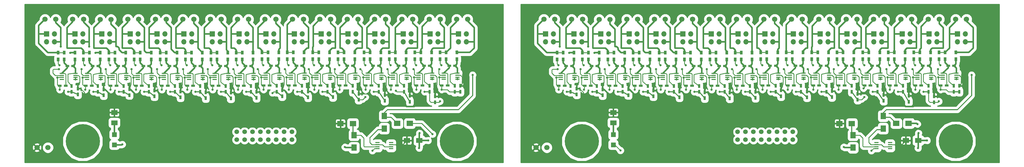
<source format=gbr>
G04 #@! TF.FileFunction,Copper,L1,Top,Signal*
%FSLAX46Y46*%
G04 Gerber Fmt 4.6, Leading zero omitted, Abs format (unit mm)*
G04 Created by KiCad (PCBNEW 4.0.6) date 06/29/17 23:58:37*
%MOMM*%
%LPD*%
G01*
G04 APERTURE LIST*
%ADD10C,0.100000*%
%ADD11R,2.032000X1.524000*%
%ADD12C,11.000000*%
%ADD13C,0.700000*%
%ADD14R,1.500000X1.500000*%
%ADD15R,1.700000X1.700000*%
%ADD16O,1.700000X1.700000*%
%ADD17R,1.450000X0.450000*%
%ADD18R,1.700000X2.000000*%
%ADD19R,2.000000X1.700000*%
%ADD20R,2.000000X1.600000*%
%ADD21C,1.700000*%
%ADD22R,0.900000X1.200000*%
%ADD23R,0.750000X1.200000*%
%ADD24R,1.200000X0.750000*%
%ADD25C,1.500000*%
%ADD26C,0.250000*%
%ADD27C,0.350000*%
%ADD28C,0.500000*%
%ADD29C,0.254000*%
G04 APERTURE END LIST*
D10*
D11*
X215463120Y-56769000D03*
X215463120Y-60071000D03*
D12*
X325699120Y-66040000D03*
D13*
X329824120Y-66040000D03*
X328625935Y-68966815D03*
X325699120Y-70165000D03*
X322772305Y-68966815D03*
X321574120Y-66040000D03*
X322772305Y-63113185D03*
X325699120Y-61915000D03*
X328625935Y-63113185D03*
D12*
X205303120Y-66040000D03*
D13*
X209428120Y-66040000D03*
X208229935Y-68966815D03*
X205303120Y-70165000D03*
X202376305Y-68966815D03*
X201178120Y-66040000D03*
X202376305Y-63113185D03*
X205303120Y-61915000D03*
X208229935Y-63113185D03*
D14*
X215463120Y-63882000D03*
X215463120Y-67182000D03*
D15*
X326207120Y-31496000D03*
D16*
X328747120Y-31496000D03*
X326207120Y-34036000D03*
X328747120Y-34036000D03*
D15*
X317063120Y-31496000D03*
D16*
X319603120Y-31496000D03*
X317063120Y-34036000D03*
X319603120Y-34036000D03*
D15*
X308427120Y-31496000D03*
D16*
X310967120Y-31496000D03*
X308427120Y-34036000D03*
X310967120Y-34036000D03*
D15*
X299283120Y-31496000D03*
D16*
X301823120Y-31496000D03*
X299283120Y-34036000D03*
X301823120Y-34036000D03*
D15*
X290647120Y-31496000D03*
D16*
X293187120Y-31496000D03*
X290647120Y-34036000D03*
X293187120Y-34036000D03*
D15*
X282011120Y-31496000D03*
D16*
X284551120Y-31496000D03*
X282011120Y-34036000D03*
X284551120Y-34036000D03*
D15*
X273375120Y-31496000D03*
D16*
X275915120Y-31496000D03*
X273375120Y-34036000D03*
X275915120Y-34036000D03*
D15*
X264231120Y-31496000D03*
D16*
X266771120Y-31496000D03*
X264231120Y-34036000D03*
X266771120Y-34036000D03*
D15*
X255595120Y-31496000D03*
D16*
X258135120Y-31496000D03*
X255595120Y-34036000D03*
X258135120Y-34036000D03*
D15*
X246959120Y-31496000D03*
D16*
X249499120Y-31496000D03*
X246959120Y-34036000D03*
X249499120Y-34036000D03*
D15*
X237815120Y-31496000D03*
D16*
X240355120Y-31496000D03*
X237815120Y-34036000D03*
X240355120Y-34036000D03*
D15*
X229179120Y-31496000D03*
D16*
X231719120Y-31496000D03*
X229179120Y-34036000D03*
X231719120Y-34036000D03*
D15*
X220543120Y-31496000D03*
D16*
X223083120Y-31496000D03*
X220543120Y-34036000D03*
X223083120Y-34036000D03*
D15*
X211399120Y-31496000D03*
D16*
X213939120Y-31496000D03*
X211399120Y-34036000D03*
X213939120Y-34036000D03*
D15*
X202763120Y-31496000D03*
D16*
X205303120Y-31496000D03*
X202763120Y-34036000D03*
X205303120Y-34036000D03*
D15*
X193619120Y-31496000D03*
D16*
X196159120Y-31496000D03*
X193619120Y-34036000D03*
X196159120Y-34036000D03*
D17*
X300131120Y-66487400D03*
X300131120Y-67137400D03*
X300131120Y-67787400D03*
X300131120Y-68437400D03*
X304531120Y-68437400D03*
X304531120Y-67787400D03*
X304531120Y-67137400D03*
X304531120Y-66487400D03*
D18*
X302331120Y-57944000D03*
X302331120Y-61944000D03*
X292628320Y-64090800D03*
X292628320Y-68090800D03*
D19*
X288240720Y-60350400D03*
X292240720Y-60350400D03*
X306528720Y-60299600D03*
X310528720Y-60299600D03*
D20*
X313627520Y-65786000D03*
X309627520Y-65786000D03*
D21*
X190571120Y-68072000D03*
X194071120Y-68072000D03*
X196616320Y-26771600D03*
X193116320Y-26771600D03*
D17*
X198549120Y-44179000D03*
X198549120Y-44829000D03*
X198549120Y-45479000D03*
X198549120Y-46129000D03*
X202949120Y-46129000D03*
X202949120Y-45479000D03*
X202949120Y-44829000D03*
X202949120Y-44179000D03*
D22*
X202799120Y-39704000D03*
X202799120Y-37504000D03*
X199299120Y-39704000D03*
X199299120Y-37504000D03*
X197349120Y-39704000D03*
X197349120Y-37504000D03*
D23*
X201696320Y-48224400D03*
X201696320Y-50124400D03*
D24*
X202199120Y-41804000D03*
X200299120Y-41804000D03*
X197899120Y-48154000D03*
X199799120Y-48154000D03*
D23*
X203677520Y-50988000D03*
X203677520Y-49088000D03*
X212008720Y-51242000D03*
X212008720Y-49342000D03*
D24*
X206283520Y-48158400D03*
X208183520Y-48158400D03*
X210349120Y-41804000D03*
X208449120Y-41804000D03*
D23*
X210179920Y-48224400D03*
X210179920Y-50124400D03*
D22*
X205499120Y-39704000D03*
X205499120Y-37504000D03*
X207449120Y-39704000D03*
X207449120Y-37504000D03*
X210949120Y-39704000D03*
X210949120Y-37504000D03*
D17*
X206699120Y-44179000D03*
X206699120Y-44829000D03*
X206699120Y-45479000D03*
X206699120Y-46129000D03*
X211099120Y-46129000D03*
X211099120Y-45479000D03*
X211099120Y-44829000D03*
X211099120Y-44179000D03*
X223049120Y-44179000D03*
X223049120Y-44829000D03*
X223049120Y-45479000D03*
X223049120Y-46129000D03*
X227449120Y-46129000D03*
X227449120Y-45479000D03*
X227449120Y-44829000D03*
X227449120Y-44179000D03*
D22*
X227299120Y-39704000D03*
X227299120Y-37504000D03*
X223799120Y-39704000D03*
X223799120Y-37504000D03*
X221849120Y-39704000D03*
X221849120Y-37504000D03*
D23*
X226599120Y-48254000D03*
X226599120Y-50154000D03*
D24*
X226699120Y-41804000D03*
X224799120Y-41804000D03*
X222399120Y-48154000D03*
X224299120Y-48154000D03*
D23*
X228366320Y-51597600D03*
X228366320Y-49697600D03*
X220289120Y-51191200D03*
X220289120Y-49291200D03*
D24*
X214249120Y-48154000D03*
X216149120Y-48154000D03*
X218549120Y-41804000D03*
X216649120Y-41804000D03*
D23*
X218449120Y-48254000D03*
X218449120Y-50154000D03*
D22*
X213699120Y-39704000D03*
X213699120Y-37504000D03*
X215649120Y-39704000D03*
X215649120Y-37504000D03*
X219149120Y-39704000D03*
X219149120Y-37504000D03*
D17*
X214899120Y-44179000D03*
X214899120Y-44829000D03*
X214899120Y-45479000D03*
X214899120Y-46129000D03*
X219299120Y-46129000D03*
X219299120Y-45479000D03*
X219299120Y-44829000D03*
X219299120Y-44179000D03*
X247749120Y-44179000D03*
X247749120Y-44829000D03*
X247749120Y-45479000D03*
X247749120Y-46129000D03*
X252149120Y-46129000D03*
X252149120Y-45479000D03*
X252149120Y-44829000D03*
X252149120Y-44179000D03*
D22*
X251999120Y-39704000D03*
X251999120Y-37504000D03*
X248499120Y-39704000D03*
X248499120Y-37504000D03*
X246549120Y-39704000D03*
X246549120Y-37504000D03*
D23*
X251299120Y-48254000D03*
X251299120Y-50154000D03*
D24*
X251399120Y-41804000D03*
X249499120Y-41804000D03*
X247099120Y-48154000D03*
X248999120Y-48154000D03*
D23*
X252953520Y-52258000D03*
X252953520Y-50358000D03*
X261233920Y-52054800D03*
X261233920Y-50154800D03*
D24*
X255249120Y-48154000D03*
X257149120Y-48154000D03*
X259549120Y-41804000D03*
X257649120Y-41804000D03*
D23*
X259449120Y-48254000D03*
X259449120Y-50154000D03*
D22*
X254699120Y-39704000D03*
X254699120Y-37504000D03*
X256649120Y-39704000D03*
X256649120Y-37504000D03*
X260149120Y-39704000D03*
X260149120Y-37504000D03*
D17*
X255899120Y-44179000D03*
X255899120Y-44829000D03*
X255899120Y-45479000D03*
X255899120Y-46129000D03*
X260299120Y-46129000D03*
X260299120Y-45479000D03*
X260299120Y-44829000D03*
X260299120Y-44179000D03*
X239549120Y-44179000D03*
X239549120Y-44829000D03*
X239549120Y-45479000D03*
X239549120Y-46129000D03*
X243949120Y-46129000D03*
X243949120Y-45479000D03*
X243949120Y-44829000D03*
X243949120Y-44179000D03*
D22*
X243799120Y-39704000D03*
X243799120Y-37504000D03*
X240299120Y-39704000D03*
X240299120Y-37504000D03*
X238349120Y-39704000D03*
X238349120Y-37504000D03*
D23*
X243099120Y-48254000D03*
X243099120Y-50154000D03*
D24*
X243199120Y-41804000D03*
X241299120Y-41804000D03*
X238899120Y-48154000D03*
X240799120Y-48154000D03*
D23*
X244876320Y-52156400D03*
X244876320Y-50256400D03*
X236748320Y-51902400D03*
X236748320Y-50002400D03*
D24*
X230749120Y-48154000D03*
X232649120Y-48154000D03*
X235049120Y-41804000D03*
X233149120Y-41804000D03*
D23*
X234949120Y-48254000D03*
X234949120Y-50154000D03*
D22*
X230199120Y-39704000D03*
X230199120Y-37504000D03*
X232149120Y-39704000D03*
X232149120Y-37504000D03*
X235649120Y-39704000D03*
X235649120Y-37504000D03*
D17*
X231399120Y-44179000D03*
X231399120Y-44829000D03*
X231399120Y-45479000D03*
X231399120Y-46129000D03*
X235799120Y-46129000D03*
X235799120Y-45479000D03*
X235799120Y-44829000D03*
X235799120Y-44179000D03*
X296999120Y-44129000D03*
X296999120Y-44779000D03*
X296999120Y-45429000D03*
X296999120Y-46079000D03*
X301399120Y-46079000D03*
X301399120Y-45429000D03*
X301399120Y-44779000D03*
X301399120Y-44129000D03*
D22*
X301249120Y-39654000D03*
X301249120Y-37454000D03*
X297749120Y-39654000D03*
X297749120Y-37454000D03*
X295799120Y-39654000D03*
X295799120Y-37454000D03*
D23*
X300549120Y-48204000D03*
X300549120Y-50104000D03*
D24*
X300649120Y-41754000D03*
X298749120Y-41754000D03*
X296349120Y-48104000D03*
X298249120Y-48104000D03*
D23*
X302483520Y-53020000D03*
X302483520Y-51120000D03*
X310560720Y-53324800D03*
X310560720Y-51424800D03*
D24*
X304499120Y-48104000D03*
X306399120Y-48104000D03*
X308799120Y-41754000D03*
X306899120Y-41754000D03*
D23*
X308699120Y-48204000D03*
X308699120Y-50104000D03*
D22*
X303949120Y-39654000D03*
X303949120Y-37454000D03*
X305899120Y-39654000D03*
X305899120Y-37454000D03*
X309399120Y-39654000D03*
X309399120Y-37454000D03*
D17*
X305149120Y-44129000D03*
X305149120Y-44779000D03*
X305149120Y-45429000D03*
X305149120Y-46079000D03*
X309549120Y-46079000D03*
X309549120Y-45429000D03*
X309549120Y-44779000D03*
X309549120Y-44129000D03*
X321499120Y-44129000D03*
X321499120Y-44779000D03*
X321499120Y-45429000D03*
X321499120Y-46079000D03*
X325899120Y-46079000D03*
X325899120Y-45429000D03*
X325899120Y-44779000D03*
X325899120Y-44129000D03*
D22*
X325749120Y-39654000D03*
X325749120Y-37454000D03*
X322249120Y-39654000D03*
X322249120Y-37454000D03*
X320299120Y-39654000D03*
X320299120Y-37454000D03*
D23*
X325049120Y-48204000D03*
X325049120Y-50104000D03*
D24*
X325149120Y-41754000D03*
X323249120Y-41754000D03*
X320849120Y-48104000D03*
X322749120Y-48104000D03*
D23*
X326849120Y-50104000D03*
X326849120Y-48204000D03*
X318688720Y-53477200D03*
X318688720Y-51577200D03*
D24*
X312699120Y-48104000D03*
X314599120Y-48104000D03*
X316999120Y-41754000D03*
X315099120Y-41754000D03*
D23*
X316899120Y-48204000D03*
X316899120Y-50104000D03*
D22*
X312149120Y-39654000D03*
X312149120Y-37454000D03*
X314099120Y-39654000D03*
X314099120Y-37454000D03*
X317599120Y-39654000D03*
X317599120Y-37454000D03*
D17*
X313349120Y-44129000D03*
X313349120Y-44779000D03*
X313349120Y-45429000D03*
X313349120Y-46079000D03*
X317749120Y-46079000D03*
X317749120Y-45429000D03*
X317749120Y-44779000D03*
X317749120Y-44129000D03*
X280499120Y-44129000D03*
X280499120Y-44779000D03*
X280499120Y-45429000D03*
X280499120Y-46079000D03*
X284899120Y-46079000D03*
X284899120Y-45429000D03*
X284899120Y-44779000D03*
X284899120Y-44129000D03*
D22*
X281249120Y-39654000D03*
X281249120Y-37454000D03*
X279299120Y-39654000D03*
X279299120Y-37454000D03*
D23*
X284049120Y-48204000D03*
X284049120Y-50104000D03*
D24*
X284149120Y-41754000D03*
X282249120Y-41754000D03*
X279849120Y-48104000D03*
X281749120Y-48104000D03*
D23*
X285821120Y-51800800D03*
X285821120Y-49900800D03*
X294101520Y-52664400D03*
X294101520Y-50764400D03*
D24*
X287999120Y-48104000D03*
X289899120Y-48104000D03*
X292299120Y-41754000D03*
X290399120Y-41754000D03*
D23*
X292199120Y-48204000D03*
X292199120Y-50104000D03*
D22*
X287449120Y-39654000D03*
X287449120Y-37454000D03*
X289399120Y-39654000D03*
X289399120Y-37454000D03*
X292899120Y-39654000D03*
X292899120Y-37454000D03*
D17*
X288649120Y-44129000D03*
X288649120Y-44779000D03*
X288649120Y-45429000D03*
X288649120Y-46079000D03*
X293049120Y-46079000D03*
X293049120Y-45429000D03*
X293049120Y-44779000D03*
X293049120Y-44129000D03*
X272299120Y-44129000D03*
X272299120Y-44779000D03*
X272299120Y-45429000D03*
X272299120Y-46079000D03*
X276699120Y-46079000D03*
X276699120Y-45429000D03*
X276699120Y-44779000D03*
X276699120Y-44129000D03*
D22*
X276549120Y-39654000D03*
X276549120Y-37454000D03*
X273049120Y-39654000D03*
X273049120Y-37454000D03*
X271099120Y-39654000D03*
X271099120Y-37454000D03*
D23*
X275849120Y-48204000D03*
X275849120Y-50104000D03*
D24*
X275949120Y-41754000D03*
X274049120Y-41754000D03*
X271649120Y-48104000D03*
X273549120Y-48104000D03*
D23*
X277794720Y-51902400D03*
X277794720Y-50002400D03*
X269463520Y-51546800D03*
X269463520Y-49646800D03*
D24*
X263499120Y-48104000D03*
X265399120Y-48104000D03*
X267799120Y-41754000D03*
X265899120Y-41754000D03*
D23*
X267699120Y-48204000D03*
X267699120Y-50104000D03*
D22*
X262949120Y-39654000D03*
X262949120Y-37454000D03*
X264899120Y-39654000D03*
X264899120Y-37454000D03*
X268399120Y-39654000D03*
X268399120Y-37454000D03*
D17*
X264149120Y-44129000D03*
X264149120Y-44779000D03*
X264149120Y-45429000D03*
X264149120Y-46079000D03*
X268549120Y-46079000D03*
X268549120Y-45429000D03*
X268549120Y-44779000D03*
X268549120Y-44129000D03*
D21*
X205557120Y-26771600D03*
X202057120Y-26771600D03*
X223286320Y-26771600D03*
X219786320Y-26771600D03*
X214396320Y-26822400D03*
X210896320Y-26822400D03*
X249854720Y-26771600D03*
X246354720Y-26771600D03*
X258643120Y-26771600D03*
X255143120Y-26771600D03*
X241015520Y-26771600D03*
X237515520Y-26771600D03*
X232176320Y-26771600D03*
X228676320Y-26771600D03*
X302737520Y-26771600D03*
X299237520Y-26771600D03*
X311525920Y-26771600D03*
X308025920Y-26771600D03*
X329153520Y-26771600D03*
X325653520Y-26771600D03*
X320365120Y-26771600D03*
X316865120Y-26771600D03*
X285109920Y-26771600D03*
X281609920Y-26771600D03*
X293898320Y-26771600D03*
X290398320Y-26771600D03*
X276321520Y-26771600D03*
X272821520Y-26771600D03*
X267431520Y-26771600D03*
X263931520Y-26771600D03*
D22*
X284749120Y-39654000D03*
X284749120Y-37454000D03*
X124150000Y-39654000D03*
X124150000Y-37454000D03*
D21*
X106832400Y-26771600D03*
X103332400Y-26771600D03*
X115722400Y-26771600D03*
X112222400Y-26771600D03*
X133299200Y-26771600D03*
X129799200Y-26771600D03*
X124510800Y-26771600D03*
X121010800Y-26771600D03*
X159766000Y-26771600D03*
X156266000Y-26771600D03*
X168554400Y-26771600D03*
X165054400Y-26771600D03*
X150926800Y-26771600D03*
X147426800Y-26771600D03*
X142138400Y-26771600D03*
X138638400Y-26771600D03*
X71577200Y-26771600D03*
X68077200Y-26771600D03*
X80416400Y-26771600D03*
X76916400Y-26771600D03*
X98044000Y-26771600D03*
X94544000Y-26771600D03*
X89255600Y-26771600D03*
X85755600Y-26771600D03*
X53797200Y-26822400D03*
X50297200Y-26822400D03*
X62687200Y-26771600D03*
X59187200Y-26771600D03*
X44958000Y-26771600D03*
X41458000Y-26771600D03*
D17*
X103550000Y-44129000D03*
X103550000Y-44779000D03*
X103550000Y-45429000D03*
X103550000Y-46079000D03*
X107950000Y-46079000D03*
X107950000Y-45429000D03*
X107950000Y-44779000D03*
X107950000Y-44129000D03*
D22*
X107800000Y-39654000D03*
X107800000Y-37454000D03*
X104300000Y-39654000D03*
X104300000Y-37454000D03*
X102350000Y-39654000D03*
X102350000Y-37454000D03*
D23*
X107100000Y-48204000D03*
X107100000Y-50104000D03*
D24*
X107200000Y-41754000D03*
X105300000Y-41754000D03*
X102900000Y-48104000D03*
X104800000Y-48104000D03*
D23*
X108864400Y-51546800D03*
X108864400Y-49646800D03*
X117195600Y-51902400D03*
X117195600Y-50002400D03*
D24*
X111050000Y-48104000D03*
X112950000Y-48104000D03*
X115350000Y-41754000D03*
X113450000Y-41754000D03*
D23*
X115250000Y-48204000D03*
X115250000Y-50104000D03*
D22*
X110500000Y-39654000D03*
X110500000Y-37454000D03*
X112450000Y-39654000D03*
X112450000Y-37454000D03*
X115950000Y-39654000D03*
X115950000Y-37454000D03*
D17*
X111700000Y-44129000D03*
X111700000Y-44779000D03*
X111700000Y-45429000D03*
X111700000Y-46079000D03*
X116100000Y-46079000D03*
X116100000Y-45429000D03*
X116100000Y-44779000D03*
X116100000Y-44129000D03*
X128050000Y-44129000D03*
X128050000Y-44779000D03*
X128050000Y-45429000D03*
X128050000Y-46079000D03*
X132450000Y-46079000D03*
X132450000Y-45429000D03*
X132450000Y-44779000D03*
X132450000Y-44129000D03*
D22*
X132300000Y-39654000D03*
X132300000Y-37454000D03*
X128800000Y-39654000D03*
X128800000Y-37454000D03*
X126850000Y-39654000D03*
X126850000Y-37454000D03*
D23*
X131600000Y-48204000D03*
X131600000Y-50104000D03*
D24*
X131700000Y-41754000D03*
X129800000Y-41754000D03*
X127400000Y-48104000D03*
X129300000Y-48104000D03*
D23*
X133502400Y-52664400D03*
X133502400Y-50764400D03*
X125222000Y-51800800D03*
X125222000Y-49900800D03*
D24*
X119250000Y-48104000D03*
X121150000Y-48104000D03*
X123550000Y-41754000D03*
X121650000Y-41754000D03*
D23*
X123450000Y-48204000D03*
X123450000Y-50104000D03*
D22*
X118700000Y-39654000D03*
X118700000Y-37454000D03*
X120650000Y-39654000D03*
X120650000Y-37454000D03*
D17*
X119900000Y-44129000D03*
X119900000Y-44779000D03*
X119900000Y-45429000D03*
X119900000Y-46079000D03*
X124300000Y-46079000D03*
X124300000Y-45429000D03*
X124300000Y-44779000D03*
X124300000Y-44129000D03*
X152750000Y-44129000D03*
X152750000Y-44779000D03*
X152750000Y-45429000D03*
X152750000Y-46079000D03*
X157150000Y-46079000D03*
X157150000Y-45429000D03*
X157150000Y-44779000D03*
X157150000Y-44129000D03*
D22*
X157000000Y-39654000D03*
X157000000Y-37454000D03*
X153500000Y-39654000D03*
X153500000Y-37454000D03*
X151550000Y-39654000D03*
X151550000Y-37454000D03*
D23*
X156300000Y-48204000D03*
X156300000Y-50104000D03*
D24*
X156400000Y-41754000D03*
X154500000Y-41754000D03*
X152100000Y-48104000D03*
X154000000Y-48104000D03*
D23*
X158089600Y-53477200D03*
X158089600Y-51577200D03*
X166250000Y-50104000D03*
X166250000Y-48204000D03*
D24*
X160250000Y-48104000D03*
X162150000Y-48104000D03*
X164550000Y-41754000D03*
X162650000Y-41754000D03*
D23*
X164450000Y-48204000D03*
X164450000Y-50104000D03*
D22*
X159700000Y-39654000D03*
X159700000Y-37454000D03*
X161650000Y-39654000D03*
X161650000Y-37454000D03*
X165150000Y-39654000D03*
X165150000Y-37454000D03*
D17*
X160900000Y-44129000D03*
X160900000Y-44779000D03*
X160900000Y-45429000D03*
X160900000Y-46079000D03*
X165300000Y-46079000D03*
X165300000Y-45429000D03*
X165300000Y-44779000D03*
X165300000Y-44129000D03*
X144550000Y-44129000D03*
X144550000Y-44779000D03*
X144550000Y-45429000D03*
X144550000Y-46079000D03*
X148950000Y-46079000D03*
X148950000Y-45429000D03*
X148950000Y-44779000D03*
X148950000Y-44129000D03*
D22*
X148800000Y-39654000D03*
X148800000Y-37454000D03*
X145300000Y-39654000D03*
X145300000Y-37454000D03*
X143350000Y-39654000D03*
X143350000Y-37454000D03*
D23*
X148100000Y-48204000D03*
X148100000Y-50104000D03*
D24*
X148200000Y-41754000D03*
X146300000Y-41754000D03*
X143900000Y-48104000D03*
X145800000Y-48104000D03*
D23*
X149961600Y-53324800D03*
X149961600Y-51424800D03*
X141884400Y-53020000D03*
X141884400Y-51120000D03*
D24*
X135750000Y-48104000D03*
X137650000Y-48104000D03*
X140050000Y-41754000D03*
X138150000Y-41754000D03*
D23*
X139950000Y-48204000D03*
X139950000Y-50104000D03*
D22*
X135200000Y-39654000D03*
X135200000Y-37454000D03*
X137150000Y-39654000D03*
X137150000Y-37454000D03*
X140650000Y-39654000D03*
X140650000Y-37454000D03*
D17*
X136400000Y-44129000D03*
X136400000Y-44779000D03*
X136400000Y-45429000D03*
X136400000Y-46079000D03*
X140800000Y-46079000D03*
X140800000Y-45429000D03*
X140800000Y-44779000D03*
X140800000Y-44129000D03*
X70800000Y-44179000D03*
X70800000Y-44829000D03*
X70800000Y-45479000D03*
X70800000Y-46129000D03*
X75200000Y-46129000D03*
X75200000Y-45479000D03*
X75200000Y-44829000D03*
X75200000Y-44179000D03*
D22*
X75050000Y-39704000D03*
X75050000Y-37504000D03*
X71550000Y-39704000D03*
X71550000Y-37504000D03*
X69600000Y-39704000D03*
X69600000Y-37504000D03*
D23*
X74350000Y-48254000D03*
X74350000Y-50154000D03*
D24*
X74450000Y-41804000D03*
X72550000Y-41804000D03*
X70150000Y-48154000D03*
X72050000Y-48154000D03*
D23*
X76149200Y-51902400D03*
X76149200Y-50002400D03*
X84277200Y-52156400D03*
X84277200Y-50256400D03*
D24*
X78300000Y-48154000D03*
X80200000Y-48154000D03*
X82600000Y-41804000D03*
X80700000Y-41804000D03*
D23*
X82500000Y-48254000D03*
X82500000Y-50154000D03*
D22*
X77750000Y-39704000D03*
X77750000Y-37504000D03*
X79700000Y-39704000D03*
X79700000Y-37504000D03*
X83200000Y-39704000D03*
X83200000Y-37504000D03*
D17*
X78950000Y-44179000D03*
X78950000Y-44829000D03*
X78950000Y-45479000D03*
X78950000Y-46129000D03*
X83350000Y-46129000D03*
X83350000Y-45479000D03*
X83350000Y-44829000D03*
X83350000Y-44179000D03*
X95300000Y-44179000D03*
X95300000Y-44829000D03*
X95300000Y-45479000D03*
X95300000Y-46129000D03*
X99700000Y-46129000D03*
X99700000Y-45479000D03*
X99700000Y-44829000D03*
X99700000Y-44179000D03*
D22*
X99550000Y-39704000D03*
X99550000Y-37504000D03*
X96050000Y-39704000D03*
X96050000Y-37504000D03*
X94100000Y-39704000D03*
X94100000Y-37504000D03*
D23*
X98850000Y-48254000D03*
X98850000Y-50154000D03*
D24*
X98950000Y-41804000D03*
X97050000Y-41804000D03*
X94650000Y-48154000D03*
X96550000Y-48154000D03*
D23*
X100634800Y-52054800D03*
X100634800Y-50154800D03*
X92354400Y-52258000D03*
X92354400Y-50358000D03*
D24*
X86500000Y-48154000D03*
X88400000Y-48154000D03*
X90800000Y-41804000D03*
X88900000Y-41804000D03*
D23*
X90700000Y-48254000D03*
X90700000Y-50154000D03*
D22*
X85950000Y-39704000D03*
X85950000Y-37504000D03*
X87900000Y-39704000D03*
X87900000Y-37504000D03*
X91400000Y-39704000D03*
X91400000Y-37504000D03*
D17*
X87150000Y-44179000D03*
X87150000Y-44829000D03*
X87150000Y-45479000D03*
X87150000Y-46129000D03*
X91550000Y-46129000D03*
X91550000Y-45479000D03*
X91550000Y-44829000D03*
X91550000Y-44179000D03*
X54300000Y-44179000D03*
X54300000Y-44829000D03*
X54300000Y-45479000D03*
X54300000Y-46129000D03*
X58700000Y-46129000D03*
X58700000Y-45479000D03*
X58700000Y-44829000D03*
X58700000Y-44179000D03*
D22*
X58550000Y-39704000D03*
X58550000Y-37504000D03*
X55050000Y-39704000D03*
X55050000Y-37504000D03*
X53100000Y-39704000D03*
X53100000Y-37504000D03*
D23*
X57850000Y-48254000D03*
X57850000Y-50154000D03*
D24*
X57950000Y-41804000D03*
X56050000Y-41804000D03*
X53650000Y-48154000D03*
X55550000Y-48154000D03*
D23*
X59690000Y-51191200D03*
X59690000Y-49291200D03*
X67767200Y-51597600D03*
X67767200Y-49697600D03*
D24*
X61800000Y-48154000D03*
X63700000Y-48154000D03*
X66100000Y-41804000D03*
X64200000Y-41804000D03*
D23*
X66000000Y-48254000D03*
X66000000Y-50154000D03*
D22*
X61250000Y-39704000D03*
X61250000Y-37504000D03*
X63200000Y-39704000D03*
X63200000Y-37504000D03*
X66700000Y-39704000D03*
X66700000Y-37504000D03*
D17*
X62450000Y-44179000D03*
X62450000Y-44829000D03*
X62450000Y-45479000D03*
X62450000Y-46129000D03*
X66850000Y-46129000D03*
X66850000Y-45479000D03*
X66850000Y-44829000D03*
X66850000Y-44179000D03*
X46100000Y-44179000D03*
X46100000Y-44829000D03*
X46100000Y-45479000D03*
X46100000Y-46129000D03*
X50500000Y-46129000D03*
X50500000Y-45479000D03*
X50500000Y-44829000D03*
X50500000Y-44179000D03*
D22*
X50350000Y-39704000D03*
X50350000Y-37504000D03*
X46850000Y-39704000D03*
X46850000Y-37504000D03*
X44900000Y-39704000D03*
X44900000Y-37504000D03*
D23*
X49580800Y-48224400D03*
X49580800Y-50124400D03*
D24*
X49750000Y-41804000D03*
X47850000Y-41804000D03*
X45684400Y-48158400D03*
X47584400Y-48158400D03*
D23*
X51409600Y-51242000D03*
X51409600Y-49342000D03*
X43078400Y-50988000D03*
X43078400Y-49088000D03*
D24*
X37300000Y-48154000D03*
X39200000Y-48154000D03*
X41600000Y-41804000D03*
X39700000Y-41804000D03*
D23*
X41097200Y-48224400D03*
X41097200Y-50124400D03*
D22*
X36750000Y-39704000D03*
X36750000Y-37504000D03*
X38700000Y-39704000D03*
X38700000Y-37504000D03*
X42200000Y-39704000D03*
X42200000Y-37504000D03*
D17*
X37950000Y-44179000D03*
X37950000Y-44829000D03*
X37950000Y-45479000D03*
X37950000Y-46129000D03*
X42350000Y-46129000D03*
X42350000Y-45479000D03*
X42350000Y-44829000D03*
X42350000Y-44179000D03*
D21*
X36017200Y-26771600D03*
X32517200Y-26771600D03*
X29972000Y-68072000D03*
X33472000Y-68072000D03*
D20*
X153028400Y-65786000D03*
X149028400Y-65786000D03*
D19*
X145929600Y-60299600D03*
X149929600Y-60299600D03*
X127641600Y-60350400D03*
X131641600Y-60350400D03*
D18*
X132029200Y-64090800D03*
X132029200Y-68090800D03*
X141732000Y-57944000D03*
X141732000Y-61944000D03*
D17*
X139532000Y-66487400D03*
X139532000Y-67137400D03*
X139532000Y-67787400D03*
X139532000Y-68437400D03*
X143932000Y-68437400D03*
X143932000Y-67787400D03*
X143932000Y-67137400D03*
X143932000Y-66487400D03*
D15*
X33020000Y-31496000D03*
D16*
X35560000Y-31496000D03*
X33020000Y-34036000D03*
X35560000Y-34036000D03*
D15*
X42164000Y-31496000D03*
D16*
X44704000Y-31496000D03*
X42164000Y-34036000D03*
X44704000Y-34036000D03*
D15*
X50800000Y-31496000D03*
D16*
X53340000Y-31496000D03*
X50800000Y-34036000D03*
X53340000Y-34036000D03*
D15*
X59944000Y-31496000D03*
D16*
X62484000Y-31496000D03*
X59944000Y-34036000D03*
X62484000Y-34036000D03*
D15*
X68580000Y-31496000D03*
D16*
X71120000Y-31496000D03*
X68580000Y-34036000D03*
X71120000Y-34036000D03*
D15*
X77216000Y-31496000D03*
D16*
X79756000Y-31496000D03*
X77216000Y-34036000D03*
X79756000Y-34036000D03*
D15*
X86360000Y-31496000D03*
D16*
X88900000Y-31496000D03*
X86360000Y-34036000D03*
X88900000Y-34036000D03*
D15*
X94996000Y-31496000D03*
D16*
X97536000Y-31496000D03*
X94996000Y-34036000D03*
X97536000Y-34036000D03*
D15*
X103632000Y-31496000D03*
D16*
X106172000Y-31496000D03*
X103632000Y-34036000D03*
X106172000Y-34036000D03*
D15*
X112776000Y-31496000D03*
D16*
X115316000Y-31496000D03*
X112776000Y-34036000D03*
X115316000Y-34036000D03*
D15*
X121412000Y-31496000D03*
D16*
X123952000Y-31496000D03*
X121412000Y-34036000D03*
X123952000Y-34036000D03*
D15*
X130048000Y-31496000D03*
D16*
X132588000Y-31496000D03*
X130048000Y-34036000D03*
X132588000Y-34036000D03*
D15*
X138684000Y-31496000D03*
D16*
X141224000Y-31496000D03*
X138684000Y-34036000D03*
X141224000Y-34036000D03*
D15*
X147828000Y-31496000D03*
D16*
X150368000Y-31496000D03*
X147828000Y-34036000D03*
X150368000Y-34036000D03*
D15*
X156464000Y-31496000D03*
D16*
X159004000Y-31496000D03*
X156464000Y-34036000D03*
X159004000Y-34036000D03*
D15*
X165608000Y-31496000D03*
D16*
X168148000Y-31496000D03*
X165608000Y-34036000D03*
X168148000Y-34036000D03*
D14*
X54864000Y-63882000D03*
X54864000Y-67182000D03*
D12*
X44704000Y-66040000D03*
D13*
X48829000Y-66040000D03*
X47630815Y-68966815D03*
X44704000Y-70165000D03*
X41777185Y-68966815D03*
X40579000Y-66040000D03*
X41777185Y-63113185D03*
X44704000Y-61915000D03*
X47630815Y-63113185D03*
D12*
X165100000Y-66040000D03*
D13*
X169225000Y-66040000D03*
X168026815Y-68966815D03*
X165100000Y-70165000D03*
X162173185Y-68966815D03*
X160975000Y-66040000D03*
X162173185Y-63113185D03*
X165100000Y-61915000D03*
X168026815Y-63113185D03*
D11*
X54864000Y-56769000D03*
X54864000Y-60071000D03*
D25*
X112000000Y-63000000D03*
X112000000Y-65540000D03*
X109460000Y-65540000D03*
X109460000Y-63000000D03*
X106920000Y-63000000D03*
X106920000Y-65540000D03*
X104380000Y-65540000D03*
X104380000Y-63000000D03*
X101840000Y-63000000D03*
X101840000Y-65540000D03*
X99300000Y-65540000D03*
X99300000Y-63000000D03*
X96760000Y-63000000D03*
X96760000Y-65540000D03*
X94220000Y-65540000D03*
X94220000Y-63000000D03*
X273250000Y-63000000D03*
X273250000Y-65540000D03*
X270710000Y-65540000D03*
X270710000Y-63000000D03*
X268170000Y-63000000D03*
X268170000Y-65540000D03*
X265630000Y-65540000D03*
X265630000Y-63000000D03*
X263090000Y-63000000D03*
X263090000Y-65540000D03*
X260550000Y-65540000D03*
X260550000Y-63000000D03*
X258010000Y-63000000D03*
X258010000Y-65540000D03*
X255470000Y-65540000D03*
X255470000Y-63000000D03*
D13*
X296000000Y-49000000D03*
X217750000Y-69000000D03*
X157250000Y-63750000D03*
X145500000Y-49750000D03*
X105750000Y-50500000D03*
X197099120Y-45504000D03*
X197899120Y-49454000D03*
X200549120Y-50154000D03*
X208699120Y-50154000D03*
X206049120Y-49454000D03*
X205249120Y-45504000D03*
X205949120Y-41604000D03*
X222299120Y-41604000D03*
X221599120Y-45504000D03*
X222399120Y-49454000D03*
X225049120Y-50154000D03*
X216899120Y-50154000D03*
X214249120Y-49454000D03*
X213449120Y-45504000D03*
X214149120Y-41604000D03*
X246999120Y-41604000D03*
X246299120Y-45504000D03*
X247099120Y-49454000D03*
X249749120Y-50154000D03*
X254449120Y-45504000D03*
X255149120Y-41604000D03*
X238799120Y-41604000D03*
X238099120Y-45504000D03*
X238899120Y-49454000D03*
X241549120Y-50154000D03*
X233399120Y-50154000D03*
X230749120Y-49454000D03*
X229949120Y-45504000D03*
X230649120Y-41604000D03*
X296249120Y-41554000D03*
X295549120Y-45454000D03*
X298999120Y-50104000D03*
X307149120Y-50104000D03*
X304499120Y-49404000D03*
X303699120Y-45454000D03*
X304399120Y-41554000D03*
X320749120Y-41554000D03*
X320049120Y-45454000D03*
X315349120Y-50104000D03*
X312699120Y-49404000D03*
X311899120Y-45454000D03*
X312599120Y-41554000D03*
X279749120Y-41554000D03*
X279049120Y-45454000D03*
X279849120Y-49404000D03*
X282499120Y-50104000D03*
X287999120Y-49404000D03*
X287199120Y-45454000D03*
X287899120Y-41554000D03*
X271549120Y-41554000D03*
X270849120Y-45454000D03*
X271649120Y-49404000D03*
X274299120Y-50104000D03*
X266149120Y-50104000D03*
X263499120Y-49404000D03*
X262699120Y-45454000D03*
X263399120Y-41554000D03*
X316453520Y-65786000D03*
X313710320Y-63449200D03*
X313557920Y-68224400D03*
X289681920Y-67919600D03*
X298521120Y-69088000D03*
X320263520Y-53187600D03*
X313354720Y-60502800D03*
X196159120Y-31496000D03*
X193619120Y-34036000D03*
X202763120Y-34036000D03*
X205303120Y-31496000D03*
X211399120Y-34036000D03*
X213939120Y-31496000D03*
X220543120Y-34036000D03*
X223083120Y-31496000D03*
X229179120Y-34036000D03*
X231719120Y-31496000D03*
X237815120Y-34036000D03*
X240355120Y-31496000D03*
X246959120Y-34036000D03*
X249499120Y-31496000D03*
X255595120Y-34036000D03*
X258135120Y-31496000D03*
X264231120Y-34036000D03*
X266771120Y-31496000D03*
X273375120Y-34036000D03*
X275915120Y-31496000D03*
X282011120Y-34036000D03*
X284551120Y-31496000D03*
X290647120Y-34036000D03*
X293187120Y-31496000D03*
X299283120Y-34036000D03*
X301823120Y-31496000D03*
X308427120Y-34036000D03*
X310967120Y-31496000D03*
X317063120Y-34036000D03*
X319603120Y-31496000D03*
X326207120Y-34036000D03*
X328747120Y-31496000D03*
X257899120Y-50154000D03*
X255249120Y-49454000D03*
X197799120Y-41604000D03*
X296235120Y-51816000D03*
X320849120Y-49404000D03*
X160250000Y-49404000D03*
X135636000Y-51816000D03*
X135750000Y-49404000D03*
X37200000Y-41604000D03*
X94650000Y-49454000D03*
X97300000Y-50154000D03*
X57404000Y-67056000D03*
X168148000Y-31496000D03*
X165608000Y-34036000D03*
X159004000Y-31496000D03*
X156464000Y-34036000D03*
X150368000Y-31496000D03*
X147828000Y-34036000D03*
X141224000Y-31496000D03*
X138684000Y-34036000D03*
X132588000Y-31496000D03*
X130048000Y-34036000D03*
X123952000Y-31496000D03*
X121412000Y-34036000D03*
X115316000Y-31496000D03*
X112776000Y-34036000D03*
X106172000Y-31496000D03*
X103632000Y-34036000D03*
X97536000Y-31496000D03*
X94996000Y-34036000D03*
X88900000Y-31496000D03*
X86360000Y-34036000D03*
X79756000Y-31496000D03*
X77216000Y-34036000D03*
X71120000Y-31496000D03*
X68580000Y-34036000D03*
X62484000Y-31496000D03*
X59944000Y-34036000D03*
X53340000Y-31496000D03*
X50800000Y-34036000D03*
X44704000Y-31496000D03*
X42164000Y-34036000D03*
X33020000Y-34036000D03*
X35560000Y-31496000D03*
X159664400Y-53187600D03*
X137922000Y-69088000D03*
X129082800Y-67919600D03*
X152958800Y-68224400D03*
X153111200Y-63449200D03*
X155854400Y-65786000D03*
X102800000Y-41554000D03*
X102100000Y-45454000D03*
X102900000Y-49404000D03*
X113700000Y-50104000D03*
X111050000Y-49404000D03*
X110250000Y-45454000D03*
X110950000Y-41554000D03*
X127300000Y-41554000D03*
X126600000Y-45454000D03*
X127400000Y-49404000D03*
X121900000Y-50104000D03*
X119250000Y-49404000D03*
X118450000Y-45454000D03*
X119150000Y-41554000D03*
X152000000Y-41554000D03*
X151300000Y-45454000D03*
X152100000Y-49404000D03*
X154750000Y-50104000D03*
X159450000Y-45454000D03*
X160150000Y-41554000D03*
X143800000Y-41554000D03*
X143100000Y-45454000D03*
X143900000Y-49404000D03*
X138400000Y-50104000D03*
X134950000Y-45454000D03*
X135650000Y-41554000D03*
X70050000Y-41604000D03*
X69350000Y-45504000D03*
X70150000Y-49454000D03*
X72800000Y-50154000D03*
X80950000Y-50154000D03*
X78300000Y-49454000D03*
X77500000Y-45504000D03*
X78200000Y-41604000D03*
X94550000Y-41604000D03*
X93850000Y-45504000D03*
X89150000Y-50154000D03*
X86500000Y-49454000D03*
X85700000Y-45504000D03*
X86400000Y-41604000D03*
X53550000Y-41604000D03*
X52850000Y-45504000D03*
X53650000Y-49454000D03*
X56300000Y-50154000D03*
X64450000Y-50154000D03*
X61800000Y-49454000D03*
X61000000Y-45504000D03*
X61700000Y-41604000D03*
X45350000Y-41604000D03*
X44650000Y-45504000D03*
X45450000Y-49454000D03*
X48100000Y-50154000D03*
X39950000Y-50154000D03*
X37300000Y-49454000D03*
X36500000Y-45504000D03*
X170180000Y-44704000D03*
X36982400Y-42824400D03*
X44297600Y-42824400D03*
X52070000Y-42824400D03*
X60401200Y-42824400D03*
X68580000Y-42824400D03*
X76962000Y-42824400D03*
X84937600Y-42824400D03*
X93116400Y-42824400D03*
X100990400Y-42824400D03*
X109778800Y-42824400D03*
X117449600Y-42824400D03*
X125831600Y-42824400D03*
X134061200Y-42824400D03*
X142748000Y-42824400D03*
X151180800Y-42824400D03*
X159410400Y-42824400D03*
X37592000Y-35560000D03*
X40640000Y-37592000D03*
X46736000Y-35560000D03*
X48768000Y-37592000D03*
X165300000Y-46079000D03*
X42350000Y-46129000D03*
X157150000Y-46079000D03*
X50500000Y-46129000D03*
X148950000Y-46079000D03*
X58700000Y-46129000D03*
X140800000Y-46079000D03*
X66850000Y-46129000D03*
X132450000Y-46079000D03*
X75200000Y-46129000D03*
X124300000Y-46079000D03*
X83350000Y-46129000D03*
X116100000Y-46079000D03*
X91550000Y-46129000D03*
X107950000Y-46079000D03*
X99700000Y-46129000D03*
X320009520Y-42824400D03*
X311779920Y-42824400D03*
X303347120Y-42824400D03*
X294660320Y-42824400D03*
X286430720Y-42824400D03*
X278048720Y-42824400D03*
X270377920Y-42824400D03*
X261589520Y-42824400D03*
X253715520Y-42824400D03*
X245536720Y-42824400D03*
X237561120Y-42824400D03*
X229179120Y-42824400D03*
X221000320Y-42824400D03*
X212669120Y-42824400D03*
X204896720Y-42824400D03*
X197581520Y-42824400D03*
X330779120Y-44704000D03*
X201239120Y-37592000D03*
X198191120Y-35560000D03*
X209367120Y-37592000D03*
X207335120Y-35560000D03*
X325899120Y-46079000D03*
X202949120Y-46129000D03*
X317749120Y-46079000D03*
X211099120Y-46129000D03*
X309549120Y-46079000D03*
X219299120Y-46129000D03*
X301399120Y-46079000D03*
X227449120Y-46129000D03*
X293049120Y-46079000D03*
X235799120Y-46129000D03*
X284899120Y-46079000D03*
X243949120Y-46129000D03*
X276699120Y-46079000D03*
X252149120Y-46129000D03*
X268549120Y-46079000D03*
X260299120Y-46129000D03*
D26*
X296349120Y-48104000D02*
X296349120Y-48650880D01*
X296349120Y-48650880D02*
X296000000Y-49000000D01*
X215463120Y-67182000D02*
X215932000Y-67182000D01*
X215932000Y-67182000D02*
X217750000Y-69000000D01*
X149929600Y-60299600D02*
X153799600Y-60299600D01*
X153799600Y-60299600D02*
X157250000Y-63750000D01*
X148100000Y-50104000D02*
X145854000Y-50104000D01*
X145854000Y-50104000D02*
X145500000Y-49750000D01*
X107100000Y-50104000D02*
X106146000Y-50104000D01*
X106146000Y-50104000D02*
X105750000Y-50500000D01*
X197749120Y-41654000D02*
X197799120Y-41604000D01*
X197349120Y-41154000D02*
X197349120Y-39704000D01*
X197349120Y-41154000D02*
X197799120Y-41604000D01*
X197124120Y-45479000D02*
X197099120Y-45504000D01*
X198549120Y-45479000D02*
X197124120Y-45479000D01*
X197099120Y-47854000D02*
X197099120Y-45504000D01*
X197399120Y-48154000D02*
X197099120Y-47854000D01*
X197899120Y-48154000D02*
X197399120Y-48154000D01*
X197899120Y-48154000D02*
X197899120Y-49454000D01*
D27*
X201696320Y-50124400D02*
X200549120Y-50154000D01*
X203677520Y-50988000D02*
X201696320Y-50124400D01*
X212008720Y-51242000D02*
X210179920Y-50124400D01*
X210179920Y-50124400D02*
X208699120Y-50154000D01*
D26*
X206283520Y-48158400D02*
X206049120Y-49454000D01*
X206283520Y-48158400D02*
X205783520Y-48158400D01*
X205783520Y-48158400D02*
X205249120Y-47854000D01*
X205249120Y-47854000D02*
X205249120Y-45504000D01*
X206699120Y-45479000D02*
X205274120Y-45479000D01*
X205274120Y-45479000D02*
X205249120Y-45504000D01*
X205499120Y-41154000D02*
X205949120Y-41604000D01*
X205499120Y-41154000D02*
X205499120Y-39704000D01*
X205899120Y-41654000D02*
X205949120Y-41604000D01*
X222249120Y-41654000D02*
X222299120Y-41604000D01*
X221849120Y-41154000D02*
X221849120Y-39704000D01*
X221849120Y-41154000D02*
X222299120Y-41604000D01*
X221624120Y-45479000D02*
X221599120Y-45504000D01*
X223049120Y-45479000D02*
X221624120Y-45479000D01*
X221599120Y-47854000D02*
X221599120Y-45504000D01*
X221899120Y-48154000D02*
X221599120Y-47854000D01*
X222399120Y-48154000D02*
X221899120Y-48154000D01*
X222399120Y-48154000D02*
X222399120Y-49454000D01*
D27*
X226599120Y-50154000D02*
X225049120Y-50154000D01*
X228366320Y-51597600D02*
X226599120Y-50154000D01*
X220289120Y-51191200D02*
X218449120Y-50154000D01*
X218449120Y-50154000D02*
X216899120Y-50154000D01*
D26*
X214249120Y-48154000D02*
X214249120Y-49454000D01*
X214249120Y-48154000D02*
X213749120Y-48154000D01*
X213749120Y-48154000D02*
X213449120Y-47854000D01*
X213449120Y-47854000D02*
X213449120Y-45504000D01*
X214899120Y-45479000D02*
X213474120Y-45479000D01*
X213474120Y-45479000D02*
X213449120Y-45504000D01*
X213699120Y-41154000D02*
X214149120Y-41604000D01*
X213699120Y-41154000D02*
X213699120Y-39704000D01*
X214099120Y-41654000D02*
X214149120Y-41604000D01*
X246949120Y-41654000D02*
X246999120Y-41604000D01*
X246549120Y-41154000D02*
X246549120Y-39704000D01*
X246549120Y-41154000D02*
X246999120Y-41604000D01*
X246324120Y-45479000D02*
X246299120Y-45504000D01*
X247749120Y-45479000D02*
X246324120Y-45479000D01*
X246299120Y-47854000D02*
X246299120Y-45504000D01*
X246599120Y-48154000D02*
X246299120Y-47854000D01*
X247099120Y-48154000D02*
X246599120Y-48154000D01*
X247099120Y-48154000D02*
X247099120Y-49454000D01*
D27*
X251299120Y-50154000D02*
X249749120Y-50154000D01*
X252953520Y-52258000D02*
X251299120Y-50154000D01*
X261233920Y-52054800D02*
X259449120Y-50154000D01*
D26*
X255249120Y-48154000D02*
X254749120Y-48154000D01*
X254749120Y-48154000D02*
X254449120Y-47854000D01*
X254449120Y-47854000D02*
X254449120Y-45504000D01*
X255899120Y-45479000D02*
X254474120Y-45479000D01*
X254474120Y-45479000D02*
X254449120Y-45504000D01*
X254699120Y-41154000D02*
X255149120Y-41604000D01*
X254699120Y-41154000D02*
X254699120Y-39704000D01*
X255099120Y-41654000D02*
X255149120Y-41604000D01*
X238749120Y-41654000D02*
X238799120Y-41604000D01*
X238349120Y-41154000D02*
X238349120Y-39704000D01*
X238349120Y-41154000D02*
X238799120Y-41604000D01*
X238124120Y-45479000D02*
X238099120Y-45504000D01*
X239549120Y-45479000D02*
X238124120Y-45479000D01*
X238099120Y-47854000D02*
X238099120Y-45504000D01*
X238399120Y-48154000D02*
X238099120Y-47854000D01*
X238899120Y-48154000D02*
X238399120Y-48154000D01*
X238899120Y-48154000D02*
X238899120Y-49454000D01*
D27*
X243099120Y-50154000D02*
X241549120Y-50154000D01*
X244876320Y-52156400D02*
X243099120Y-50154000D01*
X236748320Y-51902400D02*
X234949120Y-50154000D01*
X234949120Y-50154000D02*
X233399120Y-50154000D01*
D26*
X230749120Y-48154000D02*
X230749120Y-49454000D01*
X230749120Y-48154000D02*
X230249120Y-48154000D01*
X230249120Y-48154000D02*
X229949120Y-47854000D01*
X229949120Y-47854000D02*
X229949120Y-45504000D01*
X231399120Y-45479000D02*
X229974120Y-45479000D01*
X229974120Y-45479000D02*
X229949120Y-45504000D01*
X230199120Y-41154000D02*
X230649120Y-41604000D01*
X230199120Y-41154000D02*
X230199120Y-39704000D01*
X230599120Y-41654000D02*
X230649120Y-41604000D01*
X296199120Y-41604000D02*
X296249120Y-41554000D01*
X295799120Y-41104000D02*
X295799120Y-39654000D01*
X295799120Y-41104000D02*
X296249120Y-41554000D01*
X295574120Y-45429000D02*
X295549120Y-45454000D01*
X296999120Y-45429000D02*
X295574120Y-45429000D01*
X295549120Y-47804000D02*
X295549120Y-45454000D01*
X295849120Y-48104000D02*
X295549120Y-47804000D01*
X296349120Y-48104000D02*
X295849120Y-48104000D01*
D27*
X300549120Y-50104000D02*
X298999120Y-50104000D01*
X302483520Y-53020000D02*
X300549120Y-50104000D01*
X310560720Y-53324800D02*
X308699120Y-50104000D01*
X308699120Y-50104000D02*
X307149120Y-50104000D01*
D26*
X304499120Y-48104000D02*
X304499120Y-49404000D01*
X304499120Y-48104000D02*
X303999120Y-48104000D01*
X303999120Y-48104000D02*
X303699120Y-47804000D01*
X303699120Y-47804000D02*
X303699120Y-45454000D01*
X305149120Y-45429000D02*
X303724120Y-45429000D01*
X303724120Y-45429000D02*
X303699120Y-45454000D01*
X303949120Y-41104000D02*
X304399120Y-41554000D01*
X303949120Y-41104000D02*
X303949120Y-39654000D01*
X304349120Y-41604000D02*
X304399120Y-41554000D01*
X320699120Y-41604000D02*
X320749120Y-41554000D01*
X320299120Y-41104000D02*
X320299120Y-39654000D01*
X320299120Y-41104000D02*
X320749120Y-41554000D01*
X320074120Y-45429000D02*
X320049120Y-45454000D01*
X321499120Y-45429000D02*
X320074120Y-45429000D01*
X320049120Y-47804000D02*
X320049120Y-45454000D01*
X320349120Y-48104000D02*
X320049120Y-47804000D01*
X320849120Y-48104000D02*
X320349120Y-48104000D01*
D27*
X326849120Y-50104000D02*
X325049120Y-50104000D01*
X316899120Y-50104000D02*
X315349120Y-50104000D01*
D26*
X312699120Y-48104000D02*
X312699120Y-49404000D01*
X312699120Y-48104000D02*
X312199120Y-48104000D01*
X312199120Y-48104000D02*
X311899120Y-47804000D01*
X311899120Y-47804000D02*
X311899120Y-45454000D01*
X313349120Y-45429000D02*
X311924120Y-45429000D01*
X311924120Y-45429000D02*
X311899120Y-45454000D01*
X312149120Y-41104000D02*
X312599120Y-41554000D01*
X312149120Y-41104000D02*
X312149120Y-39654000D01*
X312549120Y-41604000D02*
X312599120Y-41554000D01*
X279699120Y-41604000D02*
X279749120Y-41554000D01*
X279299120Y-41104000D02*
X279299120Y-39654000D01*
X279299120Y-41104000D02*
X279749120Y-41554000D01*
X279074120Y-45429000D02*
X279049120Y-45454000D01*
X280499120Y-45429000D02*
X279074120Y-45429000D01*
X279049120Y-47804000D02*
X279049120Y-45454000D01*
X279349120Y-48104000D02*
X279049120Y-47804000D01*
X279849120Y-48104000D02*
X279349120Y-48104000D01*
X279849120Y-48104000D02*
X279849120Y-49404000D01*
D27*
X284049120Y-50104000D02*
X282499120Y-50104000D01*
X285821120Y-51800800D02*
X284049120Y-50104000D01*
X294101520Y-52664400D02*
X292199120Y-50104000D01*
D26*
X287999120Y-48104000D02*
X287999120Y-49404000D01*
X287999120Y-48104000D02*
X287499120Y-48104000D01*
X287499120Y-48104000D02*
X287199120Y-47804000D01*
X287199120Y-47804000D02*
X287199120Y-45454000D01*
X288649120Y-45429000D02*
X287224120Y-45429000D01*
X287224120Y-45429000D02*
X287199120Y-45454000D01*
X287449120Y-41104000D02*
X287899120Y-41554000D01*
X287449120Y-41104000D02*
X287449120Y-39654000D01*
X287849120Y-41604000D02*
X287899120Y-41554000D01*
X271499120Y-41604000D02*
X271549120Y-41554000D01*
X271099120Y-41104000D02*
X271099120Y-39654000D01*
X271099120Y-41104000D02*
X271549120Y-41554000D01*
X270874120Y-45429000D02*
X270849120Y-45454000D01*
X272299120Y-45429000D02*
X270874120Y-45429000D01*
X270849120Y-47804000D02*
X270849120Y-45454000D01*
X271149120Y-48104000D02*
X270849120Y-47804000D01*
X271649120Y-48104000D02*
X271149120Y-48104000D01*
X271649120Y-48104000D02*
X271649120Y-49404000D01*
D27*
X275849120Y-50104000D02*
X274299120Y-50104000D01*
X277794720Y-51902400D02*
X275849120Y-50104000D01*
X269463520Y-51546800D02*
X267699120Y-50104000D01*
X267699120Y-50104000D02*
X266149120Y-50104000D01*
D26*
X263499120Y-48104000D02*
X263499120Y-49404000D01*
X263499120Y-48104000D02*
X262999120Y-48104000D01*
X262999120Y-48104000D02*
X262699120Y-47804000D01*
X262699120Y-47804000D02*
X262699120Y-45454000D01*
X264149120Y-45429000D02*
X262724120Y-45429000D01*
X262724120Y-45429000D02*
X262699120Y-45454000D01*
X262949120Y-41104000D02*
X263399120Y-41554000D01*
X262949120Y-41104000D02*
X262949120Y-39654000D01*
X263349120Y-41604000D02*
X263399120Y-41554000D01*
D28*
X313627520Y-65786000D02*
X316453520Y-65786000D01*
X313627520Y-63532000D02*
X313710320Y-63449200D01*
X313627520Y-65786000D02*
X313627520Y-63532000D01*
X313627520Y-68154800D02*
X313557920Y-68224400D01*
X313627520Y-65786000D02*
X313627520Y-68154800D01*
X313151520Y-60299600D02*
X313354720Y-60502800D01*
X310528720Y-60299600D02*
X313151520Y-60299600D01*
X289853120Y-68090800D02*
X289681920Y-67919600D01*
X292628320Y-68090800D02*
X289853120Y-68090800D01*
D26*
X299171720Y-68437400D02*
X298521120Y-69088000D01*
X300131120Y-68437400D02*
X299171720Y-68437400D01*
X317352720Y-53477200D02*
X316899120Y-53023600D01*
X316899120Y-53023600D02*
X316899120Y-50104000D01*
X318688720Y-53477200D02*
X317352720Y-53477200D01*
X319973920Y-53477200D02*
X320263520Y-53187600D01*
X318688720Y-53477200D02*
X319973920Y-53477200D01*
D27*
X259449120Y-50154000D02*
X257899120Y-50154000D01*
D26*
X255249120Y-48154000D02*
X255249120Y-49454000D01*
X295386720Y-52664400D02*
X296235120Y-51816000D01*
X294101520Y-52664400D02*
X295386720Y-52664400D01*
X323347120Y-50104000D02*
X322647120Y-49404000D01*
X322647120Y-49404000D02*
X320849120Y-49404000D01*
X320849120Y-49404000D02*
X320849120Y-48104000D01*
X325049120Y-50104000D02*
X323347120Y-50104000D01*
X164450000Y-50104000D02*
X162748000Y-50104000D01*
X160250000Y-49404000D02*
X160250000Y-48104000D01*
X162048000Y-49404000D02*
X160250000Y-49404000D01*
X162748000Y-50104000D02*
X162048000Y-49404000D01*
X133502400Y-52664400D02*
X134787600Y-52664400D01*
X134787600Y-52664400D02*
X135636000Y-51816000D01*
X135750000Y-48104000D02*
X135750000Y-49404000D01*
X94650000Y-48154000D02*
X94650000Y-49454000D01*
D27*
X98850000Y-50154000D02*
X97300000Y-50154000D01*
D28*
X54864000Y-67182000D02*
X57278000Y-67182000D01*
X57278000Y-67182000D02*
X57404000Y-67056000D01*
D26*
X158089600Y-53477200D02*
X159374800Y-53477200D01*
X159374800Y-53477200D02*
X159664400Y-53187600D01*
X158089600Y-53477200D02*
X156753600Y-53477200D01*
X156300000Y-53023600D02*
X156300000Y-50104000D01*
X156753600Y-53477200D02*
X156300000Y-53023600D01*
X139532000Y-68437400D02*
X138572600Y-68437400D01*
X138572600Y-68437400D02*
X137922000Y-69088000D01*
D28*
X132029200Y-68090800D02*
X129254000Y-68090800D01*
X129254000Y-68090800D02*
X129082800Y-67919600D01*
X153028400Y-65786000D02*
X153028400Y-68154800D01*
X153028400Y-68154800D02*
X152958800Y-68224400D01*
X153028400Y-65786000D02*
X153028400Y-63532000D01*
X153028400Y-63532000D02*
X153111200Y-63449200D01*
X153028400Y-65786000D02*
X155854400Y-65786000D01*
D26*
X102750000Y-41604000D02*
X102800000Y-41554000D01*
X102350000Y-41104000D02*
X102350000Y-39654000D01*
X102350000Y-41104000D02*
X102800000Y-41554000D01*
X102125000Y-45429000D02*
X102100000Y-45454000D01*
X103550000Y-45429000D02*
X102125000Y-45429000D01*
X102100000Y-47804000D02*
X102100000Y-45454000D01*
X102400000Y-48104000D02*
X102100000Y-47804000D01*
X102900000Y-48104000D02*
X102400000Y-48104000D01*
X102900000Y-48104000D02*
X102900000Y-49404000D01*
D27*
X108864400Y-51546800D02*
X107100000Y-50104000D01*
X117195600Y-51902400D02*
X115250000Y-50104000D01*
X115250000Y-50104000D02*
X113700000Y-50104000D01*
D26*
X111050000Y-48104000D02*
X111050000Y-49404000D01*
X111050000Y-48104000D02*
X110550000Y-48104000D01*
X110550000Y-48104000D02*
X110250000Y-47804000D01*
X110250000Y-47804000D02*
X110250000Y-45454000D01*
X111700000Y-45429000D02*
X110275000Y-45429000D01*
X110275000Y-45429000D02*
X110250000Y-45454000D01*
X110500000Y-41104000D02*
X110950000Y-41554000D01*
X110500000Y-41104000D02*
X110500000Y-39654000D01*
X110900000Y-41604000D02*
X110950000Y-41554000D01*
X127250000Y-41604000D02*
X127300000Y-41554000D01*
X126850000Y-41104000D02*
X126850000Y-39654000D01*
X126850000Y-41104000D02*
X127300000Y-41554000D01*
X126625000Y-45429000D02*
X126600000Y-45454000D01*
X128050000Y-45429000D02*
X126625000Y-45429000D01*
X126600000Y-47804000D02*
X126600000Y-45454000D01*
X126900000Y-48104000D02*
X126600000Y-47804000D01*
X127400000Y-48104000D02*
X126900000Y-48104000D01*
X127400000Y-48104000D02*
X127400000Y-49404000D01*
D27*
X133502400Y-52664400D02*
X131600000Y-50104000D01*
X125222000Y-51800800D02*
X123450000Y-50104000D01*
X123450000Y-50104000D02*
X121900000Y-50104000D01*
D26*
X119250000Y-48104000D02*
X119250000Y-49404000D01*
X119250000Y-48104000D02*
X118750000Y-48104000D01*
X118750000Y-48104000D02*
X118450000Y-47804000D01*
X118450000Y-47804000D02*
X118450000Y-45454000D01*
X119900000Y-45429000D02*
X118475000Y-45429000D01*
X118475000Y-45429000D02*
X118450000Y-45454000D01*
X118700000Y-41104000D02*
X119150000Y-41554000D01*
X118700000Y-41104000D02*
X118700000Y-39654000D01*
X119100000Y-41604000D02*
X119150000Y-41554000D01*
X151950000Y-41604000D02*
X152000000Y-41554000D01*
X151550000Y-41104000D02*
X151550000Y-39654000D01*
X151550000Y-41104000D02*
X152000000Y-41554000D01*
X151325000Y-45429000D02*
X151300000Y-45454000D01*
X152750000Y-45429000D02*
X151325000Y-45429000D01*
X151300000Y-47804000D02*
X151300000Y-45454000D01*
X151600000Y-48104000D02*
X151300000Y-47804000D01*
X152100000Y-48104000D02*
X151600000Y-48104000D01*
X152100000Y-48104000D02*
X152100000Y-49404000D01*
D27*
X156300000Y-50104000D02*
X154750000Y-50104000D01*
X166250000Y-50104000D02*
X164450000Y-50104000D01*
D26*
X160250000Y-48104000D02*
X159750000Y-48104000D01*
X159750000Y-48104000D02*
X159450000Y-47804000D01*
X159450000Y-47804000D02*
X159450000Y-45454000D01*
X160900000Y-45429000D02*
X159475000Y-45429000D01*
X159475000Y-45429000D02*
X159450000Y-45454000D01*
X159700000Y-41104000D02*
X160150000Y-41554000D01*
X159700000Y-41104000D02*
X159700000Y-39654000D01*
X160100000Y-41604000D02*
X160150000Y-41554000D01*
X143750000Y-41604000D02*
X143800000Y-41554000D01*
X143350000Y-41104000D02*
X143350000Y-39654000D01*
X143350000Y-41104000D02*
X143800000Y-41554000D01*
X143125000Y-45429000D02*
X143100000Y-45454000D01*
X144550000Y-45429000D02*
X143125000Y-45429000D01*
X143100000Y-47804000D02*
X143100000Y-45454000D01*
X143400000Y-48104000D02*
X143100000Y-47804000D01*
X143900000Y-48104000D02*
X143400000Y-48104000D01*
X143900000Y-48104000D02*
X143900000Y-49404000D01*
D27*
X149961600Y-53324800D02*
X148100000Y-50104000D01*
X141884400Y-53020000D02*
X139950000Y-50104000D01*
X139950000Y-50104000D02*
X138400000Y-50104000D01*
D26*
X135750000Y-48104000D02*
X135250000Y-48104000D01*
X135250000Y-48104000D02*
X134950000Y-47804000D01*
X134950000Y-47804000D02*
X134950000Y-45454000D01*
X136400000Y-45429000D02*
X134975000Y-45429000D01*
X134975000Y-45429000D02*
X134950000Y-45454000D01*
X135200000Y-41104000D02*
X135650000Y-41554000D01*
X135200000Y-41104000D02*
X135200000Y-39654000D01*
X135600000Y-41604000D02*
X135650000Y-41554000D01*
X70000000Y-41654000D02*
X70050000Y-41604000D01*
X69600000Y-41154000D02*
X69600000Y-39704000D01*
X69600000Y-41154000D02*
X70050000Y-41604000D01*
X69375000Y-45479000D02*
X69350000Y-45504000D01*
X70800000Y-45479000D02*
X69375000Y-45479000D01*
X69350000Y-47854000D02*
X69350000Y-45504000D01*
X69650000Y-48154000D02*
X69350000Y-47854000D01*
X70150000Y-48154000D02*
X69650000Y-48154000D01*
X70150000Y-48154000D02*
X70150000Y-49454000D01*
D27*
X74350000Y-50154000D02*
X72800000Y-50154000D01*
X76149200Y-51902400D02*
X74350000Y-50154000D01*
X84277200Y-52156400D02*
X82500000Y-50154000D01*
X82500000Y-50154000D02*
X80950000Y-50154000D01*
D26*
X78300000Y-48154000D02*
X78300000Y-49454000D01*
X78300000Y-48154000D02*
X77800000Y-48154000D01*
X77800000Y-48154000D02*
X77500000Y-47854000D01*
X77500000Y-47854000D02*
X77500000Y-45504000D01*
X78950000Y-45479000D02*
X77525000Y-45479000D01*
X77525000Y-45479000D02*
X77500000Y-45504000D01*
X77750000Y-41154000D02*
X78200000Y-41604000D01*
X77750000Y-41154000D02*
X77750000Y-39704000D01*
X78150000Y-41654000D02*
X78200000Y-41604000D01*
X94500000Y-41654000D02*
X94550000Y-41604000D01*
X94100000Y-41154000D02*
X94100000Y-39704000D01*
X94100000Y-41154000D02*
X94550000Y-41604000D01*
X93875000Y-45479000D02*
X93850000Y-45504000D01*
X95300000Y-45479000D02*
X93875000Y-45479000D01*
X93850000Y-47854000D02*
X93850000Y-45504000D01*
X94150000Y-48154000D02*
X93850000Y-47854000D01*
X94650000Y-48154000D02*
X94150000Y-48154000D01*
D27*
X100634800Y-52054800D02*
X98850000Y-50154000D01*
X92354400Y-52258000D02*
X90700000Y-50154000D01*
X90700000Y-50154000D02*
X89150000Y-50154000D01*
D26*
X86500000Y-48154000D02*
X86500000Y-49454000D01*
X86500000Y-48154000D02*
X86000000Y-48154000D01*
X86000000Y-48154000D02*
X85700000Y-47854000D01*
X85700000Y-47854000D02*
X85700000Y-45504000D01*
X87150000Y-45479000D02*
X85725000Y-45479000D01*
X85725000Y-45479000D02*
X85700000Y-45504000D01*
X85950000Y-41154000D02*
X86400000Y-41604000D01*
X85950000Y-41154000D02*
X85950000Y-39704000D01*
X86350000Y-41654000D02*
X86400000Y-41604000D01*
X53500000Y-41654000D02*
X53550000Y-41604000D01*
X53100000Y-41154000D02*
X53100000Y-39704000D01*
X53100000Y-41154000D02*
X53550000Y-41604000D01*
X52875000Y-45479000D02*
X52850000Y-45504000D01*
X54300000Y-45479000D02*
X52875000Y-45479000D01*
X52850000Y-47854000D02*
X52850000Y-45504000D01*
X53150000Y-48154000D02*
X52850000Y-47854000D01*
X53650000Y-48154000D02*
X53150000Y-48154000D01*
X53650000Y-48154000D02*
X53650000Y-49454000D01*
D27*
X57850000Y-50154000D02*
X56300000Y-50154000D01*
X59690000Y-51191200D02*
X57850000Y-50154000D01*
X67767200Y-51597600D02*
X66000000Y-50154000D01*
X66000000Y-50154000D02*
X64450000Y-50154000D01*
D26*
X61800000Y-48154000D02*
X61800000Y-49454000D01*
X61800000Y-48154000D02*
X61300000Y-48154000D01*
X61300000Y-48154000D02*
X61000000Y-47854000D01*
X61000000Y-47854000D02*
X61000000Y-45504000D01*
X62450000Y-45479000D02*
X61025000Y-45479000D01*
X61025000Y-45479000D02*
X61000000Y-45504000D01*
X61250000Y-41154000D02*
X61700000Y-41604000D01*
X61250000Y-41154000D02*
X61250000Y-39704000D01*
X61650000Y-41654000D02*
X61700000Y-41604000D01*
X45300000Y-41654000D02*
X45350000Y-41604000D01*
X44900000Y-41154000D02*
X44900000Y-39704000D01*
X44900000Y-41154000D02*
X45350000Y-41604000D01*
X44675000Y-45479000D02*
X44650000Y-45504000D01*
X46100000Y-45479000D02*
X44675000Y-45479000D01*
X44650000Y-47854000D02*
X44650000Y-45504000D01*
X45184400Y-48158400D02*
X44650000Y-47854000D01*
X45684400Y-48158400D02*
X45184400Y-48158400D01*
X45684400Y-48158400D02*
X45450000Y-49454000D01*
D27*
X49580800Y-50124400D02*
X48100000Y-50154000D01*
X51409600Y-51242000D02*
X49580800Y-50124400D01*
X43078400Y-50988000D02*
X41097200Y-50124400D01*
X41097200Y-50124400D02*
X39950000Y-50154000D01*
D26*
X37300000Y-48154000D02*
X37300000Y-49454000D01*
X37300000Y-48154000D02*
X36800000Y-48154000D01*
X36800000Y-48154000D02*
X36500000Y-47854000D01*
X36500000Y-47854000D02*
X36500000Y-45504000D01*
X37950000Y-45479000D02*
X36525000Y-45479000D01*
X36525000Y-45479000D02*
X36500000Y-45504000D01*
X36750000Y-41154000D02*
X37200000Y-41604000D01*
X36750000Y-41154000D02*
X36750000Y-39704000D01*
X37150000Y-41654000D02*
X37200000Y-41604000D01*
D28*
X39700000Y-41804000D02*
X39700000Y-42429000D01*
X39700000Y-42429000D02*
X37950000Y-44179000D01*
D26*
X37950000Y-44179000D02*
X38925000Y-44179000D01*
X38925000Y-44179000D02*
X39200000Y-44454000D01*
X39200000Y-44454000D02*
X39200000Y-48154000D01*
D28*
X38700000Y-39704000D02*
X38700000Y-40804000D01*
X38700000Y-40804000D02*
X39700000Y-41804000D01*
X42350000Y-44179000D02*
X42350000Y-42554000D01*
X42350000Y-42554000D02*
X41600000Y-41804000D01*
D26*
X42350000Y-44179000D02*
X41375000Y-44179000D01*
X39939600Y-46795200D02*
X41097200Y-48224400D01*
X39939600Y-44395200D02*
X39939600Y-46795200D01*
X41375000Y-44179000D02*
X39939600Y-44395200D01*
D28*
X42200000Y-39704000D02*
X42200000Y-41204000D01*
X42200000Y-41204000D02*
X41600000Y-41804000D01*
X46850000Y-40804000D02*
X47850000Y-41804000D01*
X46850000Y-39704000D02*
X46850000Y-40804000D01*
D26*
X47350000Y-44454000D02*
X47584400Y-48158400D01*
X47075000Y-44179000D02*
X47350000Y-44454000D01*
X46100000Y-44179000D02*
X47075000Y-44179000D01*
D28*
X47850000Y-42429000D02*
X46100000Y-44179000D01*
X47850000Y-41804000D02*
X47850000Y-42429000D01*
X50350000Y-41204000D02*
X49750000Y-41804000D01*
X50350000Y-39704000D02*
X50350000Y-41204000D01*
D26*
X49525000Y-44179000D02*
X48038800Y-44496800D01*
X48038800Y-44496800D02*
X48038800Y-46896800D01*
X48038800Y-46896800D02*
X49580800Y-48224400D01*
X50500000Y-44179000D02*
X49525000Y-44179000D01*
D28*
X50500000Y-42554000D02*
X49750000Y-41804000D01*
X50500000Y-44179000D02*
X50500000Y-42554000D01*
X55050000Y-40804000D02*
X56050000Y-41804000D01*
X55050000Y-39704000D02*
X55050000Y-40804000D01*
D26*
X55550000Y-44454000D02*
X55550000Y-48154000D01*
X55275000Y-44179000D02*
X55550000Y-44454000D01*
X54300000Y-44179000D02*
X55275000Y-44179000D01*
D28*
X56050000Y-42429000D02*
X54300000Y-44179000D01*
X56050000Y-41804000D02*
X56050000Y-42429000D01*
X58550000Y-41204000D02*
X57950000Y-41804000D01*
X58550000Y-39704000D02*
X58550000Y-41204000D01*
D26*
X57725000Y-44179000D02*
X56137200Y-44344400D01*
X56137200Y-44344400D02*
X56137200Y-46744400D01*
X56137200Y-46744400D02*
X57850000Y-48254000D01*
X58700000Y-44179000D02*
X57725000Y-44179000D01*
D28*
X58700000Y-42554000D02*
X57950000Y-41804000D01*
X58700000Y-44179000D02*
X58700000Y-42554000D01*
X64200000Y-41804000D02*
X64200000Y-42429000D01*
X64200000Y-42429000D02*
X62450000Y-44179000D01*
D26*
X62450000Y-44179000D02*
X63425000Y-44179000D01*
X63425000Y-44179000D02*
X63700000Y-44454000D01*
X63700000Y-44454000D02*
X63700000Y-48154000D01*
D28*
X63200000Y-39704000D02*
X63200000Y-40804000D01*
X63200000Y-40804000D02*
X64200000Y-41804000D01*
X66850000Y-44179000D02*
X66850000Y-42554000D01*
X66850000Y-42554000D02*
X66100000Y-41804000D01*
D26*
X66850000Y-44179000D02*
X65875000Y-44179000D01*
X64287200Y-46795200D02*
X66000000Y-48254000D01*
X64287200Y-44395200D02*
X64287200Y-46795200D01*
X65875000Y-44179000D02*
X64287200Y-44395200D01*
D28*
X66700000Y-39704000D02*
X66700000Y-41204000D01*
X66700000Y-41204000D02*
X66100000Y-41804000D01*
X71550000Y-40804000D02*
X72550000Y-41804000D01*
X71550000Y-39704000D02*
X71550000Y-40804000D01*
D26*
X72050000Y-44454000D02*
X72050000Y-48154000D01*
X71775000Y-44179000D02*
X72050000Y-44454000D01*
X70800000Y-44179000D02*
X71775000Y-44179000D01*
D28*
X72550000Y-42429000D02*
X70800000Y-44179000D01*
X72550000Y-41804000D02*
X72550000Y-42429000D01*
X75050000Y-41204000D02*
X74450000Y-41804000D01*
X75050000Y-39704000D02*
X75050000Y-41204000D01*
D26*
X74225000Y-44179000D02*
X72840400Y-44395200D01*
X72840400Y-44395200D02*
X72840400Y-46795200D01*
X72840400Y-46795200D02*
X74350000Y-48254000D01*
X75200000Y-44179000D02*
X74225000Y-44179000D01*
D28*
X75200000Y-42554000D02*
X74450000Y-41804000D01*
X75200000Y-44179000D02*
X75200000Y-42554000D01*
X80700000Y-41804000D02*
X80700000Y-42429000D01*
X80700000Y-42429000D02*
X78950000Y-44179000D01*
D26*
X78950000Y-44179000D02*
X79925000Y-44179000D01*
X79925000Y-44179000D02*
X80200000Y-44454000D01*
X80200000Y-44454000D02*
X80200000Y-48154000D01*
D28*
X79700000Y-39704000D02*
X79700000Y-40804000D01*
X79700000Y-40804000D02*
X80700000Y-41804000D01*
X83350000Y-44179000D02*
X83350000Y-42554000D01*
X83350000Y-42554000D02*
X82600000Y-41804000D01*
D26*
X83350000Y-44179000D02*
X82375000Y-44179000D01*
X80838000Y-46947600D02*
X82500000Y-48254000D01*
X80838000Y-44547600D02*
X80838000Y-46947600D01*
X82375000Y-44179000D02*
X80838000Y-44547600D01*
D28*
X83200000Y-39704000D02*
X83200000Y-41204000D01*
X83200000Y-41204000D02*
X82600000Y-41804000D01*
X88900000Y-41804000D02*
X88900000Y-42429000D01*
X88900000Y-42429000D02*
X87150000Y-44179000D01*
D26*
X87150000Y-44179000D02*
X88125000Y-44179000D01*
X88125000Y-44179000D02*
X88400000Y-44454000D01*
X88400000Y-44454000D02*
X88400000Y-48154000D01*
D28*
X87900000Y-39704000D02*
X87900000Y-40804000D01*
X87900000Y-40804000D02*
X88900000Y-41804000D01*
X91550000Y-44179000D02*
X91550000Y-42554000D01*
X91550000Y-42554000D02*
X90800000Y-41804000D01*
D26*
X91550000Y-44179000D02*
X90575000Y-44179000D01*
X89088800Y-46947600D02*
X90700000Y-48254000D01*
X89088800Y-44547600D02*
X89088800Y-46947600D01*
X90575000Y-44179000D02*
X89088800Y-44547600D01*
D28*
X91400000Y-39704000D02*
X91400000Y-41204000D01*
X91400000Y-41204000D02*
X90800000Y-41804000D01*
X96050000Y-40804000D02*
X97050000Y-41804000D01*
X96050000Y-39704000D02*
X96050000Y-40804000D01*
D26*
X96550000Y-44454000D02*
X96550000Y-48154000D01*
X96275000Y-44179000D02*
X96550000Y-44454000D01*
X95300000Y-44179000D02*
X96275000Y-44179000D01*
D28*
X97050000Y-42429000D02*
X95300000Y-44179000D01*
X97050000Y-41804000D02*
X97050000Y-42429000D01*
X99550000Y-41204000D02*
X98950000Y-41804000D01*
X99550000Y-39704000D02*
X99550000Y-41204000D01*
D26*
X98725000Y-44179000D02*
X97238800Y-44496800D01*
X97238800Y-44496800D02*
X97238800Y-46896800D01*
X97238800Y-46896800D02*
X98850000Y-48254000D01*
X99700000Y-44179000D02*
X98725000Y-44179000D01*
D28*
X99700000Y-42554000D02*
X98950000Y-41804000D01*
X99700000Y-44179000D02*
X99700000Y-42554000D01*
X104300000Y-40754000D02*
X105300000Y-41754000D01*
X104300000Y-39654000D02*
X104300000Y-40754000D01*
D26*
X104800000Y-44404000D02*
X104800000Y-48104000D01*
X104525000Y-44129000D02*
X104800000Y-44404000D01*
X103550000Y-44129000D02*
X104525000Y-44129000D01*
D28*
X105300000Y-42379000D02*
X103550000Y-44129000D01*
X105300000Y-41754000D02*
X105300000Y-42379000D01*
X107800000Y-41154000D02*
X107200000Y-41754000D01*
X107800000Y-39654000D02*
X107800000Y-41154000D01*
D26*
X106975000Y-44129000D02*
X105488800Y-44497600D01*
X105488800Y-44497600D02*
X105488800Y-46897600D01*
X105488800Y-46897600D02*
X107100000Y-48204000D01*
X107950000Y-44129000D02*
X106975000Y-44129000D01*
D28*
X107950000Y-42504000D02*
X107200000Y-41754000D01*
X107950000Y-44129000D02*
X107950000Y-42504000D01*
X113450000Y-41754000D02*
X113450000Y-42379000D01*
X113450000Y-42379000D02*
X111700000Y-44129000D01*
D26*
X111700000Y-44129000D02*
X112675000Y-44129000D01*
X112675000Y-44129000D02*
X112950000Y-44404000D01*
X112950000Y-44404000D02*
X112950000Y-48104000D01*
D28*
X112450000Y-39654000D02*
X112450000Y-40754000D01*
X112450000Y-40754000D02*
X113450000Y-41754000D01*
X116100000Y-44129000D02*
X116100000Y-42504000D01*
X116100000Y-42504000D02*
X115350000Y-41754000D01*
D26*
X116100000Y-44129000D02*
X115125000Y-44129000D01*
X113740400Y-46897600D02*
X115250000Y-48204000D01*
X113740400Y-44497600D02*
X113740400Y-46897600D01*
X115125000Y-44129000D02*
X113740400Y-44497600D01*
D28*
X115950000Y-39654000D02*
X115950000Y-41154000D01*
X115950000Y-41154000D02*
X115350000Y-41754000D01*
X121650000Y-41754000D02*
X121650000Y-42379000D01*
X121650000Y-42379000D02*
X119900000Y-44129000D01*
D26*
X119900000Y-44129000D02*
X120875000Y-44129000D01*
X120875000Y-44129000D02*
X121150000Y-44404000D01*
X121150000Y-44404000D02*
X121150000Y-48104000D01*
D28*
X120650000Y-39654000D02*
X120650000Y-40754000D01*
X120650000Y-40754000D02*
X121650000Y-41754000D01*
X124300000Y-44129000D02*
X124300000Y-42504000D01*
X124300000Y-42504000D02*
X123550000Y-41754000D01*
D26*
X124300000Y-44129000D02*
X123325000Y-44129000D01*
X121838800Y-46846800D02*
X123450000Y-48204000D01*
X121838800Y-44446800D02*
X121838800Y-46846800D01*
X123325000Y-44129000D02*
X121838800Y-44446800D01*
D28*
X124150000Y-39654000D02*
X124150000Y-41154000D01*
X124150000Y-41154000D02*
X123550000Y-41754000D01*
X128800000Y-40754000D02*
X129800000Y-41754000D01*
X128800000Y-39654000D02*
X128800000Y-40754000D01*
D26*
X129300000Y-44404000D02*
X129300000Y-48104000D01*
X129025000Y-44129000D02*
X129300000Y-44404000D01*
X128050000Y-44129000D02*
X129025000Y-44129000D01*
D28*
X129800000Y-42379000D02*
X128050000Y-44129000D01*
X129800000Y-41754000D02*
X129800000Y-42379000D01*
X132300000Y-41154000D02*
X131700000Y-41754000D01*
X132300000Y-39654000D02*
X132300000Y-41154000D01*
D26*
X131475000Y-44129000D02*
X129988800Y-44446800D01*
X129988800Y-44446800D02*
X129988800Y-46846800D01*
X129988800Y-46846800D02*
X131600000Y-48204000D01*
X132450000Y-44129000D02*
X131475000Y-44129000D01*
D28*
X132450000Y-42504000D02*
X131700000Y-41754000D01*
X132450000Y-44129000D02*
X132450000Y-42504000D01*
D26*
X137650000Y-44404000D02*
X137650000Y-48104000D01*
X137375000Y-44129000D02*
X137650000Y-44404000D01*
D28*
X138150000Y-41754000D02*
X138150000Y-42379000D01*
X138150000Y-42379000D02*
X136400000Y-44129000D01*
D26*
X136400000Y-44129000D02*
X137375000Y-44129000D01*
D28*
X137150000Y-39654000D02*
X137150000Y-40754000D01*
X137150000Y-40754000D02*
X138150000Y-41754000D01*
D26*
X138389600Y-46846800D02*
X139950000Y-48204000D01*
X138389600Y-44446800D02*
X138389600Y-46846800D01*
X139825000Y-44129000D02*
X138389600Y-44446800D01*
D28*
X140800000Y-44129000D02*
X140800000Y-42504000D01*
X140800000Y-42504000D02*
X140050000Y-41754000D01*
D26*
X140800000Y-44129000D02*
X139825000Y-44129000D01*
D28*
X140650000Y-39654000D02*
X140650000Y-41154000D01*
X140650000Y-41154000D02*
X140050000Y-41754000D01*
D26*
X145800000Y-44404000D02*
X145800000Y-48104000D01*
X145525000Y-44129000D02*
X145800000Y-44404000D01*
D28*
X145300000Y-40754000D02*
X146300000Y-41754000D01*
X145300000Y-39654000D02*
X145300000Y-40754000D01*
D26*
X144550000Y-44129000D02*
X145525000Y-44129000D01*
D28*
X146300000Y-42379000D02*
X144550000Y-44129000D01*
X146300000Y-41754000D02*
X146300000Y-42379000D01*
D26*
X146590400Y-46999200D02*
X148100000Y-48204000D01*
X146590400Y-44599200D02*
X146590400Y-46999200D01*
X147975000Y-44129000D02*
X146590400Y-44599200D01*
D28*
X148800000Y-41154000D02*
X148200000Y-41754000D01*
X148800000Y-39654000D02*
X148800000Y-41154000D01*
D26*
X148950000Y-44129000D02*
X147975000Y-44129000D01*
D28*
X148950000Y-42504000D02*
X148200000Y-41754000D01*
X148950000Y-44129000D02*
X148950000Y-42504000D01*
X153500000Y-40754000D02*
X154500000Y-41754000D01*
X153500000Y-39654000D02*
X153500000Y-40754000D01*
D26*
X154000000Y-44404000D02*
X154000000Y-48104000D01*
X153725000Y-44129000D02*
X154000000Y-44404000D01*
X152750000Y-44129000D02*
X153725000Y-44129000D01*
D28*
X154500000Y-42379000D02*
X152750000Y-44129000D01*
X154500000Y-41754000D02*
X154500000Y-42379000D01*
X157000000Y-41154000D02*
X156400000Y-41754000D01*
X157000000Y-39654000D02*
X157000000Y-41154000D01*
D26*
X156175000Y-44129000D02*
X154638000Y-44396000D01*
X154638000Y-44396000D02*
X154638000Y-46796000D01*
X154638000Y-46796000D02*
X156300000Y-48204000D01*
X157150000Y-44129000D02*
X156175000Y-44129000D01*
D28*
X157150000Y-42504000D02*
X156400000Y-41754000D01*
X157150000Y-44129000D02*
X157150000Y-42504000D01*
X162650000Y-41754000D02*
X162650000Y-42379000D01*
X162650000Y-42379000D02*
X160900000Y-44129000D01*
D26*
X160900000Y-44129000D02*
X161875000Y-44129000D01*
X161875000Y-44129000D02*
X162150000Y-44404000D01*
X162150000Y-44404000D02*
X162150000Y-48104000D01*
D28*
X161650000Y-39654000D02*
X161650000Y-40754000D01*
X161650000Y-40754000D02*
X162650000Y-41754000D01*
X165300000Y-44129000D02*
X165300000Y-42504000D01*
X165300000Y-42504000D02*
X164550000Y-41754000D01*
D26*
X165300000Y-44129000D02*
X164325000Y-44129000D01*
X162889600Y-46846800D02*
X164450000Y-48204000D01*
X162889600Y-44446800D02*
X162889600Y-46846800D01*
X164325000Y-44129000D02*
X162889600Y-44446800D01*
D28*
X165150000Y-39654000D02*
X165150000Y-41154000D01*
X165150000Y-41154000D02*
X164550000Y-41754000D01*
D26*
X132029200Y-64090800D02*
X134194800Y-64090800D01*
X135351400Y-67787400D02*
X139532000Y-67787400D01*
X135128000Y-67564000D02*
X135351400Y-67787400D01*
X135128000Y-65024000D02*
X135128000Y-67564000D01*
X134194800Y-64090800D02*
X135128000Y-65024000D01*
D27*
X131641600Y-60350400D02*
X131641600Y-63703200D01*
X131641600Y-63703200D02*
X132029200Y-64090800D01*
X141630400Y-62299600D02*
X139732000Y-62299600D01*
D26*
X139532000Y-67137400D02*
X141203800Y-67137400D01*
X141853800Y-67787400D02*
X143932000Y-67787400D01*
X141203800Y-67137400D02*
X141853800Y-67787400D01*
X137800200Y-67137400D02*
X139532000Y-67137400D01*
X137109200Y-66446400D02*
X137800200Y-67137400D01*
X137109200Y-64922400D02*
X137109200Y-66446400D01*
D27*
X139732000Y-62299600D02*
X137109200Y-64922400D01*
D26*
X133502400Y-50764400D02*
X136264400Y-50764400D01*
X136264400Y-50764400D02*
X137500000Y-52000000D01*
X100634800Y-50154800D02*
X101462800Y-50154800D01*
X101462800Y-50154800D02*
X102616000Y-51308000D01*
X43078400Y-49088000D02*
X44008000Y-49088000D01*
X48260000Y-53848000D02*
X56388000Y-53848000D01*
X45212000Y-50800000D02*
X48260000Y-53848000D01*
X45212000Y-50292000D02*
X45212000Y-50800000D01*
X44008000Y-49088000D02*
X45212000Y-50292000D01*
X53340000Y-50800000D02*
X56388000Y-53848000D01*
D28*
X51882000Y-49342000D02*
X51409600Y-49342000D01*
X51882000Y-49342000D02*
X53340000Y-50800000D01*
X59959200Y-49291200D02*
X61468000Y-50800000D01*
D26*
X56388000Y-53848000D02*
X63500000Y-53848000D01*
X63500000Y-53848000D02*
X63500000Y-51816000D01*
X63500000Y-51816000D02*
X62484000Y-50800000D01*
X62484000Y-50800000D02*
X61468000Y-50800000D01*
X50500000Y-44829000D02*
X51691000Y-44829000D01*
X51691000Y-44829000D02*
X51816000Y-44954000D01*
X51816000Y-44954000D02*
X51816000Y-47244000D01*
X51816000Y-47244000D02*
X51409600Y-47650400D01*
X51409600Y-47650400D02*
X51409600Y-49342000D01*
X42350000Y-44829000D02*
X43305000Y-44829000D01*
X43078400Y-47853600D02*
X43078400Y-49088000D01*
X43688000Y-47244000D02*
X43078400Y-47853600D01*
X43688000Y-45212000D02*
X43688000Y-47244000D01*
X43305000Y-44829000D02*
X43688000Y-45212000D01*
X110236000Y-50292000D02*
X114300000Y-54356000D01*
D28*
X109590800Y-49646800D02*
X110236000Y-50292000D01*
X108864400Y-49646800D02*
X109590800Y-49646800D01*
X118074400Y-50002400D02*
X118872000Y-50800000D01*
X118074400Y-50002400D02*
X117195600Y-50002400D01*
D26*
X120904000Y-52832000D02*
X118872000Y-50800000D01*
X120904000Y-53848000D02*
X120904000Y-52832000D01*
X120396000Y-54356000D02*
X120904000Y-53848000D01*
X114300000Y-54356000D02*
X120396000Y-54356000D01*
X116100000Y-44779000D02*
X116765000Y-44779000D01*
X108864400Y-49646800D02*
X108864400Y-48412400D01*
X108864400Y-48412400D02*
X108712000Y-48260000D01*
X117519556Y-48292505D02*
X116872505Y-48292505D01*
X116872505Y-48292505D02*
X116840000Y-48260000D01*
X109289193Y-48281528D02*
X109241528Y-48281528D01*
X109241528Y-48281528D02*
X108712000Y-47752000D01*
X117650000Y-46736000D02*
X117650000Y-47450000D01*
X117650000Y-47450000D02*
X117348000Y-47752000D01*
X134000000Y-47244000D02*
X134000000Y-47864000D01*
X134000000Y-47864000D02*
X133604000Y-48260000D01*
X142328843Y-47763768D02*
X142328843Y-48171157D01*
X142328843Y-48171157D02*
X141732000Y-48768000D01*
D28*
X149961600Y-51424800D02*
X151500800Y-51424800D01*
X148844000Y-54864000D02*
X148336000Y-54356000D01*
X151384000Y-54864000D02*
X148844000Y-54864000D01*
X151892000Y-54356000D02*
X151384000Y-54864000D01*
X151892000Y-51816000D02*
X151892000Y-54356000D01*
X151500800Y-51424800D02*
X151892000Y-51816000D01*
X59690000Y-49291200D02*
X59959200Y-49291200D01*
X67767200Y-49697600D02*
X68493600Y-49697600D01*
X68493600Y-49697600D02*
X68580000Y-49784000D01*
X76149200Y-50002400D02*
X76926400Y-50002400D01*
X76926400Y-50002400D02*
X77216000Y-50292000D01*
D26*
X143932000Y-67137400D02*
X147677000Y-67137400D01*
X147677000Y-67137400D02*
X149028400Y-65786000D01*
X108925000Y-44779000D02*
X109500000Y-45354000D01*
X109500000Y-45354000D02*
X109500000Y-47604000D01*
X109500000Y-47604000D02*
X109289193Y-48281528D01*
X109289193Y-48281528D02*
X108864400Y-49646800D01*
X107950000Y-44779000D02*
X108925000Y-44779000D01*
X116100000Y-44779000D02*
X117075000Y-44779000D01*
X117650000Y-47604000D02*
X117519556Y-48292505D01*
X117519556Y-48292505D02*
X117195600Y-50002400D01*
X117650000Y-45354000D02*
X117650000Y-46736000D01*
X117650000Y-46736000D02*
X117650000Y-47604000D01*
X117075000Y-44779000D02*
X117650000Y-45354000D01*
X133425000Y-44779000D02*
X134000000Y-45354000D01*
X134000000Y-45354000D02*
X134000000Y-47244000D01*
X134000000Y-47244000D02*
X134000000Y-47604000D01*
X134000000Y-47604000D02*
X133502400Y-50764400D01*
X132450000Y-44779000D02*
X133425000Y-44779000D01*
X124300000Y-44779000D02*
X125275000Y-44779000D01*
X125850000Y-47604000D02*
X125222000Y-49900800D01*
X125850000Y-45354000D02*
X125850000Y-47604000D01*
X125275000Y-44779000D02*
X125850000Y-45354000D01*
X158125000Y-44779000D02*
X158700000Y-45354000D01*
X158700000Y-45354000D02*
X158700000Y-47604000D01*
X158700000Y-47604000D02*
X158089600Y-51577200D01*
X157150000Y-44779000D02*
X158125000Y-44779000D01*
X165300000Y-44779000D02*
X166275000Y-44779000D01*
X166850000Y-47604000D02*
X166250000Y-48204000D01*
X166850000Y-45354000D02*
X166850000Y-47604000D01*
X166275000Y-44779000D02*
X166850000Y-45354000D01*
X149925000Y-44779000D02*
X150500000Y-45354000D01*
X150500000Y-45354000D02*
X150500000Y-47604000D01*
X150500000Y-47604000D02*
X149961600Y-51424800D01*
X148950000Y-44779000D02*
X149925000Y-44779000D01*
X140800000Y-44779000D02*
X141775000Y-44779000D01*
X142350000Y-47604000D02*
X142328843Y-47763768D01*
X142328843Y-47763768D02*
X141884400Y-51120000D01*
X142350000Y-45354000D02*
X142350000Y-47604000D01*
X141775000Y-44779000D02*
X142350000Y-45354000D01*
X76175000Y-44829000D02*
X76750000Y-45404000D01*
X76750000Y-45404000D02*
X76750000Y-47654000D01*
X76750000Y-47654000D02*
X76149200Y-50002400D01*
X75200000Y-44829000D02*
X76175000Y-44829000D01*
X83350000Y-44829000D02*
X84325000Y-44829000D01*
X84900000Y-47654000D02*
X84277200Y-50256400D01*
X84900000Y-45404000D02*
X84900000Y-47654000D01*
X84325000Y-44829000D02*
X84900000Y-45404000D01*
X100675000Y-44829000D02*
X101250000Y-45404000D01*
X101250000Y-45404000D02*
X101250000Y-47654000D01*
X101250000Y-47654000D02*
X100634800Y-50154800D01*
X99700000Y-44829000D02*
X100675000Y-44829000D01*
X91550000Y-44829000D02*
X92525000Y-44829000D01*
X93100000Y-47654000D02*
X92354400Y-50358000D01*
X93100000Y-45404000D02*
X93100000Y-47654000D01*
X92525000Y-44829000D02*
X93100000Y-45404000D01*
X59675000Y-44829000D02*
X60250000Y-45404000D01*
X60250000Y-45404000D02*
X60250000Y-47654000D01*
X60250000Y-47654000D02*
X59690000Y-49291200D01*
X58700000Y-44829000D02*
X59675000Y-44829000D01*
X66850000Y-44829000D02*
X67825000Y-44829000D01*
X68400000Y-47654000D02*
X67767200Y-49697600D01*
X68400000Y-45404000D02*
X68400000Y-47654000D01*
X67825000Y-44829000D02*
X68400000Y-45404000D01*
D27*
X141732000Y-57944000D02*
X141732000Y-56896000D01*
X170180000Y-51308000D02*
X170180000Y-44704000D01*
X165608000Y-55880000D02*
X170180000Y-51308000D01*
X142748000Y-55880000D02*
X165608000Y-55880000D01*
X141732000Y-56896000D02*
X142748000Y-55880000D01*
D26*
X35837400Y-44829000D02*
X37950000Y-44829000D01*
X35102800Y-44094400D02*
X35837400Y-44829000D01*
X35102800Y-43027600D02*
X35102800Y-44094400D01*
X35306000Y-42824400D02*
X35102800Y-43027600D01*
X36982400Y-42824400D02*
X35306000Y-42824400D01*
X46100000Y-44829000D02*
X44778200Y-44829000D01*
X44246800Y-44297600D02*
X44778200Y-44829000D01*
X44246800Y-42875200D02*
X44246800Y-44297600D01*
X44246800Y-42875200D02*
X44297600Y-42824400D01*
X54300000Y-44829000D02*
X52804600Y-44829000D01*
X52171600Y-44196000D02*
X52804600Y-44829000D01*
X52171600Y-42926000D02*
X52171600Y-44196000D01*
X52171600Y-42926000D02*
X52070000Y-42824400D01*
X62450000Y-44829000D02*
X60983400Y-44829000D01*
X60350400Y-44196000D02*
X60983400Y-44829000D01*
X60350400Y-42875200D02*
X60350400Y-44196000D01*
X60350400Y-42875200D02*
X60401200Y-42824400D01*
X70800000Y-44829000D02*
X69416200Y-44829000D01*
X68630800Y-44043600D02*
X69416200Y-44829000D01*
X68630800Y-42875200D02*
X68630800Y-44043600D01*
X68630800Y-42875200D02*
X68580000Y-42824400D01*
X78950000Y-44829000D02*
X77544200Y-44829000D01*
X77063600Y-44348400D02*
X77544200Y-44829000D01*
X77063600Y-42926000D02*
X77063600Y-44348400D01*
X77063600Y-42926000D02*
X76962000Y-42824400D01*
X87150000Y-44829000D02*
X85469000Y-44829000D01*
X84937600Y-44297600D02*
X85469000Y-44829000D01*
X84937600Y-44297600D02*
X84937600Y-42824400D01*
X95300000Y-44829000D02*
X94054200Y-44829000D01*
X93421200Y-44196000D02*
X94054200Y-44829000D01*
X93421200Y-43129200D02*
X93421200Y-44196000D01*
X93421200Y-43129200D02*
X93116400Y-42824400D01*
X103550000Y-44779000D02*
X101929000Y-44779000D01*
X101244400Y-44094400D02*
X101929000Y-44779000D01*
X101244400Y-43078400D02*
X101244400Y-44094400D01*
X101244400Y-43078400D02*
X100990400Y-42824400D01*
X111700000Y-44779000D02*
X110615800Y-44779000D01*
X109982000Y-44145200D02*
X110615800Y-44779000D01*
X109982000Y-43027600D02*
X109982000Y-44145200D01*
X109982000Y-43027600D02*
X109778800Y-42824400D01*
X119900000Y-44779000D02*
X118388200Y-44779000D01*
X117602000Y-43992800D02*
X118388200Y-44779000D01*
X117602000Y-42976800D02*
X117602000Y-43992800D01*
X117602000Y-42976800D02*
X117449600Y-42824400D01*
X128050000Y-44779000D02*
X126516200Y-44779000D01*
X125780800Y-44043600D02*
X126516200Y-44779000D01*
X125780800Y-42875200D02*
X125780800Y-44043600D01*
X125780800Y-42875200D02*
X125831600Y-42824400D01*
X136400000Y-44779000D02*
X135203000Y-44779000D01*
X134518400Y-44094400D02*
X135203000Y-44779000D01*
X134518400Y-43281600D02*
X134518400Y-44094400D01*
X134518400Y-43281600D02*
X134061200Y-42824400D01*
X144550000Y-44779000D02*
X143432600Y-44779000D01*
X142900400Y-44246800D02*
X143432600Y-44779000D01*
X142900400Y-42976800D02*
X142900400Y-44246800D01*
X142900400Y-42976800D02*
X142748000Y-42824400D01*
X152750000Y-44779000D02*
X151713000Y-44779000D01*
X151384000Y-44450000D02*
X151713000Y-44779000D01*
X151384000Y-43027600D02*
X151384000Y-44450000D01*
X151384000Y-43027600D02*
X151180800Y-42824400D01*
X160900000Y-44779000D02*
X159688600Y-44779000D01*
X159308800Y-44399200D02*
X159688600Y-44779000D01*
X159308800Y-42926000D02*
X159308800Y-44399200D01*
X159308800Y-42926000D02*
X159410400Y-42824400D01*
D27*
X141630400Y-58299600D02*
X143929600Y-58299600D01*
X143929600Y-58299600D02*
X145929600Y-60299600D01*
D26*
X294101520Y-50764400D02*
X296764400Y-50764400D01*
X296764400Y-50764400D02*
X298000000Y-52000000D01*
X228424120Y-44829000D02*
X228999120Y-45404000D01*
X228999120Y-45404000D02*
X228999120Y-47654000D01*
X228999120Y-47654000D02*
X228366320Y-49697600D01*
X227449120Y-44829000D02*
X228424120Y-44829000D01*
X219299120Y-44829000D02*
X220274120Y-44829000D01*
X220849120Y-47654000D02*
X220289120Y-49291200D01*
X220849120Y-45404000D02*
X220849120Y-47654000D01*
X220274120Y-44829000D02*
X220849120Y-45404000D01*
X253124120Y-44829000D02*
X253699120Y-45404000D01*
X253699120Y-45404000D02*
X253699120Y-47654000D01*
X253699120Y-47654000D02*
X252953520Y-50358000D01*
X252149120Y-44829000D02*
X253124120Y-44829000D01*
X260299120Y-44829000D02*
X261274120Y-44829000D01*
X261849120Y-47654000D02*
X261233920Y-50154800D01*
X261849120Y-45404000D02*
X261849120Y-47654000D01*
X261274120Y-44829000D02*
X261849120Y-45404000D01*
X244924120Y-44829000D02*
X245499120Y-45404000D01*
X245499120Y-45404000D02*
X245499120Y-47654000D01*
X245499120Y-47654000D02*
X244876320Y-50256400D01*
X243949120Y-44829000D02*
X244924120Y-44829000D01*
X235799120Y-44829000D02*
X236774120Y-44829000D01*
X237349120Y-47654000D02*
X236748320Y-50002400D01*
X237349120Y-45404000D02*
X237349120Y-47654000D01*
X236774120Y-44829000D02*
X237349120Y-45404000D01*
X302374120Y-44779000D02*
X302949120Y-45354000D01*
X302949120Y-45354000D02*
X302949120Y-47604000D01*
X302927963Y-47763768D02*
X302483520Y-51120000D01*
X302949120Y-47604000D02*
X302927963Y-47763768D01*
X301399120Y-44779000D02*
X302374120Y-44779000D01*
X309549120Y-44779000D02*
X310524120Y-44779000D01*
X311099120Y-47604000D02*
X310560720Y-51424800D01*
X311099120Y-45354000D02*
X311099120Y-47604000D01*
X310524120Y-44779000D02*
X311099120Y-45354000D01*
X326874120Y-44779000D02*
X327449120Y-45354000D01*
X327449120Y-45354000D02*
X327449120Y-47604000D01*
X327449120Y-47604000D02*
X326849120Y-48204000D01*
X325899120Y-44779000D02*
X326874120Y-44779000D01*
X317749120Y-44779000D02*
X318724120Y-44779000D01*
X319299120Y-47604000D02*
X318688720Y-51577200D01*
X319299120Y-45354000D02*
X319299120Y-47604000D01*
X318724120Y-44779000D02*
X319299120Y-45354000D01*
X285874120Y-44779000D02*
X286449120Y-45354000D01*
X286449120Y-45354000D02*
X286449120Y-47604000D01*
X286449120Y-47604000D02*
X285821120Y-49900800D01*
X284899120Y-44779000D02*
X285874120Y-44779000D01*
X293049120Y-44779000D02*
X294024120Y-44779000D01*
X294599120Y-47604000D02*
X294101520Y-50764400D01*
X294599120Y-47244000D02*
X294599120Y-47604000D01*
X294599120Y-45354000D02*
X294599120Y-47244000D01*
X294024120Y-44779000D02*
X294599120Y-45354000D01*
X277674120Y-44779000D02*
X278249120Y-45354000D01*
X278249120Y-46736000D02*
X278249120Y-47604000D01*
X278249120Y-45354000D02*
X278249120Y-46736000D01*
X278118676Y-48292505D02*
X277794720Y-50002400D01*
X278249120Y-47604000D02*
X278118676Y-48292505D01*
X276699120Y-44779000D02*
X277674120Y-44779000D01*
X268549120Y-44779000D02*
X269524120Y-44779000D01*
X269888313Y-48281528D02*
X269463520Y-49646800D01*
X270099120Y-47604000D02*
X269888313Y-48281528D01*
X270099120Y-45354000D02*
X270099120Y-47604000D01*
X269524120Y-44779000D02*
X270099120Y-45354000D01*
X308276120Y-67137400D02*
X309627520Y-65786000D01*
X304531120Y-67137400D02*
X308276120Y-67137400D01*
D28*
X237525520Y-50002400D02*
X237815120Y-50292000D01*
X236748320Y-50002400D02*
X237525520Y-50002400D01*
X229092720Y-49697600D02*
X229179120Y-49784000D01*
X228366320Y-49697600D02*
X229092720Y-49697600D01*
X220289120Y-49291200D02*
X220558320Y-49291200D01*
X312099920Y-51424800D02*
X312491120Y-51816000D01*
X312491120Y-51816000D02*
X312491120Y-54356000D01*
X312491120Y-54356000D02*
X311983120Y-54864000D01*
X311983120Y-54864000D02*
X309443120Y-54864000D01*
X309443120Y-54864000D02*
X308935120Y-54356000D01*
X310560720Y-51424800D02*
X312099920Y-51424800D01*
D26*
X302927963Y-48171157D02*
X302331120Y-48768000D01*
X302927963Y-47763768D02*
X302927963Y-48171157D01*
X294599120Y-47864000D02*
X294203120Y-48260000D01*
X294599120Y-47244000D02*
X294599120Y-47864000D01*
X278249120Y-47450000D02*
X277947120Y-47752000D01*
X278249120Y-46736000D02*
X278249120Y-47450000D01*
X269840648Y-48281528D02*
X269311120Y-47752000D01*
X269888313Y-48281528D02*
X269840648Y-48281528D01*
X277471625Y-48292505D02*
X277439120Y-48260000D01*
X278118676Y-48292505D02*
X277471625Y-48292505D01*
X269463520Y-48412400D02*
X269311120Y-48260000D01*
X269463520Y-49646800D02*
X269463520Y-48412400D01*
X276699120Y-44779000D02*
X277364120Y-44779000D01*
X274899120Y-54356000D02*
X280995120Y-54356000D01*
X280995120Y-54356000D02*
X281503120Y-53848000D01*
X281503120Y-53848000D02*
X281503120Y-52832000D01*
X281503120Y-52832000D02*
X279471120Y-50800000D01*
D28*
X278673520Y-50002400D02*
X277794720Y-50002400D01*
X278673520Y-50002400D02*
X279471120Y-50800000D01*
X269463520Y-49646800D02*
X270189920Y-49646800D01*
X270189920Y-49646800D02*
X270835120Y-50292000D01*
D26*
X270835120Y-50292000D02*
X274899120Y-54356000D01*
X203904120Y-44829000D02*
X204287120Y-45212000D01*
X204287120Y-45212000D02*
X204287120Y-47244000D01*
X204287120Y-47244000D02*
X203677520Y-47853600D01*
X203677520Y-47853600D02*
X203677520Y-49088000D01*
X202949120Y-44829000D02*
X203904120Y-44829000D01*
X212008720Y-47650400D02*
X212008720Y-49342000D01*
X212415120Y-47244000D02*
X212008720Y-47650400D01*
X212415120Y-44954000D02*
X212415120Y-47244000D01*
X212290120Y-44829000D02*
X212415120Y-44954000D01*
X211099120Y-44829000D02*
X212290120Y-44829000D01*
X223083120Y-50800000D02*
X222067120Y-50800000D01*
X224099120Y-51816000D02*
X223083120Y-50800000D01*
X224099120Y-53848000D02*
X224099120Y-51816000D01*
X216987120Y-53848000D02*
X224099120Y-53848000D01*
D28*
X220558320Y-49291200D02*
X222067120Y-50800000D01*
X212481120Y-49342000D02*
X213939120Y-50800000D01*
X212481120Y-49342000D02*
X212008720Y-49342000D01*
D26*
X213939120Y-50800000D02*
X216987120Y-53848000D01*
X204607120Y-49088000D02*
X205811120Y-50292000D01*
X205811120Y-50292000D02*
X205811120Y-50800000D01*
X205811120Y-50800000D02*
X208859120Y-53848000D01*
X208859120Y-53848000D02*
X216987120Y-53848000D01*
X203677520Y-49088000D02*
X204607120Y-49088000D01*
X262061920Y-50154800D02*
X263215120Y-51308000D01*
X261233920Y-50154800D02*
X262061920Y-50154800D01*
D28*
X30480000Y-31496000D02*
X33020000Y-31496000D01*
X36750000Y-37504000D02*
X33440000Y-37504000D01*
X30480000Y-28808800D02*
X32517200Y-26771600D01*
X30480000Y-34544000D02*
X30480000Y-31496000D01*
X30480000Y-31496000D02*
X30480000Y-28808800D01*
X33440000Y-37504000D02*
X30480000Y-34544000D01*
D26*
X38410000Y-37214000D02*
X38700000Y-37504000D01*
X38700000Y-37504000D02*
X36750000Y-37504000D01*
D28*
X35560000Y-34036000D02*
X37592000Y-34036000D01*
X42200000Y-37504000D02*
X40728000Y-37504000D01*
X36017200Y-27889200D02*
X36017200Y-26771600D01*
X37592000Y-29464000D02*
X36017200Y-27889200D01*
X37592000Y-35560000D02*
X37592000Y-34036000D01*
X37592000Y-34036000D02*
X37592000Y-29464000D01*
X40728000Y-37504000D02*
X40640000Y-37592000D01*
X42200000Y-37504000D02*
X42177600Y-37504000D01*
D26*
X36307200Y-27061600D02*
X36017200Y-26771600D01*
D28*
X39624000Y-31496000D02*
X42164000Y-31496000D01*
X44900000Y-37504000D02*
X44900000Y-36772000D01*
X41458000Y-27630000D02*
X41458000Y-26771600D01*
X39624000Y-29464000D02*
X41458000Y-27630000D01*
X39624000Y-36068000D02*
X39624000Y-31496000D01*
X39624000Y-31496000D02*
X39624000Y-29464000D01*
X44196000Y-36068000D02*
X39624000Y-36068000D01*
X44900000Y-36772000D02*
X44196000Y-36068000D01*
X46850000Y-37504000D02*
X46850000Y-37299600D01*
D26*
X46850000Y-37504000D02*
X44900000Y-37504000D01*
X41262000Y-27424800D02*
X41458000Y-26771600D01*
D28*
X44704000Y-34036000D02*
X46736000Y-34036000D01*
X50350000Y-37504000D02*
X48856000Y-37504000D01*
X44958000Y-27686000D02*
X44958000Y-26771600D01*
X46736000Y-29464000D02*
X44958000Y-27686000D01*
X46736000Y-35560000D02*
X46736000Y-34036000D01*
X46736000Y-34036000D02*
X46736000Y-29464000D01*
X48856000Y-37504000D02*
X48768000Y-37592000D01*
X50350000Y-37504000D02*
X50305600Y-37504000D01*
D26*
X44762000Y-27424800D02*
X44958000Y-26771600D01*
D28*
X48260000Y-31496000D02*
X50800000Y-31496000D01*
X53100000Y-37504000D02*
X53100000Y-36844000D01*
X48260000Y-29464000D02*
X50297200Y-27426800D01*
X48260000Y-36068000D02*
X48260000Y-31496000D01*
X48260000Y-31496000D02*
X48260000Y-29464000D01*
X52324000Y-36068000D02*
X48260000Y-36068000D01*
X53100000Y-36844000D02*
X52324000Y-36068000D01*
X50297200Y-27426800D02*
X50297200Y-26822400D01*
X55050000Y-37504000D02*
X55050000Y-37219200D01*
D26*
X55050000Y-37504000D02*
X53100000Y-37504000D01*
D28*
X53340000Y-34036000D02*
X55372000Y-34036000D01*
X58550000Y-37504000D02*
X57316000Y-37504000D01*
X53797200Y-28397200D02*
X53797200Y-26822400D01*
X55372000Y-29972000D02*
X53797200Y-28397200D01*
X55372000Y-35560000D02*
X55372000Y-34036000D01*
X55372000Y-34036000D02*
X55372000Y-29972000D01*
X55880000Y-35560000D02*
X55372000Y-35560000D01*
X56388000Y-36068000D02*
X55880000Y-35560000D01*
X56388000Y-36576000D02*
X56388000Y-36068000D01*
X57316000Y-37504000D02*
X56388000Y-36576000D01*
X57404000Y-31496000D02*
X59944000Y-31496000D01*
X61250000Y-37504000D02*
X61250000Y-36866000D01*
X59187200Y-27680800D02*
X59187200Y-26771600D01*
X57404000Y-29464000D02*
X59187200Y-27680800D01*
X57404000Y-36068000D02*
X57404000Y-31496000D01*
X57404000Y-31496000D02*
X57404000Y-29464000D01*
X60452000Y-36068000D02*
X57404000Y-36068000D01*
X61250000Y-36866000D02*
X60452000Y-36068000D01*
X63200000Y-37504000D02*
X63200000Y-37388400D01*
D26*
X63200000Y-37504000D02*
X61250000Y-37504000D01*
D28*
X62484000Y-34036000D02*
X64516000Y-34036000D01*
X66700000Y-37504000D02*
X65112000Y-37504000D01*
X62687200Y-27635200D02*
X62687200Y-26771600D01*
X64516000Y-29464000D02*
X62687200Y-27635200D01*
X64516000Y-36908000D02*
X64516000Y-34036000D01*
X64516000Y-34036000D02*
X64516000Y-29464000D01*
X65112000Y-37504000D02*
X64516000Y-36908000D01*
X66040000Y-31496000D02*
X68580000Y-31496000D01*
X66040000Y-36068000D02*
X66040000Y-31496000D01*
X66040000Y-31496000D02*
X66040000Y-29464000D01*
X69600000Y-36580000D02*
X69088000Y-36068000D01*
X69088000Y-36068000D02*
X66040000Y-36068000D01*
X69600000Y-37504000D02*
X69600000Y-36580000D01*
X66040000Y-29464000D02*
X68077200Y-27426800D01*
X68077200Y-27426800D02*
X68077200Y-26771600D01*
D26*
X71550000Y-37504000D02*
X69600000Y-37504000D01*
D28*
X71120000Y-34036000D02*
X73152000Y-34036000D01*
X75050000Y-37504000D02*
X74256000Y-37504000D01*
X71577200Y-27889200D02*
X71577200Y-26771600D01*
X73152000Y-29464000D02*
X71577200Y-27889200D01*
X73152000Y-36400000D02*
X73152000Y-34036000D01*
X73152000Y-34036000D02*
X73152000Y-29464000D01*
X74256000Y-37504000D02*
X73152000Y-36400000D01*
X74676000Y-31496000D02*
X77216000Y-31496000D01*
X77750000Y-37504000D02*
X77750000Y-36602000D01*
X74676000Y-29464000D02*
X76916400Y-27223600D01*
X74676000Y-36068000D02*
X74676000Y-31496000D01*
X74676000Y-31496000D02*
X74676000Y-29464000D01*
X77216000Y-36068000D02*
X74676000Y-36068000D01*
X77750000Y-36602000D02*
X77216000Y-36068000D01*
X76916400Y-27223600D02*
X76916400Y-26771600D01*
X79700000Y-37504000D02*
X79700000Y-37196000D01*
D26*
X79700000Y-37504000D02*
X77750000Y-37504000D01*
D28*
X79756000Y-34036000D02*
X81788000Y-34036000D01*
X83200000Y-37504000D02*
X83200000Y-37480000D01*
X83200000Y-37480000D02*
X81788000Y-36068000D01*
X81788000Y-36068000D02*
X81788000Y-34036000D01*
X81788000Y-34036000D02*
X81788000Y-29464000D01*
X81788000Y-29464000D02*
X80416400Y-28092400D01*
X80416400Y-28092400D02*
X80416400Y-26771600D01*
X83820000Y-31496000D02*
X86360000Y-31496000D01*
X85950000Y-37504000D02*
X85950000Y-36674000D01*
X83820000Y-29464000D02*
X85755600Y-27528400D01*
X83820000Y-36068000D02*
X83820000Y-31496000D01*
X83820000Y-31496000D02*
X83820000Y-29464000D01*
X85344000Y-36068000D02*
X83820000Y-36068000D01*
X85950000Y-36674000D02*
X85344000Y-36068000D01*
X85755600Y-27528400D02*
X85755600Y-26771600D01*
D26*
X87900000Y-37504000D02*
X85950000Y-37504000D01*
D28*
X88900000Y-34036000D02*
X90932000Y-34036000D01*
X91400000Y-37504000D02*
X91400000Y-37044000D01*
X91400000Y-37044000D02*
X90932000Y-36576000D01*
X90932000Y-36576000D02*
X90932000Y-34036000D01*
X90932000Y-34036000D02*
X90932000Y-29464000D01*
X90932000Y-29464000D02*
X89255600Y-27787600D01*
X89255600Y-27787600D02*
X89255600Y-26771600D01*
X92456000Y-31496000D02*
X94996000Y-31496000D01*
X94100000Y-37504000D02*
X94100000Y-36696000D01*
X92456000Y-29464000D02*
X94544000Y-27376000D01*
X92456000Y-36068000D02*
X92456000Y-31496000D01*
X92456000Y-31496000D02*
X92456000Y-29464000D01*
X93472000Y-36068000D02*
X92456000Y-36068000D01*
X94100000Y-36696000D02*
X93472000Y-36068000D01*
X94544000Y-27376000D02*
X94544000Y-26771600D01*
D26*
X96050000Y-37504000D02*
X94100000Y-37504000D01*
D28*
X97536000Y-34036000D02*
X99550000Y-34036000D01*
X99550000Y-34036000D02*
X99568000Y-34036000D01*
X99568000Y-34036000D02*
X99550000Y-34036000D01*
X99550000Y-37504000D02*
X99550000Y-34036000D01*
X99550000Y-34036000D02*
X99550000Y-29482000D01*
X98044000Y-27976000D02*
X98044000Y-26771600D01*
X99550000Y-29482000D02*
X98044000Y-27976000D01*
X99290000Y-37244000D02*
X99550000Y-37504000D01*
X101092000Y-31496000D02*
X103632000Y-31496000D01*
X102350000Y-37454000D02*
X102350000Y-36818000D01*
X101092000Y-29464000D02*
X103332400Y-27223600D01*
X101092000Y-36068000D02*
X101092000Y-31496000D01*
X101092000Y-31496000D02*
X101092000Y-29464000D01*
X101600000Y-36068000D02*
X101092000Y-36068000D01*
X102350000Y-36818000D02*
X101600000Y-36068000D01*
X103332400Y-27223600D02*
X103332400Y-26771600D01*
D26*
X104300000Y-37454000D02*
X102350000Y-37454000D01*
D28*
X106172000Y-34036000D02*
X108204000Y-34036000D01*
X107800000Y-37454000D02*
X107800000Y-36472000D01*
X106832400Y-28092400D02*
X106832400Y-26771600D01*
X108204000Y-29464000D02*
X106832400Y-28092400D01*
X108204000Y-36068000D02*
X108204000Y-34036000D01*
X108204000Y-34036000D02*
X108204000Y-29464000D01*
X107800000Y-36472000D02*
X108204000Y-36068000D01*
X110500000Y-31496000D02*
X112776000Y-31496000D01*
X110500000Y-37454000D02*
X110500000Y-31496000D01*
X110500000Y-31496000D02*
X110500000Y-28494000D01*
X110500000Y-28494000D02*
X112222400Y-26771600D01*
X112450000Y-37454000D02*
X112614400Y-37454000D01*
D26*
X112450000Y-37454000D02*
X110500000Y-37454000D01*
D28*
X115316000Y-34036000D02*
X117348000Y-34036000D01*
X115950000Y-37454000D02*
X115950000Y-36958000D01*
X115950000Y-36958000D02*
X116840000Y-36068000D01*
X115722400Y-27838400D02*
X115722400Y-26771600D01*
X117348000Y-29464000D02*
X115722400Y-27838400D01*
X117348000Y-36068000D02*
X117348000Y-34036000D01*
X117348000Y-34036000D02*
X117348000Y-29464000D01*
X116840000Y-36068000D02*
X117348000Y-36068000D01*
X115950000Y-37454000D02*
X116114400Y-37454000D01*
X118872000Y-31496000D02*
X121412000Y-31496000D01*
X118700000Y-37454000D02*
X118700000Y-35732000D01*
X118872000Y-28910400D02*
X121010800Y-26771600D01*
X118872000Y-35560000D02*
X118872000Y-31496000D01*
X118872000Y-31496000D02*
X118872000Y-28910400D01*
X118700000Y-35732000D02*
X118872000Y-35560000D01*
D26*
X120650000Y-37454000D02*
X118700000Y-37454000D01*
D28*
X123952000Y-34036000D02*
X125984000Y-34036000D01*
X124150000Y-37454000D02*
X124150000Y-36886000D01*
X124150000Y-36886000D02*
X124968000Y-36068000D01*
X124968000Y-36068000D02*
X125984000Y-36068000D01*
X125984000Y-36068000D02*
X125984000Y-34036000D01*
X125984000Y-34036000D02*
X125984000Y-29464000D01*
X125984000Y-29464000D02*
X124510800Y-27990800D01*
X124510800Y-27990800D02*
X124510800Y-26771600D01*
X127508000Y-31496000D02*
X130048000Y-31496000D01*
X128800000Y-37454000D02*
X128800000Y-36852000D01*
X127508000Y-29464000D02*
X129799200Y-27172800D01*
X127508000Y-36068000D02*
X127508000Y-31496000D01*
X127508000Y-31496000D02*
X127508000Y-29464000D01*
X128016000Y-36068000D02*
X127508000Y-36068000D01*
X128800000Y-36852000D02*
X128016000Y-36068000D01*
X129799200Y-27172800D02*
X129799200Y-26771600D01*
D26*
X128800000Y-37454000D02*
X126850000Y-37454000D01*
D28*
X132588000Y-34036000D02*
X134620000Y-34036000D01*
X132300000Y-37454000D02*
X132300000Y-36796000D01*
X133299200Y-28143200D02*
X133299200Y-26771600D01*
X134620000Y-29464000D02*
X133299200Y-28143200D01*
X134620000Y-36068000D02*
X134620000Y-34036000D01*
X134620000Y-34036000D02*
X134620000Y-29464000D01*
X133028000Y-36068000D02*
X134620000Y-36068000D01*
X132300000Y-36796000D02*
X133028000Y-36068000D01*
X136144000Y-31496000D02*
X138684000Y-31496000D01*
X137150000Y-37454000D02*
X137150000Y-36586000D01*
X136144000Y-29464000D02*
X138638400Y-26969600D01*
X136144000Y-36068000D02*
X136144000Y-31496000D01*
X136144000Y-31496000D02*
X136144000Y-29464000D01*
X136632000Y-36068000D02*
X136144000Y-36068000D01*
X137150000Y-36586000D02*
X136632000Y-36068000D01*
X138638400Y-26969600D02*
X138638400Y-26771600D01*
D26*
X137150000Y-37454000D02*
X135200000Y-37454000D01*
D28*
X141224000Y-34036000D02*
X143256000Y-34036000D01*
X140650000Y-37454000D02*
X140650000Y-36642000D01*
X142138400Y-28346400D02*
X142138400Y-26771600D01*
X143256000Y-29464000D02*
X142138400Y-28346400D01*
X143256000Y-36068000D02*
X143256000Y-34036000D01*
X143256000Y-34036000D02*
X143256000Y-29464000D01*
X141224000Y-36068000D02*
X143256000Y-36068000D01*
X140650000Y-36642000D02*
X141224000Y-36068000D01*
X140390000Y-37194000D02*
X140650000Y-37454000D01*
X145300000Y-31496000D02*
X147828000Y-31496000D01*
X145300000Y-37454000D02*
X145300000Y-31496000D01*
X145300000Y-31496000D02*
X145300000Y-29476000D01*
X145300000Y-29476000D02*
X147426800Y-27349200D01*
X147426800Y-27349200D02*
X147426800Y-26771600D01*
D26*
X145300000Y-37454000D02*
X143350000Y-37454000D01*
D28*
X150368000Y-34036000D02*
X152400000Y-34036000D01*
X152400000Y-34036000D02*
X152400000Y-29464000D01*
X150926800Y-27990800D02*
X150926800Y-26771600D01*
X152400000Y-29464000D02*
X150926800Y-27990800D01*
X152400000Y-36068000D02*
X152400000Y-34036000D01*
X149352000Y-36068000D02*
X152400000Y-36068000D01*
X148800000Y-36620000D02*
X149352000Y-36068000D01*
X148800000Y-37454000D02*
X148800000Y-36620000D01*
X148540000Y-37194000D02*
X148800000Y-37454000D01*
X153924000Y-31496000D02*
X156464000Y-31496000D01*
X153500000Y-37454000D02*
X153500000Y-36492000D01*
X153924000Y-29113600D02*
X156266000Y-26771600D01*
X153924000Y-36068000D02*
X153924000Y-31496000D01*
X153924000Y-31496000D02*
X153924000Y-29113600D01*
X153500000Y-36492000D02*
X153924000Y-36068000D01*
D26*
X153500000Y-37454000D02*
X151550000Y-37454000D01*
D28*
X159004000Y-34036000D02*
X161036000Y-34036000D01*
X157000000Y-37454000D02*
X157000000Y-36604000D01*
X159766000Y-28194000D02*
X159766000Y-26771600D01*
X161036000Y-29464000D02*
X159766000Y-28194000D01*
X161036000Y-36068000D02*
X161036000Y-34036000D01*
X161036000Y-34036000D02*
X161036000Y-29464000D01*
X157536000Y-36068000D02*
X161036000Y-36068000D01*
X157000000Y-36604000D02*
X157536000Y-36068000D01*
X156740000Y-37194000D02*
X157000000Y-37454000D01*
X163068000Y-31496000D02*
X165608000Y-31496000D01*
X161650000Y-37454000D02*
X161682000Y-37454000D01*
X161682000Y-37454000D02*
X163068000Y-36068000D01*
X163068000Y-29464000D02*
X165054400Y-27477600D01*
X163068000Y-36068000D02*
X163068000Y-31496000D01*
X163068000Y-31496000D02*
X163068000Y-29464000D01*
X165054400Y-27477600D02*
X165054400Y-26771600D01*
D26*
X161650000Y-37454000D02*
X159700000Y-37454000D01*
D28*
X170688000Y-34036000D02*
X168148000Y-34036000D01*
X165150000Y-37454000D02*
X169302000Y-37454000D01*
X170688000Y-29464000D02*
X168554400Y-27330400D01*
X170688000Y-36068000D02*
X170688000Y-34036000D01*
X170688000Y-34036000D02*
X170688000Y-29464000D01*
X169302000Y-37454000D02*
X170688000Y-36068000D01*
X168554400Y-27330400D02*
X168554400Y-26771600D01*
X164890000Y-37194000D02*
X165150000Y-37454000D01*
D27*
X165300000Y-45429000D02*
X165300000Y-46079000D01*
X42350000Y-46129000D02*
X42350000Y-45479000D01*
D26*
X42350000Y-45479000D02*
X42350000Y-46129000D01*
X42350000Y-46129000D02*
X42296600Y-46075600D01*
D27*
X157150000Y-45429000D02*
X157150000Y-46079000D01*
X157150000Y-46079000D02*
X157146600Y-46075600D01*
X50500000Y-45479000D02*
X50500000Y-46129000D01*
X50500000Y-46129000D02*
X50395800Y-46024800D01*
D26*
X50500000Y-46129000D02*
X50395800Y-46024800D01*
D27*
X148950000Y-45429000D02*
X148950000Y-46079000D01*
X58700000Y-46129000D02*
X58700000Y-45479000D01*
D26*
X58700000Y-45479000D02*
X58700000Y-46129000D01*
X58700000Y-46129000D02*
X58595800Y-46024800D01*
D27*
X140800000Y-45429000D02*
X140800000Y-46079000D01*
X140800000Y-46079000D02*
X140796600Y-46075600D01*
X66850000Y-45479000D02*
X66850000Y-46129000D01*
X66850000Y-46129000D02*
X66695000Y-45974000D01*
D26*
X66850000Y-46129000D02*
X66796600Y-46075600D01*
D27*
X132450000Y-45429000D02*
X132450000Y-46079000D01*
D26*
X75200000Y-45479000D02*
X75200000Y-46129000D01*
X75200000Y-46129000D02*
X75146600Y-46075600D01*
D27*
X124300000Y-45429000D02*
X124300000Y-46079000D01*
X124300000Y-46079000D02*
X124195000Y-45974000D01*
X83350000Y-45479000D02*
X83350000Y-46129000D01*
X83350000Y-46129000D02*
X83347400Y-46126400D01*
D26*
X83350000Y-46129000D02*
X83301800Y-46177200D01*
D27*
X116100000Y-45429000D02*
X116100000Y-46079000D01*
D26*
X91550000Y-45479000D02*
X91550000Y-46129000D01*
X91550000Y-46129000D02*
X91496600Y-46075600D01*
X91550000Y-46129000D02*
X91501800Y-46177200D01*
D27*
X107950000Y-45429000D02*
X107950000Y-46079000D01*
X107950000Y-46079000D02*
X107946600Y-46075600D01*
D26*
X99700000Y-45479000D02*
X99700000Y-46129000D01*
D28*
X54864000Y-63882000D02*
X54864000Y-60071000D01*
D27*
X304528720Y-58299600D02*
X306528720Y-60299600D01*
X302229520Y-58299600D02*
X304528720Y-58299600D01*
D26*
X319907920Y-42926000D02*
X320009520Y-42824400D01*
X319907920Y-42926000D02*
X319907920Y-44399200D01*
X319907920Y-44399200D02*
X320287720Y-44779000D01*
X321499120Y-44779000D02*
X320287720Y-44779000D01*
X311983120Y-43027600D02*
X311779920Y-42824400D01*
X311983120Y-43027600D02*
X311983120Y-44450000D01*
X311983120Y-44450000D02*
X312312120Y-44779000D01*
X313349120Y-44779000D02*
X312312120Y-44779000D01*
X303499520Y-42976800D02*
X303347120Y-42824400D01*
X303499520Y-42976800D02*
X303499520Y-44246800D01*
X303499520Y-44246800D02*
X304031720Y-44779000D01*
X305149120Y-44779000D02*
X304031720Y-44779000D01*
X295117520Y-43281600D02*
X294660320Y-42824400D01*
X295117520Y-43281600D02*
X295117520Y-44094400D01*
X295117520Y-44094400D02*
X295802120Y-44779000D01*
X296999120Y-44779000D02*
X295802120Y-44779000D01*
X286379920Y-42875200D02*
X286430720Y-42824400D01*
X286379920Y-42875200D02*
X286379920Y-44043600D01*
X286379920Y-44043600D02*
X287115320Y-44779000D01*
X288649120Y-44779000D02*
X287115320Y-44779000D01*
X278201120Y-42976800D02*
X278048720Y-42824400D01*
X278201120Y-42976800D02*
X278201120Y-43992800D01*
X278201120Y-43992800D02*
X278987320Y-44779000D01*
X280499120Y-44779000D02*
X278987320Y-44779000D01*
X270581120Y-43027600D02*
X270377920Y-42824400D01*
X270581120Y-43027600D02*
X270581120Y-44145200D01*
X270581120Y-44145200D02*
X271214920Y-44779000D01*
X272299120Y-44779000D02*
X271214920Y-44779000D01*
X261843520Y-43078400D02*
X261589520Y-42824400D01*
X261843520Y-43078400D02*
X261843520Y-44094400D01*
X261843520Y-44094400D02*
X262528120Y-44779000D01*
X264149120Y-44779000D02*
X262528120Y-44779000D01*
X254020320Y-43129200D02*
X253715520Y-42824400D01*
X254020320Y-43129200D02*
X254020320Y-44196000D01*
X254020320Y-44196000D02*
X254653320Y-44829000D01*
X255899120Y-44829000D02*
X254653320Y-44829000D01*
X245536720Y-44297600D02*
X245536720Y-42824400D01*
X245536720Y-44297600D02*
X246068120Y-44829000D01*
X247749120Y-44829000D02*
X246068120Y-44829000D01*
X237662720Y-42926000D02*
X237561120Y-42824400D01*
X237662720Y-42926000D02*
X237662720Y-44348400D01*
X237662720Y-44348400D02*
X238143320Y-44829000D01*
X239549120Y-44829000D02*
X238143320Y-44829000D01*
X229229920Y-42875200D02*
X229179120Y-42824400D01*
X229229920Y-42875200D02*
X229229920Y-44043600D01*
X229229920Y-44043600D02*
X230015320Y-44829000D01*
X231399120Y-44829000D02*
X230015320Y-44829000D01*
X220949520Y-42875200D02*
X221000320Y-42824400D01*
X220949520Y-42875200D02*
X220949520Y-44196000D01*
X220949520Y-44196000D02*
X221582520Y-44829000D01*
X223049120Y-44829000D02*
X221582520Y-44829000D01*
X212770720Y-42926000D02*
X212669120Y-42824400D01*
X212770720Y-42926000D02*
X212770720Y-44196000D01*
X212770720Y-44196000D02*
X213403720Y-44829000D01*
X214899120Y-44829000D02*
X213403720Y-44829000D01*
X204845920Y-42875200D02*
X204896720Y-42824400D01*
X204845920Y-42875200D02*
X204845920Y-44297600D01*
X204845920Y-44297600D02*
X205377320Y-44829000D01*
X206699120Y-44829000D02*
X205377320Y-44829000D01*
X197581520Y-42824400D02*
X195905120Y-42824400D01*
X195905120Y-42824400D02*
X195701920Y-43027600D01*
X195701920Y-43027600D02*
X195701920Y-44094400D01*
X195701920Y-44094400D02*
X196436520Y-44829000D01*
X196436520Y-44829000D02*
X198549120Y-44829000D01*
D27*
X302331120Y-56896000D02*
X303347120Y-55880000D01*
X303347120Y-55880000D02*
X326207120Y-55880000D01*
X326207120Y-55880000D02*
X330779120Y-51308000D01*
X330779120Y-51308000D02*
X330779120Y-44704000D01*
X302331120Y-57944000D02*
X302331120Y-56896000D01*
D28*
X199299120Y-40804000D02*
X200299120Y-41804000D01*
X199299120Y-39704000D02*
X199299120Y-40804000D01*
D26*
X199799120Y-44454000D02*
X199799120Y-48154000D01*
X199524120Y-44179000D02*
X199799120Y-44454000D01*
X198549120Y-44179000D02*
X199524120Y-44179000D01*
D28*
X200299120Y-42429000D02*
X198549120Y-44179000D01*
X200299120Y-41804000D02*
X200299120Y-42429000D01*
X202799120Y-41204000D02*
X202199120Y-41804000D01*
X202799120Y-39704000D02*
X202799120Y-41204000D01*
D26*
X201974120Y-44179000D02*
X200538720Y-44395200D01*
X200538720Y-44395200D02*
X200538720Y-46795200D01*
X200538720Y-46795200D02*
X201696320Y-48224400D01*
X202949120Y-44179000D02*
X201974120Y-44179000D01*
D28*
X202949120Y-42554000D02*
X202199120Y-41804000D01*
X202949120Y-44179000D02*
X202949120Y-42554000D01*
X208449120Y-41804000D02*
X208449120Y-42429000D01*
X208449120Y-42429000D02*
X206699120Y-44179000D01*
D26*
X206699120Y-44179000D02*
X207674120Y-44179000D01*
X207674120Y-44179000D02*
X207949120Y-44454000D01*
X207949120Y-44454000D02*
X208183520Y-48158400D01*
D28*
X207449120Y-39704000D02*
X207449120Y-40804000D01*
X207449120Y-40804000D02*
X208449120Y-41804000D01*
X211099120Y-44179000D02*
X211099120Y-42554000D01*
X211099120Y-42554000D02*
X210349120Y-41804000D01*
D26*
X211099120Y-44179000D02*
X210124120Y-44179000D01*
X208637920Y-46896800D02*
X210179920Y-48224400D01*
X208637920Y-44496800D02*
X208637920Y-46896800D01*
X210124120Y-44179000D02*
X208637920Y-44496800D01*
D28*
X210949120Y-39704000D02*
X210949120Y-41204000D01*
X210949120Y-41204000D02*
X210349120Y-41804000D01*
X216649120Y-41804000D02*
X216649120Y-42429000D01*
X216649120Y-42429000D02*
X214899120Y-44179000D01*
D26*
X214899120Y-44179000D02*
X215874120Y-44179000D01*
X215874120Y-44179000D02*
X216149120Y-44454000D01*
X216149120Y-44454000D02*
X216149120Y-48154000D01*
D28*
X215649120Y-39704000D02*
X215649120Y-40804000D01*
X215649120Y-40804000D02*
X216649120Y-41804000D01*
X219299120Y-44179000D02*
X219299120Y-42554000D01*
X219299120Y-42554000D02*
X218549120Y-41804000D01*
D26*
X219299120Y-44179000D02*
X218324120Y-44179000D01*
X216736320Y-46744400D02*
X218449120Y-48254000D01*
X216736320Y-44344400D02*
X216736320Y-46744400D01*
X218324120Y-44179000D02*
X216736320Y-44344400D01*
D28*
X219149120Y-39704000D02*
X219149120Y-41204000D01*
X219149120Y-41204000D02*
X218549120Y-41804000D01*
X223799120Y-40804000D02*
X224799120Y-41804000D01*
X223799120Y-39704000D02*
X223799120Y-40804000D01*
D26*
X224299120Y-44454000D02*
X224299120Y-48154000D01*
X224024120Y-44179000D02*
X224299120Y-44454000D01*
X223049120Y-44179000D02*
X224024120Y-44179000D01*
D28*
X224799120Y-42429000D02*
X223049120Y-44179000D01*
X224799120Y-41804000D02*
X224799120Y-42429000D01*
X227299120Y-41204000D02*
X226699120Y-41804000D01*
X227299120Y-39704000D02*
X227299120Y-41204000D01*
D26*
X226474120Y-44179000D02*
X224886320Y-44395200D01*
X224886320Y-44395200D02*
X224886320Y-46795200D01*
X224886320Y-46795200D02*
X226599120Y-48254000D01*
X227449120Y-44179000D02*
X226474120Y-44179000D01*
D28*
X227449120Y-42554000D02*
X226699120Y-41804000D01*
X227449120Y-44179000D02*
X227449120Y-42554000D01*
X233149120Y-41804000D02*
X233149120Y-42429000D01*
X233149120Y-42429000D02*
X231399120Y-44179000D01*
D26*
X231399120Y-44179000D02*
X232374120Y-44179000D01*
X232374120Y-44179000D02*
X232649120Y-44454000D01*
X232649120Y-44454000D02*
X232649120Y-48154000D01*
D28*
X232149120Y-39704000D02*
X232149120Y-40804000D01*
X232149120Y-40804000D02*
X233149120Y-41804000D01*
X235799120Y-44179000D02*
X235799120Y-42554000D01*
X235799120Y-42554000D02*
X235049120Y-41804000D01*
D26*
X235799120Y-44179000D02*
X234824120Y-44179000D01*
X233439520Y-46795200D02*
X234949120Y-48254000D01*
X233439520Y-44395200D02*
X233439520Y-46795200D01*
X234824120Y-44179000D02*
X233439520Y-44395200D01*
D28*
X235649120Y-39704000D02*
X235649120Y-41204000D01*
X235649120Y-41204000D02*
X235049120Y-41804000D01*
X240299120Y-40804000D02*
X241299120Y-41804000D01*
X240299120Y-39704000D02*
X240299120Y-40804000D01*
D26*
X240799120Y-44454000D02*
X240799120Y-48154000D01*
X240524120Y-44179000D02*
X240799120Y-44454000D01*
X239549120Y-44179000D02*
X240524120Y-44179000D01*
D28*
X241299120Y-42429000D02*
X239549120Y-44179000D01*
X241299120Y-41804000D02*
X241299120Y-42429000D01*
X243799120Y-41204000D02*
X243199120Y-41804000D01*
X243799120Y-39704000D02*
X243799120Y-41204000D01*
D26*
X242974120Y-44179000D02*
X241437120Y-44547600D01*
X241437120Y-44547600D02*
X241437120Y-46947600D01*
X241437120Y-46947600D02*
X243099120Y-48254000D01*
X243949120Y-44179000D02*
X242974120Y-44179000D01*
D28*
X243949120Y-42554000D02*
X243199120Y-41804000D01*
X243949120Y-44179000D02*
X243949120Y-42554000D01*
X248499120Y-40804000D02*
X249499120Y-41804000D01*
X248499120Y-39704000D02*
X248499120Y-40804000D01*
D26*
X248999120Y-44454000D02*
X248999120Y-48154000D01*
X248724120Y-44179000D02*
X248999120Y-44454000D01*
X247749120Y-44179000D02*
X248724120Y-44179000D01*
D28*
X249499120Y-42429000D02*
X247749120Y-44179000D01*
X249499120Y-41804000D02*
X249499120Y-42429000D01*
X251999120Y-41204000D02*
X251399120Y-41804000D01*
X251999120Y-39704000D02*
X251999120Y-41204000D01*
D26*
X251174120Y-44179000D02*
X249687920Y-44547600D01*
X249687920Y-44547600D02*
X249687920Y-46947600D01*
X249687920Y-46947600D02*
X251299120Y-48254000D01*
X252149120Y-44179000D02*
X251174120Y-44179000D01*
D28*
X252149120Y-42554000D02*
X251399120Y-41804000D01*
X252149120Y-44179000D02*
X252149120Y-42554000D01*
X257649120Y-41804000D02*
X257649120Y-42429000D01*
X257649120Y-42429000D02*
X255899120Y-44179000D01*
D26*
X255899120Y-44179000D02*
X256874120Y-44179000D01*
X256874120Y-44179000D02*
X257149120Y-44454000D01*
X257149120Y-44454000D02*
X257149120Y-48154000D01*
D28*
X256649120Y-39704000D02*
X256649120Y-40804000D01*
X256649120Y-40804000D02*
X257649120Y-41804000D01*
X260299120Y-44179000D02*
X260299120Y-42554000D01*
X260299120Y-42554000D02*
X259549120Y-41804000D01*
D26*
X260299120Y-44179000D02*
X259324120Y-44179000D01*
X257837920Y-46896800D02*
X259449120Y-48254000D01*
X257837920Y-44496800D02*
X257837920Y-46896800D01*
X259324120Y-44179000D02*
X257837920Y-44496800D01*
D28*
X260149120Y-39704000D02*
X260149120Y-41204000D01*
X260149120Y-41204000D02*
X259549120Y-41804000D01*
X265899120Y-41754000D02*
X265899120Y-42379000D01*
X265899120Y-42379000D02*
X264149120Y-44129000D01*
D26*
X264149120Y-44129000D02*
X265124120Y-44129000D01*
X265124120Y-44129000D02*
X265399120Y-44404000D01*
X265399120Y-44404000D02*
X265399120Y-48104000D01*
D28*
X264899120Y-39654000D02*
X264899120Y-40754000D01*
X264899120Y-40754000D02*
X265899120Y-41754000D01*
X268549120Y-44129000D02*
X268549120Y-42504000D01*
X268549120Y-42504000D02*
X267799120Y-41754000D01*
D26*
X268549120Y-44129000D02*
X267574120Y-44129000D01*
X266087920Y-46897600D02*
X267699120Y-48204000D01*
X266087920Y-44497600D02*
X266087920Y-46897600D01*
X267574120Y-44129000D02*
X266087920Y-44497600D01*
D28*
X268399120Y-39654000D02*
X268399120Y-41154000D01*
X268399120Y-41154000D02*
X267799120Y-41754000D01*
X273049120Y-40754000D02*
X274049120Y-41754000D01*
X273049120Y-39654000D02*
X273049120Y-40754000D01*
D26*
X273549120Y-44404000D02*
X273549120Y-48104000D01*
X273274120Y-44129000D02*
X273549120Y-44404000D01*
X272299120Y-44129000D02*
X273274120Y-44129000D01*
D28*
X274049120Y-42379000D02*
X272299120Y-44129000D01*
X274049120Y-41754000D02*
X274049120Y-42379000D01*
X276549120Y-41154000D02*
X275949120Y-41754000D01*
X276549120Y-39654000D02*
X276549120Y-41154000D01*
D26*
X275724120Y-44129000D02*
X274339520Y-44497600D01*
X274339520Y-44497600D02*
X274339520Y-46897600D01*
X274339520Y-46897600D02*
X275849120Y-48204000D01*
X276699120Y-44129000D02*
X275724120Y-44129000D01*
D28*
X276699120Y-42504000D02*
X275949120Y-41754000D01*
X276699120Y-44129000D02*
X276699120Y-42504000D01*
X281249120Y-40754000D02*
X282249120Y-41754000D01*
X281249120Y-39654000D02*
X281249120Y-40754000D01*
D26*
X281749120Y-44404000D02*
X281749120Y-48104000D01*
X281474120Y-44129000D02*
X281749120Y-44404000D01*
X280499120Y-44129000D02*
X281474120Y-44129000D01*
D28*
X282249120Y-42379000D02*
X280499120Y-44129000D01*
X282249120Y-41754000D02*
X282249120Y-42379000D01*
X284749120Y-41154000D02*
X284149120Y-41754000D01*
X284749120Y-39654000D02*
X284749120Y-41154000D01*
D26*
X283924120Y-44129000D02*
X282437920Y-44446800D01*
X282437920Y-44446800D02*
X282437920Y-46846800D01*
X282437920Y-46846800D02*
X284049120Y-48204000D01*
X284899120Y-44129000D02*
X283924120Y-44129000D01*
D28*
X284899120Y-42504000D02*
X284149120Y-41754000D01*
X284899120Y-44129000D02*
X284899120Y-42504000D01*
X290399120Y-41754000D02*
X290399120Y-42379000D01*
X290399120Y-42379000D02*
X288649120Y-44129000D01*
D26*
X288649120Y-44129000D02*
X289624120Y-44129000D01*
X289624120Y-44129000D02*
X289899120Y-44404000D01*
X289899120Y-44404000D02*
X289899120Y-48104000D01*
D28*
X289399120Y-39654000D02*
X289399120Y-40754000D01*
X289399120Y-40754000D02*
X290399120Y-41754000D01*
X293049120Y-44129000D02*
X293049120Y-42504000D01*
X293049120Y-42504000D02*
X292299120Y-41754000D01*
D26*
X293049120Y-44129000D02*
X292074120Y-44129000D01*
X290587920Y-46846800D02*
X292199120Y-48204000D01*
X290587920Y-44446800D02*
X290587920Y-46846800D01*
X292074120Y-44129000D02*
X290587920Y-44446800D01*
D28*
X292899120Y-39654000D02*
X292899120Y-41154000D01*
X292899120Y-41154000D02*
X292299120Y-41754000D01*
X297749120Y-40754000D02*
X298749120Y-41754000D01*
X297749120Y-39654000D02*
X297749120Y-40754000D01*
D26*
X296999120Y-44129000D02*
X297974120Y-44129000D01*
D28*
X298749120Y-42379000D02*
X296999120Y-44129000D01*
X298749120Y-41754000D02*
X298749120Y-42379000D01*
D26*
X297974120Y-44129000D02*
X298249120Y-44404000D01*
X298249120Y-44404000D02*
X298249120Y-48104000D01*
D28*
X301249120Y-41154000D02*
X300649120Y-41754000D01*
X301249120Y-39654000D02*
X301249120Y-41154000D01*
D26*
X301399120Y-44129000D02*
X300424120Y-44129000D01*
D28*
X301399120Y-42504000D02*
X300649120Y-41754000D01*
X301399120Y-44129000D02*
X301399120Y-42504000D01*
D26*
X300424120Y-44129000D02*
X298988720Y-44446800D01*
X298988720Y-44446800D02*
X298988720Y-46846800D01*
X298988720Y-46846800D02*
X300549120Y-48204000D01*
D28*
X306899120Y-41754000D02*
X306899120Y-42379000D01*
X306899120Y-42379000D02*
X305149120Y-44129000D01*
D26*
X305149120Y-44129000D02*
X306124120Y-44129000D01*
D28*
X305899120Y-39654000D02*
X305899120Y-40754000D01*
X305899120Y-40754000D02*
X306899120Y-41754000D01*
D26*
X306124120Y-44129000D02*
X306399120Y-44404000D01*
X306399120Y-44404000D02*
X306399120Y-48104000D01*
D28*
X309549120Y-44129000D02*
X309549120Y-42504000D01*
X309549120Y-42504000D02*
X308799120Y-41754000D01*
D26*
X309549120Y-44129000D02*
X308574120Y-44129000D01*
D28*
X309399120Y-39654000D02*
X309399120Y-41154000D01*
X309399120Y-41154000D02*
X308799120Y-41754000D01*
D26*
X308574120Y-44129000D02*
X307189520Y-44599200D01*
X307189520Y-44599200D02*
X307189520Y-46999200D01*
X307189520Y-46999200D02*
X308699120Y-48204000D01*
D28*
X315099120Y-41754000D02*
X315099120Y-42379000D01*
X315099120Y-42379000D02*
X313349120Y-44129000D01*
D26*
X313349120Y-44129000D02*
X314324120Y-44129000D01*
X314324120Y-44129000D02*
X314599120Y-44404000D01*
X314599120Y-44404000D02*
X314599120Y-48104000D01*
D28*
X314099120Y-39654000D02*
X314099120Y-40754000D01*
X314099120Y-40754000D02*
X315099120Y-41754000D01*
X317749120Y-44129000D02*
X317749120Y-42504000D01*
X317749120Y-42504000D02*
X316999120Y-41754000D01*
D26*
X317749120Y-44129000D02*
X316774120Y-44129000D01*
X315237120Y-46796000D02*
X316899120Y-48204000D01*
X315237120Y-44396000D02*
X315237120Y-46796000D01*
X316774120Y-44129000D02*
X315237120Y-44396000D01*
D28*
X317599120Y-39654000D02*
X317599120Y-41154000D01*
X317599120Y-41154000D02*
X316999120Y-41754000D01*
X322249120Y-40754000D02*
X323249120Y-41754000D01*
X322249120Y-39654000D02*
X322249120Y-40754000D01*
D26*
X322749120Y-44404000D02*
X322749120Y-48104000D01*
X322474120Y-44129000D02*
X322749120Y-44404000D01*
X321499120Y-44129000D02*
X322474120Y-44129000D01*
D28*
X323249120Y-42379000D02*
X321499120Y-44129000D01*
X323249120Y-41754000D02*
X323249120Y-42379000D01*
X325749120Y-41154000D02*
X325149120Y-41754000D01*
X325749120Y-39654000D02*
X325749120Y-41154000D01*
D26*
X324924120Y-44129000D02*
X323488720Y-44446800D01*
X323488720Y-44446800D02*
X323488720Y-46846800D01*
X323488720Y-46846800D02*
X325049120Y-48204000D01*
X325899120Y-44129000D02*
X324924120Y-44129000D01*
D28*
X325899120Y-42504000D02*
X325149120Y-41754000D01*
X325899120Y-44129000D02*
X325899120Y-42504000D01*
X215463120Y-63882000D02*
X215463120Y-60071000D01*
D26*
X199299120Y-37504000D02*
X197349120Y-37504000D01*
X199009120Y-37214000D02*
X199299120Y-37504000D01*
D28*
X194039120Y-37504000D02*
X191079120Y-34544000D01*
X191079120Y-31496000D02*
X191079120Y-28808800D01*
X191079120Y-34544000D02*
X191079120Y-31496000D01*
X191079120Y-28808800D02*
X193116320Y-26771600D01*
X197349120Y-37504000D02*
X194039120Y-37504000D01*
X191079120Y-31496000D02*
X193619120Y-31496000D01*
X202799120Y-37504000D02*
X202776720Y-37504000D01*
X201327120Y-37504000D02*
X201239120Y-37592000D01*
X198191120Y-34036000D02*
X198191120Y-29464000D01*
X198191120Y-35560000D02*
X198191120Y-34036000D01*
X198191120Y-29464000D02*
X196616320Y-27889200D01*
X202799120Y-37504000D02*
X201327120Y-37504000D01*
X196159120Y-34036000D02*
X198191120Y-34036000D01*
D26*
X196906320Y-27061600D02*
X196616320Y-26771600D01*
D28*
X196616320Y-27889200D02*
X196616320Y-26771600D01*
D26*
X201861120Y-27424800D02*
X202057120Y-26771600D01*
X207449120Y-37504000D02*
X205499120Y-37504000D01*
D28*
X207449120Y-37504000D02*
X207449120Y-37299600D01*
X205499120Y-36772000D02*
X204795120Y-36068000D01*
X204795120Y-36068000D02*
X200223120Y-36068000D01*
X200223120Y-31496000D02*
X200223120Y-29464000D01*
X200223120Y-36068000D02*
X200223120Y-31496000D01*
X200223120Y-29464000D02*
X202057120Y-27630000D01*
X202057120Y-27630000D02*
X202057120Y-26771600D01*
X205499120Y-37504000D02*
X205499120Y-36772000D01*
X200223120Y-31496000D02*
X202763120Y-31496000D01*
X210949120Y-37504000D02*
X210904720Y-37504000D01*
X209455120Y-37504000D02*
X209367120Y-37592000D01*
X207335120Y-34036000D02*
X207335120Y-29464000D01*
X207335120Y-35560000D02*
X207335120Y-34036000D01*
X207335120Y-29464000D02*
X205557120Y-27686000D01*
X210949120Y-37504000D02*
X209455120Y-37504000D01*
X205303120Y-34036000D02*
X207335120Y-34036000D01*
D26*
X205361120Y-27424800D02*
X205557120Y-26771600D01*
D28*
X205557120Y-27686000D02*
X205557120Y-26771600D01*
D26*
X215649120Y-37504000D02*
X213699120Y-37504000D01*
D28*
X215649120Y-37504000D02*
X215649120Y-37219200D01*
X210896320Y-27426800D02*
X210896320Y-26822400D01*
X213699120Y-36844000D02*
X212923120Y-36068000D01*
X212923120Y-36068000D02*
X208859120Y-36068000D01*
X208859120Y-31496000D02*
X208859120Y-29464000D01*
X208859120Y-36068000D02*
X208859120Y-31496000D01*
X208859120Y-29464000D02*
X210896320Y-27426800D01*
X213699120Y-37504000D02*
X213699120Y-36844000D01*
X208859120Y-31496000D02*
X211399120Y-31496000D01*
X217915120Y-37504000D02*
X216987120Y-36576000D01*
X216987120Y-36576000D02*
X216987120Y-36068000D01*
X216987120Y-36068000D02*
X216479120Y-35560000D01*
X216479120Y-35560000D02*
X215971120Y-35560000D01*
X215971120Y-34036000D02*
X215971120Y-29972000D01*
X215971120Y-35560000D02*
X215971120Y-34036000D01*
X215971120Y-29972000D02*
X214396320Y-28397200D01*
X219149120Y-37504000D02*
X217915120Y-37504000D01*
X213939120Y-34036000D02*
X215971120Y-34036000D01*
X214396320Y-28397200D02*
X214396320Y-26822400D01*
D26*
X223799120Y-37504000D02*
X221849120Y-37504000D01*
D28*
X223799120Y-37504000D02*
X223799120Y-37388400D01*
X221849120Y-36866000D02*
X221051120Y-36068000D01*
X221051120Y-36068000D02*
X218003120Y-36068000D01*
X218003120Y-31496000D02*
X218003120Y-29464000D01*
X218003120Y-36068000D02*
X218003120Y-31496000D01*
X218003120Y-29464000D02*
X219786320Y-27680800D01*
X219786320Y-27680800D02*
X219786320Y-26771600D01*
X221849120Y-37504000D02*
X221849120Y-36866000D01*
X218003120Y-31496000D02*
X220543120Y-31496000D01*
X225711120Y-37504000D02*
X225115120Y-36908000D01*
X225115120Y-34036000D02*
X225115120Y-29464000D01*
X225115120Y-36908000D02*
X225115120Y-34036000D01*
X225115120Y-29464000D02*
X223286320Y-27635200D01*
X227299120Y-37504000D02*
X225711120Y-37504000D01*
X223083120Y-34036000D02*
X225115120Y-34036000D01*
X223286320Y-27635200D02*
X223286320Y-26771600D01*
D26*
X232149120Y-37504000D02*
X230199120Y-37504000D01*
D28*
X228676320Y-27426800D02*
X228676320Y-26771600D01*
X226639120Y-29464000D02*
X228676320Y-27426800D01*
X230199120Y-37504000D02*
X230199120Y-36580000D01*
X229687120Y-36068000D02*
X226639120Y-36068000D01*
X230199120Y-36580000D02*
X229687120Y-36068000D01*
X226639120Y-31496000D02*
X226639120Y-29464000D01*
X226639120Y-36068000D02*
X226639120Y-31496000D01*
X226639120Y-31496000D02*
X229179120Y-31496000D01*
X234855120Y-37504000D02*
X233751120Y-36400000D01*
X233751120Y-34036000D02*
X233751120Y-29464000D01*
X233751120Y-36400000D02*
X233751120Y-34036000D01*
X233751120Y-29464000D02*
X232176320Y-27889200D01*
X235649120Y-37504000D02*
X234855120Y-37504000D01*
X231719120Y-34036000D02*
X233751120Y-34036000D01*
X232176320Y-27889200D02*
X232176320Y-26771600D01*
D26*
X240299120Y-37504000D02*
X238349120Y-37504000D01*
D28*
X240299120Y-37504000D02*
X240299120Y-37196000D01*
X237515520Y-27223600D02*
X237515520Y-26771600D01*
X238349120Y-36602000D02*
X237815120Y-36068000D01*
X237815120Y-36068000D02*
X235275120Y-36068000D01*
X235275120Y-31496000D02*
X235275120Y-29464000D01*
X235275120Y-36068000D02*
X235275120Y-31496000D01*
X235275120Y-29464000D02*
X237515520Y-27223600D01*
X238349120Y-37504000D02*
X238349120Y-36602000D01*
X235275120Y-31496000D02*
X237815120Y-31496000D01*
X243799120Y-37480000D02*
X242387120Y-36068000D01*
X243799120Y-37504000D02*
X243799120Y-37480000D01*
X240355120Y-34036000D02*
X242387120Y-34036000D01*
X241015520Y-28092400D02*
X241015520Y-26771600D01*
X242387120Y-29464000D02*
X241015520Y-28092400D01*
X242387120Y-34036000D02*
X242387120Y-29464000D01*
X242387120Y-36068000D02*
X242387120Y-34036000D01*
D26*
X248499120Y-37504000D02*
X246549120Y-37504000D01*
D28*
X246354720Y-27528400D02*
X246354720Y-26771600D01*
X246549120Y-36674000D02*
X245943120Y-36068000D01*
X245943120Y-36068000D02*
X244419120Y-36068000D01*
X244419120Y-31496000D02*
X244419120Y-29464000D01*
X244419120Y-36068000D02*
X244419120Y-31496000D01*
X244419120Y-29464000D02*
X246354720Y-27528400D01*
X246549120Y-37504000D02*
X246549120Y-36674000D01*
X244419120Y-31496000D02*
X246959120Y-31496000D01*
X251999120Y-37044000D02*
X251531120Y-36576000D01*
X251999120Y-37504000D02*
X251999120Y-37044000D01*
X249499120Y-34036000D02*
X251531120Y-34036000D01*
X249854720Y-27787600D02*
X249854720Y-26771600D01*
X251531120Y-29464000D02*
X249854720Y-27787600D01*
X251531120Y-34036000D02*
X251531120Y-29464000D01*
X251531120Y-36576000D02*
X251531120Y-34036000D01*
D26*
X256649120Y-37504000D02*
X254699120Y-37504000D01*
D28*
X255143120Y-27376000D02*
X255143120Y-26771600D01*
X254699120Y-36696000D02*
X254071120Y-36068000D01*
X254071120Y-36068000D02*
X253055120Y-36068000D01*
X253055120Y-31496000D02*
X253055120Y-29464000D01*
X253055120Y-36068000D02*
X253055120Y-31496000D01*
X253055120Y-29464000D02*
X255143120Y-27376000D01*
X254699120Y-37504000D02*
X254699120Y-36696000D01*
X253055120Y-31496000D02*
X255595120Y-31496000D01*
X259889120Y-37244000D02*
X260149120Y-37504000D01*
X260149120Y-37504000D02*
X260149120Y-34036000D01*
X258135120Y-34036000D02*
X260149120Y-34036000D01*
X260149120Y-29482000D02*
X258643120Y-27976000D01*
X258643120Y-27976000D02*
X258643120Y-26771600D01*
X260149120Y-34036000D02*
X260149120Y-29482000D01*
X260167120Y-34036000D02*
X260149120Y-34036000D01*
X260149120Y-34036000D02*
X260167120Y-34036000D01*
D26*
X264899120Y-37454000D02*
X262949120Y-37454000D01*
D28*
X263931520Y-27223600D02*
X263931520Y-26771600D01*
X262949120Y-36818000D02*
X262199120Y-36068000D01*
X262199120Y-36068000D02*
X261691120Y-36068000D01*
X261691120Y-31496000D02*
X261691120Y-29464000D01*
X261691120Y-36068000D02*
X261691120Y-31496000D01*
X261691120Y-29464000D02*
X263931520Y-27223600D01*
X262949120Y-37454000D02*
X262949120Y-36818000D01*
X261691120Y-31496000D02*
X264231120Y-31496000D01*
X268399120Y-36472000D02*
X268803120Y-36068000D01*
X268803120Y-34036000D02*
X268803120Y-29464000D01*
X268803120Y-36068000D02*
X268803120Y-34036000D01*
X268803120Y-29464000D02*
X267431520Y-28092400D01*
X268399120Y-37454000D02*
X268399120Y-36472000D01*
X266771120Y-34036000D02*
X268803120Y-34036000D01*
X267431520Y-28092400D02*
X267431520Y-26771600D01*
D26*
X273049120Y-37454000D02*
X271099120Y-37454000D01*
D28*
X273049120Y-37454000D02*
X273213520Y-37454000D01*
X271099120Y-28494000D02*
X272821520Y-26771600D01*
X271099120Y-31496000D02*
X271099120Y-28494000D01*
X271099120Y-37454000D02*
X271099120Y-31496000D01*
X271099120Y-31496000D02*
X273375120Y-31496000D01*
X276549120Y-37454000D02*
X276713520Y-37454000D01*
X277439120Y-36068000D02*
X277947120Y-36068000D01*
X277947120Y-34036000D02*
X277947120Y-29464000D01*
X277947120Y-36068000D02*
X277947120Y-34036000D01*
X277947120Y-29464000D02*
X276321520Y-27838400D01*
X276549120Y-36958000D02*
X277439120Y-36068000D01*
X276549120Y-37454000D02*
X276549120Y-36958000D01*
X275915120Y-34036000D02*
X277947120Y-34036000D01*
X276321520Y-27838400D02*
X276321520Y-26771600D01*
D26*
X281249120Y-37454000D02*
X279299120Y-37454000D01*
D28*
X279299120Y-35732000D02*
X279471120Y-35560000D01*
X279471120Y-31496000D02*
X279471120Y-28910400D01*
X279471120Y-35560000D02*
X279471120Y-31496000D01*
X279471120Y-28910400D02*
X281609920Y-26771600D01*
X279299120Y-37454000D02*
X279299120Y-35732000D01*
X279471120Y-31496000D02*
X282011120Y-31496000D01*
X284749120Y-36886000D02*
X285567120Y-36068000D01*
X284749120Y-37454000D02*
X284749120Y-36886000D01*
X284551120Y-34036000D02*
X286583120Y-34036000D01*
X285109920Y-27990800D02*
X285109920Y-26771600D01*
X286583120Y-29464000D02*
X285109920Y-27990800D01*
X286583120Y-34036000D02*
X286583120Y-29464000D01*
X286583120Y-36068000D02*
X286583120Y-34036000D01*
X285567120Y-36068000D02*
X286583120Y-36068000D01*
D26*
X289399120Y-37454000D02*
X287449120Y-37454000D01*
D28*
X290398320Y-27172800D02*
X290398320Y-26771600D01*
X289399120Y-36852000D02*
X288615120Y-36068000D01*
X288615120Y-36068000D02*
X288107120Y-36068000D01*
X288107120Y-31496000D02*
X288107120Y-29464000D01*
X288107120Y-36068000D02*
X288107120Y-31496000D01*
X288107120Y-29464000D02*
X290398320Y-27172800D01*
X289399120Y-37454000D02*
X289399120Y-36852000D01*
X288107120Y-31496000D02*
X290647120Y-31496000D01*
X292899120Y-36796000D02*
X293627120Y-36068000D01*
X293627120Y-36068000D02*
X295219120Y-36068000D01*
X295219120Y-34036000D02*
X295219120Y-29464000D01*
X295219120Y-36068000D02*
X295219120Y-34036000D01*
X295219120Y-29464000D02*
X293898320Y-28143200D01*
X292899120Y-37454000D02*
X292899120Y-36796000D01*
X293187120Y-34036000D02*
X295219120Y-34036000D01*
X293898320Y-28143200D02*
X293898320Y-26771600D01*
D26*
X297749120Y-37454000D02*
X295799120Y-37454000D01*
D28*
X299237520Y-26969600D02*
X299237520Y-26771600D01*
X297749120Y-36586000D02*
X297231120Y-36068000D01*
X297231120Y-36068000D02*
X296743120Y-36068000D01*
X296743120Y-31496000D02*
X296743120Y-29464000D01*
X296743120Y-36068000D02*
X296743120Y-31496000D01*
X296743120Y-29464000D02*
X299237520Y-26969600D01*
X297749120Y-37454000D02*
X297749120Y-36586000D01*
X296743120Y-31496000D02*
X299283120Y-31496000D01*
X300989120Y-37194000D02*
X301249120Y-37454000D01*
X301249120Y-36642000D02*
X301823120Y-36068000D01*
X301823120Y-36068000D02*
X303855120Y-36068000D01*
X303855120Y-34036000D02*
X303855120Y-29464000D01*
X303855120Y-36068000D02*
X303855120Y-34036000D01*
X303855120Y-29464000D02*
X302737520Y-28346400D01*
X301249120Y-37454000D02*
X301249120Y-36642000D01*
X301823120Y-34036000D02*
X303855120Y-34036000D01*
X302737520Y-28346400D02*
X302737520Y-26771600D01*
D26*
X305899120Y-37454000D02*
X303949120Y-37454000D01*
D28*
X308025920Y-27349200D02*
X308025920Y-26771600D01*
X305899120Y-29476000D02*
X308025920Y-27349200D01*
X305899120Y-31496000D02*
X305899120Y-29476000D01*
X305899120Y-37454000D02*
X305899120Y-31496000D01*
X305899120Y-31496000D02*
X308427120Y-31496000D01*
X309139120Y-37194000D02*
X309399120Y-37454000D01*
X309399120Y-37454000D02*
X309399120Y-36620000D01*
X309399120Y-36620000D02*
X309951120Y-36068000D01*
X309951120Y-36068000D02*
X312999120Y-36068000D01*
X312999120Y-36068000D02*
X312999120Y-34036000D01*
X312999120Y-29464000D02*
X311525920Y-27990800D01*
X312999120Y-34036000D02*
X312999120Y-29464000D01*
X310967120Y-34036000D02*
X312999120Y-34036000D01*
X311525920Y-27990800D02*
X311525920Y-26771600D01*
D26*
X314099120Y-37454000D02*
X312149120Y-37454000D01*
D28*
X314099120Y-36492000D02*
X314523120Y-36068000D01*
X314523120Y-31496000D02*
X314523120Y-29113600D01*
X314523120Y-36068000D02*
X314523120Y-31496000D01*
X314523120Y-29113600D02*
X316865120Y-26771600D01*
X314099120Y-37454000D02*
X314099120Y-36492000D01*
X314523120Y-31496000D02*
X317063120Y-31496000D01*
X317339120Y-37194000D02*
X317599120Y-37454000D01*
X317599120Y-36604000D02*
X318135120Y-36068000D01*
X318135120Y-36068000D02*
X321635120Y-36068000D01*
X321635120Y-34036000D02*
X321635120Y-29464000D01*
X321635120Y-36068000D02*
X321635120Y-34036000D01*
X321635120Y-29464000D02*
X320365120Y-28194000D01*
X317599120Y-37454000D02*
X317599120Y-36604000D01*
X319603120Y-34036000D02*
X321635120Y-34036000D01*
X320365120Y-28194000D02*
X320365120Y-26771600D01*
D26*
X322249120Y-37454000D02*
X320299120Y-37454000D01*
D28*
X325653520Y-27477600D02*
X325653520Y-26771600D01*
X323667120Y-31496000D02*
X323667120Y-29464000D01*
X323667120Y-36068000D02*
X323667120Y-31496000D01*
X323667120Y-29464000D02*
X325653520Y-27477600D01*
X322281120Y-37454000D02*
X323667120Y-36068000D01*
X322249120Y-37454000D02*
X322281120Y-37454000D01*
X323667120Y-31496000D02*
X326207120Y-31496000D01*
X325489120Y-37194000D02*
X325749120Y-37454000D01*
X329153520Y-27330400D02*
X329153520Y-26771600D01*
X329901120Y-37454000D02*
X331287120Y-36068000D01*
X331287120Y-34036000D02*
X331287120Y-29464000D01*
X331287120Y-36068000D02*
X331287120Y-34036000D01*
X331287120Y-29464000D02*
X329153520Y-27330400D01*
X325749120Y-37454000D02*
X329901120Y-37454000D01*
X331287120Y-34036000D02*
X328747120Y-34036000D01*
D27*
X325899120Y-45429000D02*
X325899120Y-46079000D01*
D26*
X202949120Y-46129000D02*
X202895720Y-46075600D01*
X202949120Y-45479000D02*
X202949120Y-46129000D01*
D27*
X202949120Y-46129000D02*
X202949120Y-45479000D01*
X317749120Y-46079000D02*
X317745720Y-46075600D01*
X317749120Y-45429000D02*
X317749120Y-46079000D01*
D26*
X211099120Y-46129000D02*
X210994920Y-46024800D01*
D27*
X211099120Y-46129000D02*
X210994920Y-46024800D01*
X211099120Y-45479000D02*
X211099120Y-46129000D01*
X309549120Y-45429000D02*
X309549120Y-46079000D01*
D26*
X219299120Y-46129000D02*
X219194920Y-46024800D01*
X219299120Y-45479000D02*
X219299120Y-46129000D01*
D27*
X219299120Y-46129000D02*
X219299120Y-45479000D01*
X301399120Y-46079000D02*
X301395720Y-46075600D01*
X301399120Y-45429000D02*
X301399120Y-46079000D01*
D26*
X227449120Y-46129000D02*
X227395720Y-46075600D01*
D27*
X227449120Y-46129000D02*
X227294120Y-45974000D01*
X227449120Y-45479000D02*
X227449120Y-46129000D01*
X293049120Y-45429000D02*
X293049120Y-46079000D01*
D26*
X235799120Y-46129000D02*
X235745720Y-46075600D01*
X235799120Y-45479000D02*
X235799120Y-46129000D01*
D27*
X284899120Y-46079000D02*
X284794120Y-45974000D01*
X284899120Y-45429000D02*
X284899120Y-46079000D01*
D26*
X243949120Y-46129000D02*
X243900920Y-46177200D01*
D27*
X243949120Y-46129000D02*
X243946520Y-46126400D01*
X243949120Y-45479000D02*
X243949120Y-46129000D01*
X276699120Y-45429000D02*
X276699120Y-46079000D01*
D26*
X252149120Y-46129000D02*
X252100920Y-46177200D01*
X252149120Y-46129000D02*
X252095720Y-46075600D01*
X252149120Y-45479000D02*
X252149120Y-46129000D01*
D27*
X268549120Y-46079000D02*
X268545720Y-46075600D01*
X268549120Y-45429000D02*
X268549120Y-46079000D01*
D26*
X260299120Y-45479000D02*
X260299120Y-46129000D01*
D27*
X292240720Y-63703200D02*
X292628320Y-64090800D01*
X292240720Y-60350400D02*
X292240720Y-63703200D01*
D26*
X294793920Y-64090800D02*
X295727120Y-65024000D01*
X295727120Y-65024000D02*
X295727120Y-67564000D01*
X295727120Y-67564000D02*
X295950520Y-67787400D01*
X295950520Y-67787400D02*
X300131120Y-67787400D01*
X292628320Y-64090800D02*
X294793920Y-64090800D01*
D27*
X300331120Y-62299600D02*
X297708320Y-64922400D01*
D26*
X297708320Y-64922400D02*
X297708320Y-66446400D01*
X297708320Y-66446400D02*
X298399320Y-67137400D01*
X298399320Y-67137400D02*
X300131120Y-67137400D01*
X301802920Y-67137400D02*
X302452920Y-67787400D01*
X302452920Y-67787400D02*
X304531120Y-67787400D01*
X300131120Y-67137400D02*
X301802920Y-67137400D01*
D27*
X302229520Y-62299600D02*
X300331120Y-62299600D01*
D29*
G36*
X180060600Y-72922800D02*
X26035600Y-72922800D01*
X26035600Y-69115958D01*
X29107647Y-69115958D01*
X29187920Y-69367259D01*
X29743279Y-69568718D01*
X30333458Y-69542315D01*
X30756080Y-69367259D01*
X30836353Y-69115958D01*
X29972000Y-68251605D01*
X29107647Y-69115958D01*
X26035600Y-69115958D01*
X26035600Y-67843279D01*
X28475282Y-67843279D01*
X28501685Y-68433458D01*
X28676741Y-68856080D01*
X28928042Y-68936353D01*
X29792395Y-68072000D01*
X30151605Y-68072000D01*
X31015958Y-68936353D01*
X31267259Y-68856080D01*
X31421154Y-68431838D01*
X31654685Y-68431838D01*
X31930724Y-69099903D01*
X32441408Y-69611479D01*
X33108991Y-69888684D01*
X33831838Y-69889315D01*
X34499903Y-69613276D01*
X35011479Y-69102592D01*
X35288684Y-68435009D01*
X35289315Y-67712162D01*
X35127576Y-67320722D01*
X38235880Y-67320722D01*
X39218347Y-69698475D01*
X41035956Y-71519259D01*
X43411991Y-72505875D01*
X45984722Y-72508120D01*
X48362475Y-71525653D01*
X50183259Y-69708044D01*
X51169875Y-67332009D01*
X51172120Y-64759278D01*
X50189653Y-62381525D01*
X48372044Y-60560741D01*
X45996009Y-59574125D01*
X43423278Y-59571880D01*
X41045525Y-60554347D01*
X39224741Y-62371956D01*
X38238125Y-64747991D01*
X38235880Y-67320722D01*
X35127576Y-67320722D01*
X35013276Y-67044097D01*
X34502592Y-66532521D01*
X33835009Y-66255316D01*
X33112162Y-66254685D01*
X32444097Y-66530724D01*
X31932521Y-67041408D01*
X31655316Y-67708991D01*
X31654685Y-68431838D01*
X31421154Y-68431838D01*
X31468718Y-68300721D01*
X31442315Y-67710542D01*
X31267259Y-67287920D01*
X31015958Y-67207647D01*
X30151605Y-68072000D01*
X29792395Y-68072000D01*
X28928042Y-67207647D01*
X28676741Y-67287920D01*
X28475282Y-67843279D01*
X26035600Y-67843279D01*
X26035600Y-67028042D01*
X29107647Y-67028042D01*
X29972000Y-67892395D01*
X30836353Y-67028042D01*
X30756080Y-66776741D01*
X30200721Y-66575282D01*
X29610542Y-66601685D01*
X29187920Y-66776741D01*
X29107647Y-67028042D01*
X26035600Y-67028042D01*
X26035600Y-59309000D01*
X52862056Y-59309000D01*
X52862056Y-60833000D01*
X52929484Y-61191349D01*
X53141268Y-61520470D01*
X53464413Y-61741266D01*
X53647000Y-61778241D01*
X53647000Y-62283399D01*
X53426530Y-62425268D01*
X53205734Y-62748413D01*
X53128056Y-63132000D01*
X53128056Y-64632000D01*
X53195484Y-64990349D01*
X53407268Y-65319470D01*
X53722467Y-65534837D01*
X53426530Y-65725268D01*
X53205734Y-66048413D01*
X53128056Y-66432000D01*
X53128056Y-67932000D01*
X53195484Y-68290349D01*
X53407268Y-68619470D01*
X53730413Y-68840266D01*
X54114000Y-68917944D01*
X55614000Y-68917944D01*
X55972349Y-68850516D01*
X56301470Y-68638732D01*
X56465272Y-68399000D01*
X57278000Y-68399000D01*
X57743726Y-68306361D01*
X57821523Y-68254379D01*
X58024487Y-68170516D01*
X127815581Y-68170516D01*
X128008063Y-68636360D01*
X128364165Y-68993084D01*
X128606528Y-69093722D01*
X128788274Y-69215161D01*
X129254000Y-69307800D01*
X130234087Y-69307800D01*
X130260684Y-69449149D01*
X130472468Y-69778270D01*
X130795613Y-69999066D01*
X131179200Y-70076744D01*
X132879200Y-70076744D01*
X133237549Y-70009316D01*
X133566670Y-69797532D01*
X133787466Y-69474387D01*
X133865144Y-69090800D01*
X133865144Y-67090800D01*
X133797716Y-66732451D01*
X133585932Y-66403330D01*
X133262787Y-66182534D01*
X132879200Y-66104856D01*
X131179200Y-66104856D01*
X130820851Y-66172284D01*
X130491730Y-66384068D01*
X130270934Y-66707213D01*
X130237199Y-66873800D01*
X129829071Y-66873800D01*
X129801435Y-66846116D01*
X129335928Y-66652820D01*
X128831884Y-66652381D01*
X128366040Y-66844863D01*
X128009316Y-67200965D01*
X127816020Y-67666472D01*
X127815581Y-68170516D01*
X58024487Y-68170516D01*
X58120760Y-68130737D01*
X58477484Y-67774635D01*
X58670780Y-67309128D01*
X58671219Y-66805084D01*
X58478737Y-66339240D01*
X58122635Y-65982516D01*
X57657128Y-65789220D01*
X57153084Y-65788781D01*
X56726600Y-65965000D01*
X56462601Y-65965000D01*
X56320732Y-65744530D01*
X56005533Y-65529163D01*
X56301470Y-65338732D01*
X56522266Y-65015587D01*
X56599944Y-64632000D01*
X56599944Y-63310328D01*
X92652729Y-63310328D01*
X92890788Y-63886474D01*
X93273927Y-64270283D01*
X92892337Y-64651207D01*
X92653273Y-65226937D01*
X92652729Y-65850328D01*
X92890788Y-66426474D01*
X93331207Y-66867663D01*
X93906937Y-67106727D01*
X94530328Y-67107271D01*
X95106474Y-66869212D01*
X95490283Y-66486073D01*
X95871207Y-66867663D01*
X96446937Y-67106727D01*
X97070328Y-67107271D01*
X97646474Y-66869212D01*
X98030283Y-66486073D01*
X98411207Y-66867663D01*
X98986937Y-67106727D01*
X99610328Y-67107271D01*
X100186474Y-66869212D01*
X100570283Y-66486073D01*
X100951207Y-66867663D01*
X101526937Y-67106727D01*
X102150328Y-67107271D01*
X102726474Y-66869212D01*
X103110283Y-66486073D01*
X103491207Y-66867663D01*
X104066937Y-67106727D01*
X104690328Y-67107271D01*
X105266474Y-66869212D01*
X105650283Y-66486073D01*
X106031207Y-66867663D01*
X106606937Y-67106727D01*
X107230328Y-67107271D01*
X107806474Y-66869212D01*
X108190283Y-66486073D01*
X108571207Y-66867663D01*
X109146937Y-67106727D01*
X109770328Y-67107271D01*
X110346474Y-66869212D01*
X110730283Y-66486073D01*
X111111207Y-66867663D01*
X111686937Y-67106727D01*
X112310328Y-67107271D01*
X112886474Y-66869212D01*
X113327663Y-66428793D01*
X113566727Y-65853063D01*
X113567271Y-65229672D01*
X113329212Y-64653526D01*
X112946073Y-64269717D01*
X113327663Y-63888793D01*
X113566727Y-63313063D01*
X113567271Y-62689672D01*
X113329212Y-62113526D01*
X112888793Y-61672337D01*
X112313063Y-61433273D01*
X111689672Y-61432729D01*
X111113526Y-61670788D01*
X110729717Y-62053927D01*
X110348793Y-61672337D01*
X109773063Y-61433273D01*
X109149672Y-61432729D01*
X108573526Y-61670788D01*
X108189717Y-62053927D01*
X107808793Y-61672337D01*
X107233063Y-61433273D01*
X106609672Y-61432729D01*
X106033526Y-61670788D01*
X105649717Y-62053927D01*
X105268793Y-61672337D01*
X104693063Y-61433273D01*
X104069672Y-61432729D01*
X103493526Y-61670788D01*
X103109717Y-62053927D01*
X102728793Y-61672337D01*
X102153063Y-61433273D01*
X101529672Y-61432729D01*
X100953526Y-61670788D01*
X100569717Y-62053927D01*
X100188793Y-61672337D01*
X99613063Y-61433273D01*
X98989672Y-61432729D01*
X98413526Y-61670788D01*
X98029717Y-62053927D01*
X97648793Y-61672337D01*
X97073063Y-61433273D01*
X96449672Y-61432729D01*
X95873526Y-61670788D01*
X95489717Y-62053927D01*
X95108793Y-61672337D01*
X94533063Y-61433273D01*
X93909672Y-61432729D01*
X93333526Y-61670788D01*
X92892337Y-62111207D01*
X92653273Y-62686937D01*
X92652729Y-63310328D01*
X56599944Y-63310328D01*
X56599944Y-63132000D01*
X56532516Y-62773651D01*
X56320732Y-62444530D01*
X56081000Y-62280728D01*
X56081000Y-61781123D01*
X56238349Y-61751516D01*
X56567470Y-61539732D01*
X56788266Y-61216587D01*
X56865944Y-60833000D01*
X56865944Y-60636150D01*
X126006600Y-60636150D01*
X126006600Y-61326710D01*
X126103273Y-61560099D01*
X126281902Y-61738727D01*
X126515291Y-61835400D01*
X127355850Y-61835400D01*
X127514600Y-61676650D01*
X127514600Y-60477400D01*
X127768600Y-60477400D01*
X127768600Y-61676650D01*
X127927350Y-61835400D01*
X128767909Y-61835400D01*
X129001298Y-61738727D01*
X129179927Y-61560099D01*
X129276600Y-61326710D01*
X129276600Y-60636150D01*
X129117850Y-60477400D01*
X127768600Y-60477400D01*
X127514600Y-60477400D01*
X126165350Y-60477400D01*
X126006600Y-60636150D01*
X56865944Y-60636150D01*
X56865944Y-59374090D01*
X126006600Y-59374090D01*
X126006600Y-60064650D01*
X126165350Y-60223400D01*
X127514600Y-60223400D01*
X127514600Y-59024150D01*
X127768600Y-59024150D01*
X127768600Y-60223400D01*
X129117850Y-60223400D01*
X129276600Y-60064650D01*
X129276600Y-59500400D01*
X129655656Y-59500400D01*
X129655656Y-61200400D01*
X129723084Y-61558749D01*
X129934868Y-61887870D01*
X130258013Y-62108666D01*
X130499600Y-62157588D01*
X130499600Y-62379004D01*
X130491730Y-62384068D01*
X130270934Y-62707213D01*
X130193256Y-63090800D01*
X130193256Y-65090800D01*
X130260684Y-65449149D01*
X130472468Y-65778270D01*
X130795613Y-65999066D01*
X131179200Y-66076744D01*
X132879200Y-66076744D01*
X133237549Y-66009316D01*
X133566670Y-65797532D01*
X133787466Y-65474387D01*
X133828994Y-65269316D01*
X134036000Y-65476322D01*
X134036000Y-67563995D01*
X134035999Y-67564000D01*
X134119124Y-67981890D01*
X134355839Y-68336161D01*
X134579237Y-68559558D01*
X134579239Y-68559561D01*
X134933510Y-68796276D01*
X135351400Y-68879400D01*
X136655181Y-68879400D01*
X136654781Y-69338916D01*
X136847263Y-69804760D01*
X137203365Y-70161484D01*
X137668872Y-70354780D01*
X138172916Y-70355219D01*
X138638760Y-70162737D01*
X138995484Y-69806635D01*
X139061212Y-69648344D01*
X140257000Y-69648344D01*
X140615349Y-69580916D01*
X140944470Y-69369132D01*
X141165266Y-69045987D01*
X141242063Y-68666752D01*
X141411774Y-68780149D01*
X141435910Y-68796276D01*
X141853800Y-68879401D01*
X141853805Y-68879400D01*
X142261887Y-68879400D01*
X142288484Y-69020749D01*
X142500268Y-69349870D01*
X142823413Y-69570666D01*
X143207000Y-69648344D01*
X144657000Y-69648344D01*
X145015349Y-69580916D01*
X145344470Y-69369132D01*
X145565266Y-69045987D01*
X145642944Y-68662400D01*
X145642944Y-68212400D01*
X145623437Y-68108729D01*
X145642944Y-68012400D01*
X145642944Y-67562400D01*
X145575516Y-67204051D01*
X145534733Y-67140673D01*
X145565266Y-67095987D01*
X145642944Y-66712400D01*
X145642944Y-66262400D01*
X145607071Y-66071750D01*
X147393400Y-66071750D01*
X147393400Y-66712310D01*
X147490073Y-66945699D01*
X147668702Y-67124327D01*
X147902091Y-67221000D01*
X148742650Y-67221000D01*
X148901400Y-67062250D01*
X148901400Y-65913000D01*
X149155400Y-65913000D01*
X149155400Y-67062250D01*
X149314150Y-67221000D01*
X150154709Y-67221000D01*
X150388098Y-67124327D01*
X150566727Y-66945699D01*
X150663400Y-66712310D01*
X150663400Y-66071750D01*
X150504650Y-65913000D01*
X149155400Y-65913000D01*
X148901400Y-65913000D01*
X147552150Y-65913000D01*
X147393400Y-66071750D01*
X145607071Y-66071750D01*
X145575516Y-65904051D01*
X145363732Y-65574930D01*
X145040587Y-65354134D01*
X144657000Y-65276456D01*
X143207000Y-65276456D01*
X142848651Y-65343884D01*
X142519530Y-65555668D01*
X142298734Y-65878813D01*
X142221056Y-66262400D01*
X142221056Y-66610334D01*
X141975961Y-66365239D01*
X141621690Y-66128524D01*
X141203800Y-66045399D01*
X141203795Y-66045400D01*
X141202113Y-66045400D01*
X141175516Y-65904051D01*
X140963732Y-65574930D01*
X140640587Y-65354134D01*
X140257000Y-65276456D01*
X138807000Y-65276456D01*
X138448651Y-65343884D01*
X138201200Y-65503115D01*
X138201200Y-65445432D01*
X138786942Y-64859690D01*
X147393400Y-64859690D01*
X147393400Y-65500250D01*
X147552150Y-65659000D01*
X148901400Y-65659000D01*
X148901400Y-64509750D01*
X149155400Y-64509750D01*
X149155400Y-65659000D01*
X150504650Y-65659000D01*
X150663400Y-65500250D01*
X150663400Y-64859690D01*
X150566727Y-64626301D01*
X150388098Y-64447673D01*
X150154709Y-64351000D01*
X149314150Y-64351000D01*
X149155400Y-64509750D01*
X148901400Y-64509750D01*
X148742650Y-64351000D01*
X147902091Y-64351000D01*
X147668702Y-64447673D01*
X147490073Y-64626301D01*
X147393400Y-64859690D01*
X138786942Y-64859690D01*
X140112581Y-63534051D01*
X140175268Y-63631470D01*
X140498413Y-63852266D01*
X140882000Y-63929944D01*
X142582000Y-63929944D01*
X142940349Y-63862516D01*
X143269470Y-63650732D01*
X143490266Y-63327587D01*
X143567944Y-62944000D01*
X143567944Y-60944000D01*
X143500516Y-60585651D01*
X143288732Y-60256530D01*
X142965587Y-60035734D01*
X142582000Y-59958056D01*
X140882000Y-59958056D01*
X140523651Y-60025484D01*
X140194530Y-60237268D01*
X139973734Y-60560413D01*
X139896056Y-60944000D01*
X139896056Y-61157600D01*
X139732000Y-61157600D01*
X139294975Y-61244530D01*
X138924484Y-61492084D01*
X136301684Y-64114884D01*
X136055167Y-64483823D01*
X135900161Y-64251839D01*
X134966961Y-63318639D01*
X134612690Y-63081924D01*
X134194800Y-62998799D01*
X134194795Y-62998800D01*
X133847833Y-62998800D01*
X133797716Y-62732451D01*
X133585932Y-62403330D01*
X133262787Y-62182534D01*
X132973348Y-62123921D01*
X132999949Y-62118916D01*
X133329070Y-61907132D01*
X133549866Y-61583987D01*
X133627544Y-61200400D01*
X133627544Y-59500400D01*
X133560116Y-59142051D01*
X133348332Y-58812930D01*
X133025187Y-58592134D01*
X132641600Y-58514456D01*
X130641600Y-58514456D01*
X130283251Y-58581884D01*
X129954130Y-58793668D01*
X129733334Y-59116813D01*
X129655656Y-59500400D01*
X129276600Y-59500400D01*
X129276600Y-59374090D01*
X129179927Y-59140701D01*
X129001298Y-58962073D01*
X128767909Y-58865400D01*
X127927350Y-58865400D01*
X127768600Y-59024150D01*
X127514600Y-59024150D01*
X127355850Y-58865400D01*
X126515291Y-58865400D01*
X126281902Y-58962073D01*
X126103273Y-59140701D01*
X126006600Y-59374090D01*
X56865944Y-59374090D01*
X56865944Y-59309000D01*
X56798516Y-58950651D01*
X56586732Y-58621530D01*
X56263587Y-58400734D01*
X55880000Y-58323056D01*
X53848000Y-58323056D01*
X53489651Y-58390484D01*
X53160530Y-58602268D01*
X52939734Y-58925413D01*
X52862056Y-59309000D01*
X26035600Y-59309000D01*
X26035600Y-57054750D01*
X53213000Y-57054750D01*
X53213000Y-57657309D01*
X53309673Y-57890698D01*
X53488301Y-58069327D01*
X53721690Y-58166000D01*
X54578250Y-58166000D01*
X54737000Y-58007250D01*
X54737000Y-56896000D01*
X54991000Y-56896000D01*
X54991000Y-58007250D01*
X55149750Y-58166000D01*
X56006310Y-58166000D01*
X56239699Y-58069327D01*
X56418327Y-57890698D01*
X56515000Y-57657309D01*
X56515000Y-57054750D01*
X56356250Y-56896000D01*
X54991000Y-56896000D01*
X54737000Y-56896000D01*
X53371750Y-56896000D01*
X53213000Y-57054750D01*
X26035600Y-57054750D01*
X26035600Y-55880691D01*
X53213000Y-55880691D01*
X53213000Y-56483250D01*
X53371750Y-56642000D01*
X54737000Y-56642000D01*
X54737000Y-55530750D01*
X54991000Y-55530750D01*
X54991000Y-56642000D01*
X56356250Y-56642000D01*
X56515000Y-56483250D01*
X56515000Y-55880691D01*
X56418327Y-55647302D01*
X56239699Y-55468673D01*
X56006310Y-55372000D01*
X55149750Y-55372000D01*
X54991000Y-55530750D01*
X54737000Y-55530750D01*
X54578250Y-55372000D01*
X53721690Y-55372000D01*
X53488301Y-55468673D01*
X53309673Y-55647302D01*
X53213000Y-55880691D01*
X26035600Y-55880691D01*
X26035600Y-28808800D01*
X29263000Y-28808800D01*
X29263000Y-34544000D01*
X29355639Y-35009726D01*
X29581425Y-35347639D01*
X29619451Y-35404549D01*
X32579451Y-38364549D01*
X32974274Y-38628361D01*
X33440000Y-38721000D01*
X35391615Y-38721000D01*
X35314056Y-39104000D01*
X35314056Y-40304000D01*
X35381484Y-40662349D01*
X35593268Y-40991470D01*
X35658000Y-41035700D01*
X35658000Y-41153995D01*
X35657999Y-41154000D01*
X35741124Y-41571890D01*
X35848373Y-41732400D01*
X35306000Y-41732400D01*
X34888110Y-41815524D01*
X34533839Y-42052239D01*
X34533837Y-42052242D01*
X34330639Y-42255439D01*
X34093924Y-42609710D01*
X34010799Y-43027600D01*
X34010800Y-43027605D01*
X34010800Y-44094395D01*
X34010799Y-44094400D01*
X34093924Y-44512290D01*
X34330639Y-44866561D01*
X35065237Y-45601158D01*
X35065239Y-45601161D01*
X35232817Y-45713133D01*
X35232781Y-45754916D01*
X35408000Y-46178980D01*
X35408000Y-47853995D01*
X35407999Y-47854000D01*
X35491124Y-48271890D01*
X35727839Y-48626161D01*
X35733381Y-48631703D01*
X35781484Y-48887349D01*
X35993268Y-49216470D01*
X36033183Y-49243743D01*
X36032781Y-49704916D01*
X36225263Y-50170760D01*
X36581365Y-50527484D01*
X37046872Y-50720780D01*
X37550916Y-50721219D01*
X38016760Y-50528737D01*
X38373484Y-50172635D01*
X38566780Y-49707128D01*
X38566953Y-49508252D01*
X38600000Y-49514944D01*
X38843472Y-49514944D01*
X38683220Y-49900872D01*
X38682781Y-50404916D01*
X38875263Y-50870760D01*
X39231365Y-51227484D01*
X39696872Y-51420780D01*
X40028931Y-51421069D01*
X40338613Y-51632666D01*
X40722200Y-51710344D01*
X41472200Y-51710344D01*
X41731303Y-51661590D01*
X41784884Y-51946349D01*
X41996668Y-52275470D01*
X42319813Y-52496266D01*
X42703400Y-52573944D01*
X43453400Y-52573944D01*
X43811749Y-52506516D01*
X44140870Y-52294732D01*
X44361666Y-51971587D01*
X44439344Y-51588000D01*
X44439344Y-50388000D01*
X44403857Y-50199404D01*
X44731365Y-50527484D01*
X45196872Y-50720780D01*
X45700916Y-50721219D01*
X46166760Y-50528737D01*
X46523484Y-50172635D01*
X46716780Y-49707128D01*
X46716991Y-49465192D01*
X46984400Y-49519344D01*
X46991645Y-49519344D01*
X46833220Y-49900872D01*
X46832781Y-50404916D01*
X47025263Y-50870760D01*
X47381365Y-51227484D01*
X47846872Y-51420780D01*
X48350916Y-51421219D01*
X48472703Y-51370898D01*
X48499068Y-51411870D01*
X48822213Y-51632666D01*
X49205800Y-51710344D01*
X49955800Y-51710344D01*
X49978840Y-51706009D01*
X50048656Y-51748674D01*
X50048656Y-51842000D01*
X50116084Y-52200349D01*
X50327868Y-52529470D01*
X50651013Y-52750266D01*
X51034600Y-52827944D01*
X51784600Y-52827944D01*
X52142949Y-52760516D01*
X52472070Y-52548732D01*
X52692866Y-52225587D01*
X52770544Y-51842000D01*
X52770544Y-50642000D01*
X52706637Y-50302363D01*
X52931365Y-50527484D01*
X53396872Y-50720780D01*
X53900916Y-50721219D01*
X54366760Y-50528737D01*
X54723484Y-50172635D01*
X54916780Y-49707128D01*
X54916953Y-49508252D01*
X54950000Y-49514944D01*
X55193472Y-49514944D01*
X55033220Y-49900872D01*
X55032781Y-50404916D01*
X55225263Y-50870760D01*
X55581365Y-51227484D01*
X56046872Y-51420780D01*
X56550916Y-51421219D01*
X56712322Y-51354528D01*
X56768268Y-51441470D01*
X57091413Y-51662266D01*
X57475000Y-51739944D01*
X58225000Y-51739944D01*
X58309613Y-51724023D01*
X58329056Y-51734983D01*
X58329056Y-51791200D01*
X58396484Y-52149549D01*
X58608268Y-52478670D01*
X58931413Y-52699466D01*
X59315000Y-52777144D01*
X60065000Y-52777144D01*
X60423349Y-52709716D01*
X60752470Y-52497932D01*
X60973266Y-52174787D01*
X61050944Y-51791200D01*
X61050944Y-50591200D01*
X61029104Y-50475132D01*
X61081365Y-50527484D01*
X61546872Y-50720780D01*
X62050916Y-50721219D01*
X62516760Y-50528737D01*
X62873484Y-50172635D01*
X63066780Y-49707128D01*
X63066953Y-49508252D01*
X63100000Y-49514944D01*
X63343472Y-49514944D01*
X63183220Y-49900872D01*
X63182781Y-50404916D01*
X63375263Y-50870760D01*
X63731365Y-51227484D01*
X64196872Y-51420780D01*
X64700916Y-51421219D01*
X64862322Y-51354528D01*
X64918268Y-51441470D01*
X65241413Y-51662266D01*
X65625000Y-51739944D01*
X66136307Y-51739944D01*
X66406256Y-51960462D01*
X66406256Y-52197600D01*
X66473684Y-52555949D01*
X66685468Y-52885070D01*
X67008613Y-53105866D01*
X67392200Y-53183544D01*
X68142200Y-53183544D01*
X68500549Y-53116116D01*
X68829670Y-52904332D01*
X69050466Y-52581187D01*
X69128144Y-52197600D01*
X69128144Y-50997600D01*
X69060716Y-50639251D01*
X68848932Y-50310130D01*
X68777200Y-50261118D01*
X68777200Y-49983350D01*
X68618450Y-49824600D01*
X67894200Y-49824600D01*
X67894200Y-49844600D01*
X67640200Y-49844600D01*
X67640200Y-49824600D01*
X67620200Y-49824600D01*
X67620200Y-49570600D01*
X67640200Y-49570600D01*
X67640200Y-48621350D01*
X67481450Y-48462600D01*
X67360944Y-48462600D01*
X67360944Y-47654000D01*
X67301850Y-47339944D01*
X67575000Y-47339944D01*
X67933349Y-47272516D01*
X68258000Y-47063608D01*
X68258000Y-47853995D01*
X68257999Y-47854000D01*
X68341124Y-48271890D01*
X68577839Y-48626161D01*
X68583381Y-48631703D01*
X68585479Y-48642853D01*
X68501899Y-48559273D01*
X68268510Y-48462600D01*
X68052950Y-48462600D01*
X67894200Y-48621350D01*
X67894200Y-49570600D01*
X68618450Y-49570600D01*
X68777200Y-49411850D01*
X68777200Y-49113798D01*
X68843268Y-49216470D01*
X68883183Y-49243743D01*
X68882781Y-49704916D01*
X69075263Y-50170760D01*
X69431365Y-50527484D01*
X69896872Y-50720780D01*
X70400916Y-50721219D01*
X70866760Y-50528737D01*
X71223484Y-50172635D01*
X71416780Y-49707128D01*
X71416953Y-49508252D01*
X71450000Y-49514944D01*
X71693472Y-49514944D01*
X71533220Y-49900872D01*
X71532781Y-50404916D01*
X71725263Y-50870760D01*
X72081365Y-51227484D01*
X72546872Y-51420780D01*
X73050916Y-51421219D01*
X73212322Y-51354528D01*
X73268268Y-51441470D01*
X73591413Y-51662266D01*
X73975000Y-51739944D01*
X74343362Y-51739944D01*
X74788256Y-52172277D01*
X74788256Y-52502400D01*
X74855684Y-52860749D01*
X75067468Y-53189870D01*
X75390613Y-53410666D01*
X75774200Y-53488344D01*
X76524200Y-53488344D01*
X76882549Y-53420916D01*
X77211670Y-53209132D01*
X77432466Y-52885987D01*
X77510144Y-52502400D01*
X77510144Y-51302400D01*
X77442716Y-50944051D01*
X77230932Y-50614930D01*
X77159200Y-50565918D01*
X77159200Y-50288150D01*
X77000452Y-50129402D01*
X77159200Y-50129402D01*
X77159200Y-50010875D01*
X77225263Y-50170760D01*
X77581365Y-50527484D01*
X78046872Y-50720780D01*
X78550916Y-50721219D01*
X79016760Y-50528737D01*
X79373484Y-50172635D01*
X79566780Y-49707128D01*
X79566953Y-49508252D01*
X79600000Y-49514944D01*
X79843472Y-49514944D01*
X79683220Y-49900872D01*
X79682781Y-50404916D01*
X79875263Y-50870760D01*
X80231365Y-51227484D01*
X80696872Y-51420780D01*
X81200916Y-51421219D01*
X81362322Y-51354528D01*
X81418268Y-51441470D01*
X81741413Y-51662266D01*
X82125000Y-51739944D01*
X82380663Y-51739944D01*
X82916256Y-52343405D01*
X82916256Y-52756400D01*
X82983684Y-53114749D01*
X83195468Y-53443870D01*
X83518613Y-53664666D01*
X83902200Y-53742344D01*
X84652200Y-53742344D01*
X85010549Y-53674916D01*
X85339670Y-53463132D01*
X85560466Y-53139987D01*
X85638144Y-52756400D01*
X85638144Y-51556400D01*
X85570716Y-51198051D01*
X85358932Y-50868930D01*
X85287200Y-50819918D01*
X85287200Y-50542150D01*
X85128450Y-50383400D01*
X84404200Y-50383400D01*
X84404200Y-50403400D01*
X84248269Y-50403400D01*
X84130200Y-50270370D01*
X84130200Y-50129400D01*
X84150200Y-50129400D01*
X84150200Y-49180150D01*
X83991450Y-49021400D01*
X83827045Y-49021400D01*
X83860944Y-48854000D01*
X83860944Y-47654000D01*
X83801850Y-47339944D01*
X84075000Y-47339944D01*
X84433349Y-47272516D01*
X84608000Y-47160131D01*
X84608000Y-47853995D01*
X84607999Y-47854000D01*
X84691124Y-48271890D01*
X84927839Y-48626161D01*
X84933381Y-48631703D01*
X84981484Y-48887349D01*
X85193268Y-49216470D01*
X85233183Y-49243743D01*
X85233047Y-49399355D01*
X85190527Y-49296702D01*
X85011899Y-49118073D01*
X84778510Y-49021400D01*
X84562950Y-49021400D01*
X84404200Y-49180150D01*
X84404200Y-50129400D01*
X85128450Y-50129400D01*
X85287200Y-49970650D01*
X85287200Y-49836621D01*
X85425263Y-50170760D01*
X85781365Y-50527484D01*
X86246872Y-50720780D01*
X86750916Y-50721219D01*
X87216760Y-50528737D01*
X87573484Y-50172635D01*
X87766780Y-49707128D01*
X87766953Y-49508252D01*
X87800000Y-49514944D01*
X88043472Y-49514944D01*
X87883220Y-49900872D01*
X87882781Y-50404916D01*
X88075263Y-50870760D01*
X88431365Y-51227484D01*
X88896872Y-51420780D01*
X89400916Y-51421219D01*
X89562322Y-51354528D01*
X89618268Y-51441470D01*
X89941413Y-51662266D01*
X90325000Y-51739944D01*
X90494287Y-51739944D01*
X90993456Y-52374768D01*
X90993456Y-52858000D01*
X91060884Y-53216349D01*
X91272668Y-53545470D01*
X91595813Y-53766266D01*
X91979400Y-53843944D01*
X92729400Y-53843944D01*
X93087749Y-53776516D01*
X93416870Y-53564732D01*
X93637666Y-53241587D01*
X93715344Y-52858000D01*
X93715344Y-51658000D01*
X93647916Y-51299651D01*
X93436132Y-50970530D01*
X93364400Y-50921518D01*
X93364400Y-50643750D01*
X93205650Y-50485000D01*
X92481400Y-50485000D01*
X92481400Y-50505000D01*
X92428756Y-50505000D01*
X92213306Y-50231000D01*
X92227400Y-50231000D01*
X92227400Y-49281750D01*
X92481400Y-49281750D01*
X92481400Y-50231000D01*
X93205650Y-50231000D01*
X93364400Y-50072250D01*
X93364400Y-49631691D01*
X93267727Y-49398302D01*
X93089099Y-49219673D01*
X92855710Y-49123000D01*
X92640150Y-49123000D01*
X92481400Y-49281750D01*
X92227400Y-49281750D01*
X92068650Y-49123000D01*
X92006470Y-49123000D01*
X92060944Y-48854000D01*
X92060944Y-47654000D01*
X92001850Y-47339944D01*
X92275000Y-47339944D01*
X92633349Y-47272516D01*
X92758000Y-47192305D01*
X92758000Y-47853995D01*
X92757999Y-47854000D01*
X92841124Y-48271890D01*
X93077839Y-48626161D01*
X93083381Y-48631703D01*
X93131484Y-48887349D01*
X93343268Y-49216470D01*
X93383183Y-49243743D01*
X93382781Y-49704916D01*
X93575263Y-50170760D01*
X93931365Y-50527484D01*
X94396872Y-50720780D01*
X94900916Y-50721219D01*
X95366760Y-50528737D01*
X95723484Y-50172635D01*
X95916780Y-49707128D01*
X95916953Y-49508252D01*
X95950000Y-49514944D01*
X96193472Y-49514944D01*
X96033220Y-49900872D01*
X96032781Y-50404916D01*
X96225263Y-50870760D01*
X96581365Y-51227484D01*
X97046872Y-51420780D01*
X97550916Y-51421219D01*
X97712322Y-51354528D01*
X97768268Y-51441470D01*
X98091413Y-51662266D01*
X98475000Y-51739944D01*
X98772632Y-51739944D01*
X99273856Y-52273744D01*
X99273856Y-52654800D01*
X99341284Y-53013149D01*
X99553068Y-53342270D01*
X99876213Y-53563066D01*
X100259800Y-53640744D01*
X101009800Y-53640744D01*
X101368149Y-53573316D01*
X101697270Y-53361532D01*
X101918066Y-53038387D01*
X101995744Y-52654800D01*
X101995744Y-51454800D01*
X101928316Y-51096451D01*
X101716532Y-50767330D01*
X101644800Y-50718318D01*
X101644800Y-50440550D01*
X101486050Y-50281800D01*
X100761800Y-50281800D01*
X100761800Y-50301800D01*
X100555307Y-50301800D01*
X100487800Y-50229906D01*
X100487800Y-50027800D01*
X100507800Y-50027800D01*
X100507800Y-49078550D01*
X100349050Y-48919800D01*
X100197619Y-48919800D01*
X100210944Y-48854000D01*
X100210944Y-47654000D01*
X100151850Y-47339944D01*
X100425000Y-47339944D01*
X100783349Y-47272516D01*
X101008000Y-47127957D01*
X101008000Y-47803995D01*
X101007999Y-47804000D01*
X101091124Y-48221890D01*
X101327839Y-48576161D01*
X101333381Y-48581703D01*
X101381484Y-48837349D01*
X101593268Y-49166470D01*
X101633183Y-49193743D01*
X101633003Y-49400011D01*
X101548127Y-49195102D01*
X101369499Y-49016473D01*
X101136110Y-48919800D01*
X100920550Y-48919800D01*
X100761800Y-49078550D01*
X100761800Y-50027800D01*
X101486050Y-50027800D01*
X101644800Y-49869050D01*
X101644800Y-49684004D01*
X101825263Y-50120760D01*
X102181365Y-50477484D01*
X102646872Y-50670780D01*
X103150916Y-50671219D01*
X103616760Y-50478737D01*
X103973484Y-50122635D01*
X104166780Y-49657128D01*
X104166953Y-49458252D01*
X104200000Y-49464944D01*
X104993490Y-49464944D01*
X104676516Y-49781365D01*
X104483220Y-50246872D01*
X104482781Y-50750916D01*
X104675263Y-51216760D01*
X105031365Y-51573484D01*
X105496872Y-51766780D01*
X106000916Y-51767219D01*
X106364579Y-51616957D01*
X106725000Y-51689944D01*
X107235422Y-51689944D01*
X107503456Y-51909123D01*
X107503456Y-52146800D01*
X107570884Y-52505149D01*
X107782668Y-52834270D01*
X108105813Y-53055066D01*
X108489400Y-53132744D01*
X109239400Y-53132744D01*
X109597749Y-53065316D01*
X109926870Y-52853532D01*
X110147666Y-52530387D01*
X110225344Y-52146800D01*
X110225344Y-50946800D01*
X110157916Y-50588451D01*
X109946132Y-50259330D01*
X109874400Y-50210318D01*
X109874400Y-49932550D01*
X109715652Y-49773802D01*
X109831903Y-49773802D01*
X109975263Y-50120760D01*
X110331365Y-50477484D01*
X110796872Y-50670780D01*
X111300916Y-50671219D01*
X111766760Y-50478737D01*
X112123484Y-50122635D01*
X112316780Y-49657128D01*
X112316953Y-49458252D01*
X112350000Y-49464944D01*
X112593472Y-49464944D01*
X112433220Y-49850872D01*
X112432781Y-50354916D01*
X112625263Y-50820760D01*
X112981365Y-51177484D01*
X113446872Y-51370780D01*
X113950916Y-51371219D01*
X114112322Y-51304528D01*
X114168268Y-51391470D01*
X114491413Y-51612266D01*
X114875000Y-51689944D01*
X115283328Y-51689944D01*
X115834656Y-52199560D01*
X115834656Y-52502400D01*
X115902084Y-52860749D01*
X116113868Y-53189870D01*
X116437013Y-53410666D01*
X116820600Y-53488344D01*
X117570600Y-53488344D01*
X117928949Y-53420916D01*
X118258070Y-53209132D01*
X118478866Y-52885987D01*
X118556544Y-52502400D01*
X118556544Y-51302400D01*
X118489116Y-50944051D01*
X118277332Y-50614930D01*
X118205600Y-50565918D01*
X118205600Y-50288150D01*
X118046852Y-50129402D01*
X118183890Y-50129402D01*
X118531365Y-50477484D01*
X118996872Y-50670780D01*
X119500916Y-50671219D01*
X119966760Y-50478737D01*
X120323484Y-50122635D01*
X120516780Y-49657128D01*
X120516953Y-49458252D01*
X120550000Y-49464944D01*
X120793472Y-49464944D01*
X120633220Y-49850872D01*
X120632781Y-50354916D01*
X120825263Y-50820760D01*
X121181365Y-51177484D01*
X121646872Y-51370780D01*
X122150916Y-51371219D01*
X122312322Y-51304528D01*
X122368268Y-51391470D01*
X122691413Y-51612266D01*
X123075000Y-51689944D01*
X123455024Y-51689944D01*
X123861056Y-52078745D01*
X123861056Y-52400800D01*
X123928484Y-52759149D01*
X124140268Y-53088270D01*
X124463413Y-53309066D01*
X124847000Y-53386744D01*
X125597000Y-53386744D01*
X125955349Y-53319316D01*
X126284470Y-53107532D01*
X126505266Y-52784387D01*
X126582944Y-52400800D01*
X126582944Y-51200800D01*
X126515516Y-50842451D01*
X126303732Y-50513330D01*
X126232000Y-50464318D01*
X126232000Y-50186550D01*
X126073250Y-50027800D01*
X125349000Y-50027800D01*
X125349000Y-50047800D01*
X125095000Y-50047800D01*
X125095000Y-50027800D01*
X125075000Y-50027800D01*
X125075000Y-49773800D01*
X125095000Y-49773800D01*
X125095000Y-48824550D01*
X124936250Y-48665800D01*
X124810944Y-48665800D01*
X124810944Y-47604000D01*
X124751850Y-47289944D01*
X125025000Y-47289944D01*
X125383349Y-47222516D01*
X125508000Y-47142305D01*
X125508000Y-47803995D01*
X125507999Y-47804000D01*
X125591124Y-48221890D01*
X125827839Y-48576161D01*
X125833381Y-48581703D01*
X125859846Y-48722355D01*
X125723310Y-48665800D01*
X125507750Y-48665800D01*
X125349000Y-48824550D01*
X125349000Y-49773800D01*
X126073250Y-49773800D01*
X126150135Y-49696915D01*
X126325263Y-50120760D01*
X126681365Y-50477484D01*
X127146872Y-50670780D01*
X127650916Y-50671219D01*
X128116760Y-50478737D01*
X128473484Y-50122635D01*
X128666780Y-49657128D01*
X128666953Y-49458252D01*
X128700000Y-49464944D01*
X129900000Y-49464944D01*
X130258349Y-49397516D01*
X130260960Y-49395836D01*
X130239056Y-49504000D01*
X130239056Y-50704000D01*
X130306484Y-51062349D01*
X130518268Y-51391470D01*
X130841413Y-51612266D01*
X131225000Y-51689944D01*
X131355646Y-51689944D01*
X132141456Y-52747549D01*
X132141456Y-53264400D01*
X132208884Y-53622749D01*
X132420668Y-53951870D01*
X132743813Y-54172666D01*
X133127400Y-54250344D01*
X133877400Y-54250344D01*
X134235749Y-54182916D01*
X134564870Y-53971132D01*
X134711590Y-53756400D01*
X134787595Y-53756400D01*
X134787600Y-53756401D01*
X135205490Y-53673276D01*
X135559761Y-53436561D01*
X135931541Y-53064780D01*
X136352760Y-52890737D01*
X136709484Y-52534635D01*
X136902780Y-52069128D01*
X136903219Y-51565084D01*
X136710737Y-51099240D01*
X136354635Y-50742516D01*
X136092150Y-50633522D01*
X136466760Y-50478737D01*
X136823484Y-50122635D01*
X137016780Y-49657128D01*
X137016953Y-49458252D01*
X137050000Y-49464944D01*
X137293472Y-49464944D01*
X137133220Y-49850872D01*
X137132781Y-50354916D01*
X137325263Y-50820760D01*
X137681365Y-51177484D01*
X138146872Y-51370780D01*
X138650916Y-51371219D01*
X138812322Y-51304528D01*
X138868268Y-51391470D01*
X139191413Y-51612266D01*
X139575000Y-51689944D01*
X139631643Y-51689944D01*
X140523456Y-53034302D01*
X140523456Y-53620000D01*
X140590884Y-53978349D01*
X140802668Y-54307470D01*
X141125813Y-54528266D01*
X141509400Y-54605944D01*
X142259400Y-54605944D01*
X142617749Y-54538516D01*
X142946870Y-54326732D01*
X143167666Y-54003587D01*
X143245344Y-53620000D01*
X143245344Y-52420000D01*
X143177916Y-52061651D01*
X142966132Y-51732530D01*
X142894400Y-51683518D01*
X142894400Y-51405750D01*
X142735650Y-51247000D01*
X142078668Y-51247000D01*
X141757400Y-50762706D01*
X141757400Y-50043750D01*
X142011400Y-50043750D01*
X142011400Y-50993000D01*
X142735650Y-50993000D01*
X142894400Y-50834250D01*
X142894400Y-50393691D01*
X142797727Y-50160302D01*
X142619099Y-49981673D01*
X142385710Y-49885000D01*
X142170150Y-49885000D01*
X142011400Y-50043750D01*
X141757400Y-50043750D01*
X141598650Y-49885000D01*
X141383090Y-49885000D01*
X141310944Y-49914884D01*
X141310944Y-49504000D01*
X141243516Y-49145651D01*
X141242179Y-49143573D01*
X141310944Y-48804000D01*
X141310944Y-47604000D01*
X141251850Y-47289944D01*
X141525000Y-47289944D01*
X141883349Y-47222516D01*
X142008000Y-47142305D01*
X142008000Y-47803995D01*
X142007999Y-47804000D01*
X142091124Y-48221890D01*
X142327839Y-48576161D01*
X142333381Y-48581703D01*
X142381484Y-48837349D01*
X142593268Y-49166470D01*
X142633183Y-49193743D01*
X142632781Y-49654916D01*
X142825263Y-50120760D01*
X143181365Y-50477484D01*
X143646872Y-50670780D01*
X144150916Y-50671219D01*
X144489649Y-50531258D01*
X144781365Y-50823484D01*
X145246872Y-51016780D01*
X145292351Y-51016820D01*
X145415702Y-51099240D01*
X145436110Y-51112876D01*
X145854000Y-51196001D01*
X145854005Y-51196000D01*
X146892486Y-51196000D01*
X147018268Y-51391470D01*
X147341413Y-51612266D01*
X147694001Y-51683666D01*
X148600656Y-53252293D01*
X148600656Y-53924800D01*
X148668084Y-54283149D01*
X148879868Y-54612270D01*
X149063880Y-54738000D01*
X142748000Y-54738000D01*
X142310975Y-54824930D01*
X141940484Y-55072484D01*
X141054912Y-55958056D01*
X140882000Y-55958056D01*
X140523651Y-56025484D01*
X140194530Y-56237268D01*
X139973734Y-56560413D01*
X139896056Y-56944000D01*
X139896056Y-58944000D01*
X139963484Y-59302349D01*
X140175268Y-59631470D01*
X140498413Y-59852266D01*
X140882000Y-59929944D01*
X142582000Y-59929944D01*
X142940349Y-59862516D01*
X143269470Y-59650732D01*
X143412364Y-59441600D01*
X143456568Y-59441600D01*
X143943656Y-59928688D01*
X143943656Y-61149600D01*
X144011084Y-61507949D01*
X144222868Y-61837070D01*
X144546013Y-62057866D01*
X144929600Y-62135544D01*
X146929600Y-62135544D01*
X147287949Y-62068116D01*
X147617070Y-61856332D01*
X147837866Y-61533187D01*
X147915544Y-61149600D01*
X147915544Y-59449600D01*
X147943656Y-59449600D01*
X147943656Y-61149600D01*
X148011084Y-61507949D01*
X148222868Y-61837070D01*
X148546013Y-62057866D01*
X148929600Y-62135544D01*
X150929600Y-62135544D01*
X151287949Y-62068116D01*
X151617070Y-61856332D01*
X151837866Y-61533187D01*
X151866538Y-61391600D01*
X153347278Y-61391600D01*
X156001219Y-64045541D01*
X156175263Y-64466760D01*
X156312663Y-64604400D01*
X156107528Y-64519220D01*
X155603484Y-64518781D01*
X155481944Y-64569000D01*
X154909175Y-64569000D01*
X154735132Y-64298530D01*
X154411987Y-64077734D01*
X154245400Y-64043999D01*
X154245400Y-64021615D01*
X154377980Y-63702328D01*
X154378419Y-63198284D01*
X154185937Y-62732440D01*
X153829835Y-62375716D01*
X153364328Y-62182420D01*
X152860284Y-62181981D01*
X152394440Y-62374463D01*
X152037716Y-62730565D01*
X151844420Y-63196072D01*
X151844271Y-63366745D01*
X151811400Y-63532000D01*
X151811400Y-64040887D01*
X151670051Y-64067484D01*
X151340930Y-64279268D01*
X151120134Y-64602413D01*
X151042456Y-64986000D01*
X151042456Y-66586000D01*
X151109884Y-66944349D01*
X151321668Y-67273470D01*
X151644813Y-67494266D01*
X151811400Y-67528001D01*
X151811400Y-67683774D01*
X151692020Y-67971272D01*
X151691581Y-68475316D01*
X151884063Y-68941160D01*
X152240165Y-69297884D01*
X152705672Y-69491180D01*
X153209716Y-69491619D01*
X153675560Y-69299137D01*
X154032284Y-68943035D01*
X154225580Y-68477528D01*
X154225775Y-68253460D01*
X154245400Y-68154800D01*
X154245400Y-67531113D01*
X154386749Y-67504516D01*
X154672372Y-67320722D01*
X158631880Y-67320722D01*
X159614347Y-69698475D01*
X161431956Y-71519259D01*
X163807991Y-72505875D01*
X166380722Y-72508120D01*
X168758475Y-71525653D01*
X170579259Y-69708044D01*
X171565875Y-67332009D01*
X171568120Y-64759278D01*
X170585653Y-62381525D01*
X168768044Y-60560741D01*
X166392009Y-59574125D01*
X163819278Y-59571880D01*
X161441525Y-60554347D01*
X159620741Y-62371956D01*
X158634125Y-64747991D01*
X158631880Y-67320722D01*
X154672372Y-67320722D01*
X154715870Y-67292732D01*
X154913836Y-67003000D01*
X155481389Y-67003000D01*
X155601272Y-67052780D01*
X156105316Y-67053219D01*
X156571160Y-66860737D01*
X156927884Y-66504635D01*
X157121180Y-66039128D01*
X157121619Y-65535084D01*
X156929137Y-65069240D01*
X156791737Y-64931600D01*
X156996872Y-65016780D01*
X157500916Y-65017219D01*
X157966760Y-64824737D01*
X158323484Y-64468635D01*
X158516780Y-64003128D01*
X158517219Y-63499084D01*
X158324737Y-63033240D01*
X157968635Y-62676516D01*
X157544877Y-62500556D01*
X154571761Y-59527439D01*
X154217490Y-59290724D01*
X153799600Y-59207599D01*
X153799595Y-59207600D01*
X151870009Y-59207600D01*
X151848116Y-59091251D01*
X151636332Y-58762130D01*
X151313187Y-58541334D01*
X150929600Y-58463656D01*
X148929600Y-58463656D01*
X148571251Y-58531084D01*
X148242130Y-58742868D01*
X148021334Y-59066013D01*
X147943656Y-59449600D01*
X147915544Y-59449600D01*
X147848116Y-59091251D01*
X147636332Y-58762130D01*
X147313187Y-58541334D01*
X146929600Y-58463656D01*
X145708688Y-58463656D01*
X144737116Y-57492084D01*
X144366625Y-57244530D01*
X143929600Y-57157600D01*
X143567944Y-57157600D01*
X143567944Y-57022000D01*
X165608000Y-57022000D01*
X166045025Y-56935070D01*
X166415516Y-56687516D01*
X170987516Y-52115516D01*
X171019989Y-52066916D01*
X171235070Y-51745024D01*
X171322000Y-51308000D01*
X171322000Y-45257631D01*
X171446780Y-44957128D01*
X171447219Y-44453084D01*
X171254737Y-43987240D01*
X170898635Y-43630516D01*
X170433128Y-43437220D01*
X169929084Y-43436781D01*
X169463240Y-43629263D01*
X169106516Y-43985365D01*
X168913220Y-44450872D01*
X168912781Y-44954916D01*
X169038000Y-45257970D01*
X169038000Y-50834968D01*
X165134968Y-54738000D01*
X159183454Y-54738000D01*
X159298790Y-54569200D01*
X159374795Y-54569200D01*
X159374800Y-54569201D01*
X159792690Y-54486076D01*
X159839568Y-54454753D01*
X159915316Y-54454819D01*
X160381160Y-54262337D01*
X160737884Y-53906235D01*
X160931180Y-53440728D01*
X160931619Y-52936684D01*
X160739137Y-52470840D01*
X160383035Y-52114116D01*
X159917528Y-51920820D01*
X159413484Y-51920381D01*
X159099600Y-52050075D01*
X159099600Y-51862950D01*
X158940850Y-51704200D01*
X158216600Y-51704200D01*
X158216600Y-51724200D01*
X157962600Y-51724200D01*
X157962600Y-51704200D01*
X157942600Y-51704200D01*
X157942600Y-51450200D01*
X157962600Y-51450200D01*
X157962600Y-50500950D01*
X158216600Y-50500950D01*
X158216600Y-51450200D01*
X158940850Y-51450200D01*
X159099600Y-51291450D01*
X159099600Y-50850891D01*
X159002927Y-50617502D01*
X158824299Y-50438873D01*
X158590910Y-50342200D01*
X158375350Y-50342200D01*
X158216600Y-50500950D01*
X157962600Y-50500950D01*
X157803850Y-50342200D01*
X157660944Y-50342200D01*
X157660944Y-49504000D01*
X157593516Y-49145651D01*
X157592179Y-49143573D01*
X157660944Y-48804000D01*
X157660944Y-47604000D01*
X157601850Y-47289944D01*
X157875000Y-47289944D01*
X158233349Y-47222516D01*
X158358000Y-47142305D01*
X158358000Y-47803995D01*
X158357999Y-47804000D01*
X158441124Y-48221890D01*
X158677839Y-48576161D01*
X158683381Y-48581703D01*
X158731484Y-48837349D01*
X158943268Y-49166470D01*
X158983183Y-49193743D01*
X158982781Y-49654916D01*
X159175263Y-50120760D01*
X159531365Y-50477484D01*
X159996872Y-50670780D01*
X160500916Y-50671219D01*
X160924980Y-50496000D01*
X161595678Y-50496000D01*
X161975837Y-50876158D01*
X161975839Y-50876161D01*
X162171188Y-51006688D01*
X162330109Y-51112876D01*
X162748000Y-51196000D01*
X163242486Y-51196000D01*
X163368268Y-51391470D01*
X163691413Y-51612266D01*
X164075000Y-51689944D01*
X164825000Y-51689944D01*
X165183349Y-51622516D01*
X165349726Y-51515455D01*
X165491413Y-51612266D01*
X165875000Y-51689944D01*
X166625000Y-51689944D01*
X166983349Y-51622516D01*
X167312470Y-51410732D01*
X167533266Y-51087587D01*
X167610944Y-50704000D01*
X167610944Y-49504000D01*
X167543516Y-49145651D01*
X167331732Y-48816530D01*
X167260000Y-48767518D01*
X167260000Y-48489750D01*
X167101250Y-48331000D01*
X166377000Y-48331000D01*
X166377000Y-48351000D01*
X166123000Y-48351000D01*
X166123000Y-48331000D01*
X166103000Y-48331000D01*
X166103000Y-48077000D01*
X166123000Y-48077000D01*
X166123000Y-48057000D01*
X166377000Y-48057000D01*
X166377000Y-48077000D01*
X167101250Y-48077000D01*
X167260000Y-47918250D01*
X167260000Y-47477691D01*
X167163327Y-47244302D01*
X166984699Y-47065673D01*
X166751310Y-46969000D01*
X166740984Y-46969000D01*
X166933266Y-46687587D01*
X167010944Y-46304000D01*
X167010944Y-45854000D01*
X166991437Y-45750329D01*
X167010944Y-45654000D01*
X167010944Y-45204000D01*
X166943516Y-44845651D01*
X166902733Y-44782273D01*
X166933266Y-44737587D01*
X167010944Y-44354000D01*
X167010944Y-43904000D01*
X166943516Y-43545651D01*
X166731732Y-43216530D01*
X166517000Y-43069810D01*
X166517000Y-42504000D01*
X166424361Y-42038274D01*
X166209529Y-41716754D01*
X166274361Y-41619726D01*
X166367000Y-41154000D01*
X166367000Y-40844336D01*
X166508266Y-40637587D01*
X166585944Y-40254000D01*
X166585944Y-39054000D01*
X166518516Y-38695651D01*
X166502653Y-38671000D01*
X169302000Y-38671000D01*
X169767726Y-38578361D01*
X170162549Y-38314549D01*
X171548549Y-36928549D01*
X171648959Y-36778275D01*
X171812361Y-36533726D01*
X171905000Y-36068000D01*
X171905000Y-29464000D01*
X171812361Y-28998274D01*
X171548549Y-28603451D01*
X170285593Y-27340495D01*
X170371084Y-27134609D01*
X170371715Y-26411762D01*
X170095676Y-25743697D01*
X169584992Y-25232121D01*
X168917409Y-24954916D01*
X168194562Y-24954285D01*
X167526497Y-25230324D01*
X167014921Y-25741008D01*
X166804224Y-26248422D01*
X166595676Y-25743697D01*
X166084992Y-25232121D01*
X165417409Y-24954916D01*
X164694562Y-24954285D01*
X164026497Y-25230324D01*
X163514921Y-25741008D01*
X163237716Y-26408591D01*
X163237085Y-27131438D01*
X163366429Y-27444473D01*
X162207451Y-28603451D01*
X162052000Y-28836100D01*
X161896549Y-28603451D01*
X161200293Y-27907195D01*
X161305479Y-27802192D01*
X161582684Y-27134609D01*
X161583315Y-26411762D01*
X161307276Y-25743697D01*
X160796592Y-25232121D01*
X160129009Y-24954916D01*
X159406162Y-24954285D01*
X158738097Y-25230324D01*
X158226521Y-25741008D01*
X158015824Y-26248422D01*
X157807276Y-25743697D01*
X157296592Y-25232121D01*
X156629009Y-24954916D01*
X155906162Y-24954285D01*
X155238097Y-25230324D01*
X154726521Y-25741008D01*
X154449316Y-26408591D01*
X154448915Y-26867587D01*
X153063451Y-28253051D01*
X153002047Y-28344949D01*
X152462781Y-27805683D01*
X152466279Y-27802192D01*
X152743484Y-27134609D01*
X152744115Y-26411762D01*
X152468076Y-25743697D01*
X151957392Y-25232121D01*
X151289809Y-24954916D01*
X150566962Y-24954285D01*
X149898897Y-25230324D01*
X149387321Y-25741008D01*
X149176624Y-26248422D01*
X148968076Y-25743697D01*
X148457392Y-25232121D01*
X147789809Y-24954916D01*
X147066962Y-24954285D01*
X146398897Y-25230324D01*
X145887321Y-25741008D01*
X145610116Y-26408591D01*
X145609485Y-27131438D01*
X145701287Y-27353615D01*
X144439451Y-28615451D01*
X144282009Y-28851080D01*
X144116549Y-28603451D01*
X143496426Y-27983328D01*
X143677879Y-27802192D01*
X143955084Y-27134609D01*
X143955715Y-26411762D01*
X143679676Y-25743697D01*
X143168992Y-25232121D01*
X142501409Y-24954916D01*
X141778562Y-24954285D01*
X141110497Y-25230324D01*
X140598921Y-25741008D01*
X140388224Y-26248422D01*
X140179676Y-25743697D01*
X139668992Y-25232121D01*
X139001409Y-24954916D01*
X138278562Y-24954285D01*
X137610497Y-25230324D01*
X137098921Y-25741008D01*
X136821716Y-26408591D01*
X136821142Y-27065760D01*
X135382000Y-28504902D01*
X134758915Y-27881817D01*
X134838679Y-27802192D01*
X135115884Y-27134609D01*
X135116515Y-26411762D01*
X134840476Y-25743697D01*
X134329792Y-25232121D01*
X133662209Y-24954916D01*
X132939362Y-24954285D01*
X132271297Y-25230324D01*
X131759721Y-25741008D01*
X131549024Y-26248422D01*
X131340476Y-25743697D01*
X130829792Y-25232121D01*
X130162209Y-24954916D01*
X129439362Y-24954285D01*
X128771297Y-25230324D01*
X128259721Y-25741008D01*
X127982516Y-26408591D01*
X127981885Y-27131438D01*
X128022111Y-27228791D01*
X126746000Y-28504902D01*
X126046781Y-27805683D01*
X126050279Y-27802192D01*
X126327484Y-27134609D01*
X126328115Y-26411762D01*
X126052076Y-25743697D01*
X125541392Y-25232121D01*
X124873809Y-24954916D01*
X124150962Y-24954285D01*
X123482897Y-25230324D01*
X122971321Y-25741008D01*
X122760624Y-26248422D01*
X122552076Y-25743697D01*
X122041392Y-25232121D01*
X121373809Y-24954916D01*
X120650962Y-24954285D01*
X119982897Y-25230324D01*
X119471321Y-25741008D01*
X119194116Y-26408591D01*
X119193715Y-26867587D01*
X118011451Y-28049851D01*
X117868656Y-28263558D01*
X117304543Y-27699445D01*
X117539084Y-27134609D01*
X117539715Y-26411762D01*
X117263676Y-25743697D01*
X116752992Y-25232121D01*
X116085409Y-24954916D01*
X115362562Y-24954285D01*
X114694497Y-25230324D01*
X114182921Y-25741008D01*
X113972224Y-26248422D01*
X113763676Y-25743697D01*
X113252992Y-25232121D01*
X112585409Y-24954916D01*
X111862562Y-24954285D01*
X111194497Y-25230324D01*
X110682921Y-25741008D01*
X110405716Y-26408591D01*
X110405315Y-26867587D01*
X109639451Y-27633451D01*
X109375639Y-28028274D01*
X109283000Y-28494000D01*
X109283000Y-28930386D01*
X109064549Y-28603451D01*
X108317537Y-27856439D01*
X108371879Y-27802192D01*
X108649084Y-27134609D01*
X108649715Y-26411762D01*
X108373676Y-25743697D01*
X107862992Y-25232121D01*
X107195409Y-24954916D01*
X106472562Y-24954285D01*
X105804497Y-25230324D01*
X105292921Y-25741008D01*
X105082224Y-26248422D01*
X104873676Y-25743697D01*
X104362992Y-25232121D01*
X103695409Y-24954916D01*
X102972562Y-24954285D01*
X102304497Y-25230324D01*
X101792921Y-25741008D01*
X101515716Y-26408591D01*
X101515085Y-27131438D01*
X101570164Y-27264738D01*
X100312000Y-28522902D01*
X99585771Y-27796673D01*
X99860684Y-27134609D01*
X99861315Y-26411762D01*
X99585276Y-25743697D01*
X99074592Y-25232121D01*
X98407009Y-24954916D01*
X97684162Y-24954285D01*
X97016097Y-25230324D01*
X96504521Y-25741008D01*
X96293824Y-26248422D01*
X96085276Y-25743697D01*
X95574592Y-25232121D01*
X94907009Y-24954916D01*
X94184162Y-24954285D01*
X93516097Y-25230324D01*
X93004521Y-25741008D01*
X92727316Y-26408591D01*
X92726685Y-27131438D01*
X92826323Y-27372579D01*
X91694000Y-28504902D01*
X90852648Y-27663550D01*
X91072284Y-27134609D01*
X91072915Y-26411762D01*
X90796876Y-25743697D01*
X90286192Y-25232121D01*
X89618609Y-24954916D01*
X88895762Y-24954285D01*
X88227697Y-25230324D01*
X87716121Y-25741008D01*
X87505424Y-26248422D01*
X87296876Y-25743697D01*
X86786192Y-25232121D01*
X86118609Y-24954916D01*
X85395762Y-24954285D01*
X84727697Y-25230324D01*
X84216121Y-25741008D01*
X83938916Y-26408591D01*
X83938285Y-27131438D01*
X84082482Y-27480420D01*
X82959451Y-28603451D01*
X82804000Y-28836100D01*
X82648549Y-28603451D01*
X81901537Y-27856439D01*
X81955879Y-27802192D01*
X82233084Y-27134609D01*
X82233715Y-26411762D01*
X81957676Y-25743697D01*
X81446992Y-25232121D01*
X80779409Y-24954916D01*
X80056562Y-24954285D01*
X79388497Y-25230324D01*
X78876921Y-25741008D01*
X78666224Y-26248422D01*
X78457676Y-25743697D01*
X77946992Y-25232121D01*
X77279409Y-24954916D01*
X76556562Y-24954285D01*
X75888497Y-25230324D01*
X75376921Y-25741008D01*
X75099716Y-26408591D01*
X75099085Y-27131438D01*
X75154164Y-27264738D01*
X73914000Y-28504902D01*
X73144438Y-27735340D01*
X73393884Y-27134609D01*
X73394515Y-26411762D01*
X73118476Y-25743697D01*
X72607792Y-25232121D01*
X71940209Y-24954916D01*
X71217362Y-24954285D01*
X70549297Y-25230324D01*
X70037721Y-25741008D01*
X69827024Y-26248422D01*
X69618476Y-25743697D01*
X69107792Y-25232121D01*
X68440209Y-24954916D01*
X67717362Y-24954285D01*
X67049297Y-25230324D01*
X66537721Y-25741008D01*
X66260516Y-26408591D01*
X66259885Y-27131438D01*
X66374376Y-27408526D01*
X65278000Y-28504902D01*
X64328963Y-27555865D01*
X64503884Y-27134609D01*
X64504515Y-26411762D01*
X64228476Y-25743697D01*
X63717792Y-25232121D01*
X63050209Y-24954916D01*
X62327362Y-24954285D01*
X61659297Y-25230324D01*
X61147721Y-25741008D01*
X60937024Y-26248422D01*
X60728476Y-25743697D01*
X60217792Y-25232121D01*
X59550209Y-24954916D01*
X58827362Y-24954285D01*
X58159297Y-25230324D01*
X57647721Y-25741008D01*
X57370516Y-26408591D01*
X57369885Y-27131438D01*
X57558641Y-27588261D01*
X56543451Y-28603451D01*
X56279639Y-28998274D01*
X56251488Y-29139796D01*
X56232549Y-29111451D01*
X55155226Y-28034128D01*
X55336679Y-27852992D01*
X55613884Y-27185409D01*
X55614515Y-26462562D01*
X55338476Y-25794497D01*
X54827792Y-25282921D01*
X54160209Y-25005716D01*
X53437362Y-25005085D01*
X52769297Y-25281124D01*
X52257721Y-25791808D01*
X52047024Y-26299222D01*
X51838476Y-25794497D01*
X51327792Y-25282921D01*
X50660209Y-25005716D01*
X49937362Y-25005085D01*
X49269297Y-25281124D01*
X48757721Y-25791808D01*
X48480516Y-26459391D01*
X48479885Y-27182238D01*
X48579523Y-27423379D01*
X47498000Y-28504902D01*
X46584858Y-27591760D01*
X46774684Y-27134609D01*
X46775315Y-26411762D01*
X46499276Y-25743697D01*
X45988592Y-25232121D01*
X45321009Y-24954916D01*
X44598162Y-24954285D01*
X43930097Y-25230324D01*
X43418521Y-25741008D01*
X43207824Y-26248422D01*
X42999276Y-25743697D01*
X42488592Y-25232121D01*
X41821009Y-24954916D01*
X41098162Y-24954285D01*
X40430097Y-25230324D01*
X39918521Y-25741008D01*
X39641316Y-26408591D01*
X39640685Y-27131438D01*
X39814588Y-27552314D01*
X38763451Y-28603451D01*
X38608000Y-28836100D01*
X38452549Y-28603451D01*
X37584438Y-27735340D01*
X37833884Y-27134609D01*
X37834515Y-26411762D01*
X37558476Y-25743697D01*
X37047792Y-25232121D01*
X36380209Y-24954916D01*
X35657362Y-24954285D01*
X34989297Y-25230324D01*
X34477721Y-25741008D01*
X34267024Y-26248422D01*
X34058476Y-25743697D01*
X33547792Y-25232121D01*
X32880209Y-24954916D01*
X32157362Y-24954285D01*
X31489297Y-25230324D01*
X30977721Y-25741008D01*
X30700516Y-26408591D01*
X30700115Y-26867587D01*
X29619451Y-27948251D01*
X29355639Y-28343074D01*
X29263000Y-28808800D01*
X26035600Y-28808800D01*
X26035600Y-21920800D01*
X180060600Y-21920800D01*
X180060600Y-72922800D01*
X180060600Y-72922800D01*
G37*
X180060600Y-72922800D02*
X26035600Y-72922800D01*
X26035600Y-69115958D01*
X29107647Y-69115958D01*
X29187920Y-69367259D01*
X29743279Y-69568718D01*
X30333458Y-69542315D01*
X30756080Y-69367259D01*
X30836353Y-69115958D01*
X29972000Y-68251605D01*
X29107647Y-69115958D01*
X26035600Y-69115958D01*
X26035600Y-67843279D01*
X28475282Y-67843279D01*
X28501685Y-68433458D01*
X28676741Y-68856080D01*
X28928042Y-68936353D01*
X29792395Y-68072000D01*
X30151605Y-68072000D01*
X31015958Y-68936353D01*
X31267259Y-68856080D01*
X31421154Y-68431838D01*
X31654685Y-68431838D01*
X31930724Y-69099903D01*
X32441408Y-69611479D01*
X33108991Y-69888684D01*
X33831838Y-69889315D01*
X34499903Y-69613276D01*
X35011479Y-69102592D01*
X35288684Y-68435009D01*
X35289315Y-67712162D01*
X35127576Y-67320722D01*
X38235880Y-67320722D01*
X39218347Y-69698475D01*
X41035956Y-71519259D01*
X43411991Y-72505875D01*
X45984722Y-72508120D01*
X48362475Y-71525653D01*
X50183259Y-69708044D01*
X51169875Y-67332009D01*
X51172120Y-64759278D01*
X50189653Y-62381525D01*
X48372044Y-60560741D01*
X45996009Y-59574125D01*
X43423278Y-59571880D01*
X41045525Y-60554347D01*
X39224741Y-62371956D01*
X38238125Y-64747991D01*
X38235880Y-67320722D01*
X35127576Y-67320722D01*
X35013276Y-67044097D01*
X34502592Y-66532521D01*
X33835009Y-66255316D01*
X33112162Y-66254685D01*
X32444097Y-66530724D01*
X31932521Y-67041408D01*
X31655316Y-67708991D01*
X31654685Y-68431838D01*
X31421154Y-68431838D01*
X31468718Y-68300721D01*
X31442315Y-67710542D01*
X31267259Y-67287920D01*
X31015958Y-67207647D01*
X30151605Y-68072000D01*
X29792395Y-68072000D01*
X28928042Y-67207647D01*
X28676741Y-67287920D01*
X28475282Y-67843279D01*
X26035600Y-67843279D01*
X26035600Y-67028042D01*
X29107647Y-67028042D01*
X29972000Y-67892395D01*
X30836353Y-67028042D01*
X30756080Y-66776741D01*
X30200721Y-66575282D01*
X29610542Y-66601685D01*
X29187920Y-66776741D01*
X29107647Y-67028042D01*
X26035600Y-67028042D01*
X26035600Y-59309000D01*
X52862056Y-59309000D01*
X52862056Y-60833000D01*
X52929484Y-61191349D01*
X53141268Y-61520470D01*
X53464413Y-61741266D01*
X53647000Y-61778241D01*
X53647000Y-62283399D01*
X53426530Y-62425268D01*
X53205734Y-62748413D01*
X53128056Y-63132000D01*
X53128056Y-64632000D01*
X53195484Y-64990349D01*
X53407268Y-65319470D01*
X53722467Y-65534837D01*
X53426530Y-65725268D01*
X53205734Y-66048413D01*
X53128056Y-66432000D01*
X53128056Y-67932000D01*
X53195484Y-68290349D01*
X53407268Y-68619470D01*
X53730413Y-68840266D01*
X54114000Y-68917944D01*
X55614000Y-68917944D01*
X55972349Y-68850516D01*
X56301470Y-68638732D01*
X56465272Y-68399000D01*
X57278000Y-68399000D01*
X57743726Y-68306361D01*
X57821523Y-68254379D01*
X58024487Y-68170516D01*
X127815581Y-68170516D01*
X128008063Y-68636360D01*
X128364165Y-68993084D01*
X128606528Y-69093722D01*
X128788274Y-69215161D01*
X129254000Y-69307800D01*
X130234087Y-69307800D01*
X130260684Y-69449149D01*
X130472468Y-69778270D01*
X130795613Y-69999066D01*
X131179200Y-70076744D01*
X132879200Y-70076744D01*
X133237549Y-70009316D01*
X133566670Y-69797532D01*
X133787466Y-69474387D01*
X133865144Y-69090800D01*
X133865144Y-67090800D01*
X133797716Y-66732451D01*
X133585932Y-66403330D01*
X133262787Y-66182534D01*
X132879200Y-66104856D01*
X131179200Y-66104856D01*
X130820851Y-66172284D01*
X130491730Y-66384068D01*
X130270934Y-66707213D01*
X130237199Y-66873800D01*
X129829071Y-66873800D01*
X129801435Y-66846116D01*
X129335928Y-66652820D01*
X128831884Y-66652381D01*
X128366040Y-66844863D01*
X128009316Y-67200965D01*
X127816020Y-67666472D01*
X127815581Y-68170516D01*
X58024487Y-68170516D01*
X58120760Y-68130737D01*
X58477484Y-67774635D01*
X58670780Y-67309128D01*
X58671219Y-66805084D01*
X58478737Y-66339240D01*
X58122635Y-65982516D01*
X57657128Y-65789220D01*
X57153084Y-65788781D01*
X56726600Y-65965000D01*
X56462601Y-65965000D01*
X56320732Y-65744530D01*
X56005533Y-65529163D01*
X56301470Y-65338732D01*
X56522266Y-65015587D01*
X56599944Y-64632000D01*
X56599944Y-63310328D01*
X92652729Y-63310328D01*
X92890788Y-63886474D01*
X93273927Y-64270283D01*
X92892337Y-64651207D01*
X92653273Y-65226937D01*
X92652729Y-65850328D01*
X92890788Y-66426474D01*
X93331207Y-66867663D01*
X93906937Y-67106727D01*
X94530328Y-67107271D01*
X95106474Y-66869212D01*
X95490283Y-66486073D01*
X95871207Y-66867663D01*
X96446937Y-67106727D01*
X97070328Y-67107271D01*
X97646474Y-66869212D01*
X98030283Y-66486073D01*
X98411207Y-66867663D01*
X98986937Y-67106727D01*
X99610328Y-67107271D01*
X100186474Y-66869212D01*
X100570283Y-66486073D01*
X100951207Y-66867663D01*
X101526937Y-67106727D01*
X102150328Y-67107271D01*
X102726474Y-66869212D01*
X103110283Y-66486073D01*
X103491207Y-66867663D01*
X104066937Y-67106727D01*
X104690328Y-67107271D01*
X105266474Y-66869212D01*
X105650283Y-66486073D01*
X106031207Y-66867663D01*
X106606937Y-67106727D01*
X107230328Y-67107271D01*
X107806474Y-66869212D01*
X108190283Y-66486073D01*
X108571207Y-66867663D01*
X109146937Y-67106727D01*
X109770328Y-67107271D01*
X110346474Y-66869212D01*
X110730283Y-66486073D01*
X111111207Y-66867663D01*
X111686937Y-67106727D01*
X112310328Y-67107271D01*
X112886474Y-66869212D01*
X113327663Y-66428793D01*
X113566727Y-65853063D01*
X113567271Y-65229672D01*
X113329212Y-64653526D01*
X112946073Y-64269717D01*
X113327663Y-63888793D01*
X113566727Y-63313063D01*
X113567271Y-62689672D01*
X113329212Y-62113526D01*
X112888793Y-61672337D01*
X112313063Y-61433273D01*
X111689672Y-61432729D01*
X111113526Y-61670788D01*
X110729717Y-62053927D01*
X110348793Y-61672337D01*
X109773063Y-61433273D01*
X109149672Y-61432729D01*
X108573526Y-61670788D01*
X108189717Y-62053927D01*
X107808793Y-61672337D01*
X107233063Y-61433273D01*
X106609672Y-61432729D01*
X106033526Y-61670788D01*
X105649717Y-62053927D01*
X105268793Y-61672337D01*
X104693063Y-61433273D01*
X104069672Y-61432729D01*
X103493526Y-61670788D01*
X103109717Y-62053927D01*
X102728793Y-61672337D01*
X102153063Y-61433273D01*
X101529672Y-61432729D01*
X100953526Y-61670788D01*
X100569717Y-62053927D01*
X100188793Y-61672337D01*
X99613063Y-61433273D01*
X98989672Y-61432729D01*
X98413526Y-61670788D01*
X98029717Y-62053927D01*
X97648793Y-61672337D01*
X97073063Y-61433273D01*
X96449672Y-61432729D01*
X95873526Y-61670788D01*
X95489717Y-62053927D01*
X95108793Y-61672337D01*
X94533063Y-61433273D01*
X93909672Y-61432729D01*
X93333526Y-61670788D01*
X92892337Y-62111207D01*
X92653273Y-62686937D01*
X92652729Y-63310328D01*
X56599944Y-63310328D01*
X56599944Y-63132000D01*
X56532516Y-62773651D01*
X56320732Y-62444530D01*
X56081000Y-62280728D01*
X56081000Y-61781123D01*
X56238349Y-61751516D01*
X56567470Y-61539732D01*
X56788266Y-61216587D01*
X56865944Y-60833000D01*
X56865944Y-60636150D01*
X126006600Y-60636150D01*
X126006600Y-61326710D01*
X126103273Y-61560099D01*
X126281902Y-61738727D01*
X126515291Y-61835400D01*
X127355850Y-61835400D01*
X127514600Y-61676650D01*
X127514600Y-60477400D01*
X127768600Y-60477400D01*
X127768600Y-61676650D01*
X127927350Y-61835400D01*
X128767909Y-61835400D01*
X129001298Y-61738727D01*
X129179927Y-61560099D01*
X129276600Y-61326710D01*
X129276600Y-60636150D01*
X129117850Y-60477400D01*
X127768600Y-60477400D01*
X127514600Y-60477400D01*
X126165350Y-60477400D01*
X126006600Y-60636150D01*
X56865944Y-60636150D01*
X56865944Y-59374090D01*
X126006600Y-59374090D01*
X126006600Y-60064650D01*
X126165350Y-60223400D01*
X127514600Y-60223400D01*
X127514600Y-59024150D01*
X127768600Y-59024150D01*
X127768600Y-60223400D01*
X129117850Y-60223400D01*
X129276600Y-60064650D01*
X129276600Y-59500400D01*
X129655656Y-59500400D01*
X129655656Y-61200400D01*
X129723084Y-61558749D01*
X129934868Y-61887870D01*
X130258013Y-62108666D01*
X130499600Y-62157588D01*
X130499600Y-62379004D01*
X130491730Y-62384068D01*
X130270934Y-62707213D01*
X130193256Y-63090800D01*
X130193256Y-65090800D01*
X130260684Y-65449149D01*
X130472468Y-65778270D01*
X130795613Y-65999066D01*
X131179200Y-66076744D01*
X132879200Y-66076744D01*
X133237549Y-66009316D01*
X133566670Y-65797532D01*
X133787466Y-65474387D01*
X133828994Y-65269316D01*
X134036000Y-65476322D01*
X134036000Y-67563995D01*
X134035999Y-67564000D01*
X134119124Y-67981890D01*
X134355839Y-68336161D01*
X134579237Y-68559558D01*
X134579239Y-68559561D01*
X134933510Y-68796276D01*
X135351400Y-68879400D01*
X136655181Y-68879400D01*
X136654781Y-69338916D01*
X136847263Y-69804760D01*
X137203365Y-70161484D01*
X137668872Y-70354780D01*
X138172916Y-70355219D01*
X138638760Y-70162737D01*
X138995484Y-69806635D01*
X139061212Y-69648344D01*
X140257000Y-69648344D01*
X140615349Y-69580916D01*
X140944470Y-69369132D01*
X141165266Y-69045987D01*
X141242063Y-68666752D01*
X141411774Y-68780149D01*
X141435910Y-68796276D01*
X141853800Y-68879401D01*
X141853805Y-68879400D01*
X142261887Y-68879400D01*
X142288484Y-69020749D01*
X142500268Y-69349870D01*
X142823413Y-69570666D01*
X143207000Y-69648344D01*
X144657000Y-69648344D01*
X145015349Y-69580916D01*
X145344470Y-69369132D01*
X145565266Y-69045987D01*
X145642944Y-68662400D01*
X145642944Y-68212400D01*
X145623437Y-68108729D01*
X145642944Y-68012400D01*
X145642944Y-67562400D01*
X145575516Y-67204051D01*
X145534733Y-67140673D01*
X145565266Y-67095987D01*
X145642944Y-66712400D01*
X145642944Y-66262400D01*
X145607071Y-66071750D01*
X147393400Y-66071750D01*
X147393400Y-66712310D01*
X147490073Y-66945699D01*
X147668702Y-67124327D01*
X147902091Y-67221000D01*
X148742650Y-67221000D01*
X148901400Y-67062250D01*
X148901400Y-65913000D01*
X149155400Y-65913000D01*
X149155400Y-67062250D01*
X149314150Y-67221000D01*
X150154709Y-67221000D01*
X150388098Y-67124327D01*
X150566727Y-66945699D01*
X150663400Y-66712310D01*
X150663400Y-66071750D01*
X150504650Y-65913000D01*
X149155400Y-65913000D01*
X148901400Y-65913000D01*
X147552150Y-65913000D01*
X147393400Y-66071750D01*
X145607071Y-66071750D01*
X145575516Y-65904051D01*
X145363732Y-65574930D01*
X145040587Y-65354134D01*
X144657000Y-65276456D01*
X143207000Y-65276456D01*
X142848651Y-65343884D01*
X142519530Y-65555668D01*
X142298734Y-65878813D01*
X142221056Y-66262400D01*
X142221056Y-66610334D01*
X141975961Y-66365239D01*
X141621690Y-66128524D01*
X141203800Y-66045399D01*
X141203795Y-66045400D01*
X141202113Y-66045400D01*
X141175516Y-65904051D01*
X140963732Y-65574930D01*
X140640587Y-65354134D01*
X140257000Y-65276456D01*
X138807000Y-65276456D01*
X138448651Y-65343884D01*
X138201200Y-65503115D01*
X138201200Y-65445432D01*
X138786942Y-64859690D01*
X147393400Y-64859690D01*
X147393400Y-65500250D01*
X147552150Y-65659000D01*
X148901400Y-65659000D01*
X148901400Y-64509750D01*
X149155400Y-64509750D01*
X149155400Y-65659000D01*
X150504650Y-65659000D01*
X150663400Y-65500250D01*
X150663400Y-64859690D01*
X150566727Y-64626301D01*
X150388098Y-64447673D01*
X150154709Y-64351000D01*
X149314150Y-64351000D01*
X149155400Y-64509750D01*
X148901400Y-64509750D01*
X148742650Y-64351000D01*
X147902091Y-64351000D01*
X147668702Y-64447673D01*
X147490073Y-64626301D01*
X147393400Y-64859690D01*
X138786942Y-64859690D01*
X140112581Y-63534051D01*
X140175268Y-63631470D01*
X140498413Y-63852266D01*
X140882000Y-63929944D01*
X142582000Y-63929944D01*
X142940349Y-63862516D01*
X143269470Y-63650732D01*
X143490266Y-63327587D01*
X143567944Y-62944000D01*
X143567944Y-60944000D01*
X143500516Y-60585651D01*
X143288732Y-60256530D01*
X142965587Y-60035734D01*
X142582000Y-59958056D01*
X140882000Y-59958056D01*
X140523651Y-60025484D01*
X140194530Y-60237268D01*
X139973734Y-60560413D01*
X139896056Y-60944000D01*
X139896056Y-61157600D01*
X139732000Y-61157600D01*
X139294975Y-61244530D01*
X138924484Y-61492084D01*
X136301684Y-64114884D01*
X136055167Y-64483823D01*
X135900161Y-64251839D01*
X134966961Y-63318639D01*
X134612690Y-63081924D01*
X134194800Y-62998799D01*
X134194795Y-62998800D01*
X133847833Y-62998800D01*
X133797716Y-62732451D01*
X133585932Y-62403330D01*
X133262787Y-62182534D01*
X132973348Y-62123921D01*
X132999949Y-62118916D01*
X133329070Y-61907132D01*
X133549866Y-61583987D01*
X133627544Y-61200400D01*
X133627544Y-59500400D01*
X133560116Y-59142051D01*
X133348332Y-58812930D01*
X133025187Y-58592134D01*
X132641600Y-58514456D01*
X130641600Y-58514456D01*
X130283251Y-58581884D01*
X129954130Y-58793668D01*
X129733334Y-59116813D01*
X129655656Y-59500400D01*
X129276600Y-59500400D01*
X129276600Y-59374090D01*
X129179927Y-59140701D01*
X129001298Y-58962073D01*
X128767909Y-58865400D01*
X127927350Y-58865400D01*
X127768600Y-59024150D01*
X127514600Y-59024150D01*
X127355850Y-58865400D01*
X126515291Y-58865400D01*
X126281902Y-58962073D01*
X126103273Y-59140701D01*
X126006600Y-59374090D01*
X56865944Y-59374090D01*
X56865944Y-59309000D01*
X56798516Y-58950651D01*
X56586732Y-58621530D01*
X56263587Y-58400734D01*
X55880000Y-58323056D01*
X53848000Y-58323056D01*
X53489651Y-58390484D01*
X53160530Y-58602268D01*
X52939734Y-58925413D01*
X52862056Y-59309000D01*
X26035600Y-59309000D01*
X26035600Y-57054750D01*
X53213000Y-57054750D01*
X53213000Y-57657309D01*
X53309673Y-57890698D01*
X53488301Y-58069327D01*
X53721690Y-58166000D01*
X54578250Y-58166000D01*
X54737000Y-58007250D01*
X54737000Y-56896000D01*
X54991000Y-56896000D01*
X54991000Y-58007250D01*
X55149750Y-58166000D01*
X56006310Y-58166000D01*
X56239699Y-58069327D01*
X56418327Y-57890698D01*
X56515000Y-57657309D01*
X56515000Y-57054750D01*
X56356250Y-56896000D01*
X54991000Y-56896000D01*
X54737000Y-56896000D01*
X53371750Y-56896000D01*
X53213000Y-57054750D01*
X26035600Y-57054750D01*
X26035600Y-55880691D01*
X53213000Y-55880691D01*
X53213000Y-56483250D01*
X53371750Y-56642000D01*
X54737000Y-56642000D01*
X54737000Y-55530750D01*
X54991000Y-55530750D01*
X54991000Y-56642000D01*
X56356250Y-56642000D01*
X56515000Y-56483250D01*
X56515000Y-55880691D01*
X56418327Y-55647302D01*
X56239699Y-55468673D01*
X56006310Y-55372000D01*
X55149750Y-55372000D01*
X54991000Y-55530750D01*
X54737000Y-55530750D01*
X54578250Y-55372000D01*
X53721690Y-55372000D01*
X53488301Y-55468673D01*
X53309673Y-55647302D01*
X53213000Y-55880691D01*
X26035600Y-55880691D01*
X26035600Y-28808800D01*
X29263000Y-28808800D01*
X29263000Y-34544000D01*
X29355639Y-35009726D01*
X29581425Y-35347639D01*
X29619451Y-35404549D01*
X32579451Y-38364549D01*
X32974274Y-38628361D01*
X33440000Y-38721000D01*
X35391615Y-38721000D01*
X35314056Y-39104000D01*
X35314056Y-40304000D01*
X35381484Y-40662349D01*
X35593268Y-40991470D01*
X35658000Y-41035700D01*
X35658000Y-41153995D01*
X35657999Y-41154000D01*
X35741124Y-41571890D01*
X35848373Y-41732400D01*
X35306000Y-41732400D01*
X34888110Y-41815524D01*
X34533839Y-42052239D01*
X34533837Y-42052242D01*
X34330639Y-42255439D01*
X34093924Y-42609710D01*
X34010799Y-43027600D01*
X34010800Y-43027605D01*
X34010800Y-44094395D01*
X34010799Y-44094400D01*
X34093924Y-44512290D01*
X34330639Y-44866561D01*
X35065237Y-45601158D01*
X35065239Y-45601161D01*
X35232817Y-45713133D01*
X35232781Y-45754916D01*
X35408000Y-46178980D01*
X35408000Y-47853995D01*
X35407999Y-47854000D01*
X35491124Y-48271890D01*
X35727839Y-48626161D01*
X35733381Y-48631703D01*
X35781484Y-48887349D01*
X35993268Y-49216470D01*
X36033183Y-49243743D01*
X36032781Y-49704916D01*
X36225263Y-50170760D01*
X36581365Y-50527484D01*
X37046872Y-50720780D01*
X37550916Y-50721219D01*
X38016760Y-50528737D01*
X38373484Y-50172635D01*
X38566780Y-49707128D01*
X38566953Y-49508252D01*
X38600000Y-49514944D01*
X38843472Y-49514944D01*
X38683220Y-49900872D01*
X38682781Y-50404916D01*
X38875263Y-50870760D01*
X39231365Y-51227484D01*
X39696872Y-51420780D01*
X40028931Y-51421069D01*
X40338613Y-51632666D01*
X40722200Y-51710344D01*
X41472200Y-51710344D01*
X41731303Y-51661590D01*
X41784884Y-51946349D01*
X41996668Y-52275470D01*
X42319813Y-52496266D01*
X42703400Y-52573944D01*
X43453400Y-52573944D01*
X43811749Y-52506516D01*
X44140870Y-52294732D01*
X44361666Y-51971587D01*
X44439344Y-51588000D01*
X44439344Y-50388000D01*
X44403857Y-50199404D01*
X44731365Y-50527484D01*
X45196872Y-50720780D01*
X45700916Y-50721219D01*
X46166760Y-50528737D01*
X46523484Y-50172635D01*
X46716780Y-49707128D01*
X46716991Y-49465192D01*
X46984400Y-49519344D01*
X46991645Y-49519344D01*
X46833220Y-49900872D01*
X46832781Y-50404916D01*
X47025263Y-50870760D01*
X47381365Y-51227484D01*
X47846872Y-51420780D01*
X48350916Y-51421219D01*
X48472703Y-51370898D01*
X48499068Y-51411870D01*
X48822213Y-51632666D01*
X49205800Y-51710344D01*
X49955800Y-51710344D01*
X49978840Y-51706009D01*
X50048656Y-51748674D01*
X50048656Y-51842000D01*
X50116084Y-52200349D01*
X50327868Y-52529470D01*
X50651013Y-52750266D01*
X51034600Y-52827944D01*
X51784600Y-52827944D01*
X52142949Y-52760516D01*
X52472070Y-52548732D01*
X52692866Y-52225587D01*
X52770544Y-51842000D01*
X52770544Y-50642000D01*
X52706637Y-50302363D01*
X52931365Y-50527484D01*
X53396872Y-50720780D01*
X53900916Y-50721219D01*
X54366760Y-50528737D01*
X54723484Y-50172635D01*
X54916780Y-49707128D01*
X54916953Y-49508252D01*
X54950000Y-49514944D01*
X55193472Y-49514944D01*
X55033220Y-49900872D01*
X55032781Y-50404916D01*
X55225263Y-50870760D01*
X55581365Y-51227484D01*
X56046872Y-51420780D01*
X56550916Y-51421219D01*
X56712322Y-51354528D01*
X56768268Y-51441470D01*
X57091413Y-51662266D01*
X57475000Y-51739944D01*
X58225000Y-51739944D01*
X58309613Y-51724023D01*
X58329056Y-51734983D01*
X58329056Y-51791200D01*
X58396484Y-52149549D01*
X58608268Y-52478670D01*
X58931413Y-52699466D01*
X59315000Y-52777144D01*
X60065000Y-52777144D01*
X60423349Y-52709716D01*
X60752470Y-52497932D01*
X60973266Y-52174787D01*
X61050944Y-51791200D01*
X61050944Y-50591200D01*
X61029104Y-50475132D01*
X61081365Y-50527484D01*
X61546872Y-50720780D01*
X62050916Y-50721219D01*
X62516760Y-50528737D01*
X62873484Y-50172635D01*
X63066780Y-49707128D01*
X63066953Y-49508252D01*
X63100000Y-49514944D01*
X63343472Y-49514944D01*
X63183220Y-49900872D01*
X63182781Y-50404916D01*
X63375263Y-50870760D01*
X63731365Y-51227484D01*
X64196872Y-51420780D01*
X64700916Y-51421219D01*
X64862322Y-51354528D01*
X64918268Y-51441470D01*
X65241413Y-51662266D01*
X65625000Y-51739944D01*
X66136307Y-51739944D01*
X66406256Y-51960462D01*
X66406256Y-52197600D01*
X66473684Y-52555949D01*
X66685468Y-52885070D01*
X67008613Y-53105866D01*
X67392200Y-53183544D01*
X68142200Y-53183544D01*
X68500549Y-53116116D01*
X68829670Y-52904332D01*
X69050466Y-52581187D01*
X69128144Y-52197600D01*
X69128144Y-50997600D01*
X69060716Y-50639251D01*
X68848932Y-50310130D01*
X68777200Y-50261118D01*
X68777200Y-49983350D01*
X68618450Y-49824600D01*
X67894200Y-49824600D01*
X67894200Y-49844600D01*
X67640200Y-49844600D01*
X67640200Y-49824600D01*
X67620200Y-49824600D01*
X67620200Y-49570600D01*
X67640200Y-49570600D01*
X67640200Y-48621350D01*
X67481450Y-48462600D01*
X67360944Y-48462600D01*
X67360944Y-47654000D01*
X67301850Y-47339944D01*
X67575000Y-47339944D01*
X67933349Y-47272516D01*
X68258000Y-47063608D01*
X68258000Y-47853995D01*
X68257999Y-47854000D01*
X68341124Y-48271890D01*
X68577839Y-48626161D01*
X68583381Y-48631703D01*
X68585479Y-48642853D01*
X68501899Y-48559273D01*
X68268510Y-48462600D01*
X68052950Y-48462600D01*
X67894200Y-48621350D01*
X67894200Y-49570600D01*
X68618450Y-49570600D01*
X68777200Y-49411850D01*
X68777200Y-49113798D01*
X68843268Y-49216470D01*
X68883183Y-49243743D01*
X68882781Y-49704916D01*
X69075263Y-50170760D01*
X69431365Y-50527484D01*
X69896872Y-50720780D01*
X70400916Y-50721219D01*
X70866760Y-50528737D01*
X71223484Y-50172635D01*
X71416780Y-49707128D01*
X71416953Y-49508252D01*
X71450000Y-49514944D01*
X71693472Y-49514944D01*
X71533220Y-49900872D01*
X71532781Y-50404916D01*
X71725263Y-50870760D01*
X72081365Y-51227484D01*
X72546872Y-51420780D01*
X73050916Y-51421219D01*
X73212322Y-51354528D01*
X73268268Y-51441470D01*
X73591413Y-51662266D01*
X73975000Y-51739944D01*
X74343362Y-51739944D01*
X74788256Y-52172277D01*
X74788256Y-52502400D01*
X74855684Y-52860749D01*
X75067468Y-53189870D01*
X75390613Y-53410666D01*
X75774200Y-53488344D01*
X76524200Y-53488344D01*
X76882549Y-53420916D01*
X77211670Y-53209132D01*
X77432466Y-52885987D01*
X77510144Y-52502400D01*
X77510144Y-51302400D01*
X77442716Y-50944051D01*
X77230932Y-50614930D01*
X77159200Y-50565918D01*
X77159200Y-50288150D01*
X77000452Y-50129402D01*
X77159200Y-50129402D01*
X77159200Y-50010875D01*
X77225263Y-50170760D01*
X77581365Y-50527484D01*
X78046872Y-50720780D01*
X78550916Y-50721219D01*
X79016760Y-50528737D01*
X79373484Y-50172635D01*
X79566780Y-49707128D01*
X79566953Y-49508252D01*
X79600000Y-49514944D01*
X79843472Y-49514944D01*
X79683220Y-49900872D01*
X79682781Y-50404916D01*
X79875263Y-50870760D01*
X80231365Y-51227484D01*
X80696872Y-51420780D01*
X81200916Y-51421219D01*
X81362322Y-51354528D01*
X81418268Y-51441470D01*
X81741413Y-51662266D01*
X82125000Y-51739944D01*
X82380663Y-51739944D01*
X82916256Y-52343405D01*
X82916256Y-52756400D01*
X82983684Y-53114749D01*
X83195468Y-53443870D01*
X83518613Y-53664666D01*
X83902200Y-53742344D01*
X84652200Y-53742344D01*
X85010549Y-53674916D01*
X85339670Y-53463132D01*
X85560466Y-53139987D01*
X85638144Y-52756400D01*
X85638144Y-51556400D01*
X85570716Y-51198051D01*
X85358932Y-50868930D01*
X85287200Y-50819918D01*
X85287200Y-50542150D01*
X85128450Y-50383400D01*
X84404200Y-50383400D01*
X84404200Y-50403400D01*
X84248269Y-50403400D01*
X84130200Y-50270370D01*
X84130200Y-50129400D01*
X84150200Y-50129400D01*
X84150200Y-49180150D01*
X83991450Y-49021400D01*
X83827045Y-49021400D01*
X83860944Y-48854000D01*
X83860944Y-47654000D01*
X83801850Y-47339944D01*
X84075000Y-47339944D01*
X84433349Y-47272516D01*
X84608000Y-47160131D01*
X84608000Y-47853995D01*
X84607999Y-47854000D01*
X84691124Y-48271890D01*
X84927839Y-48626161D01*
X84933381Y-48631703D01*
X84981484Y-48887349D01*
X85193268Y-49216470D01*
X85233183Y-49243743D01*
X85233047Y-49399355D01*
X85190527Y-49296702D01*
X85011899Y-49118073D01*
X84778510Y-49021400D01*
X84562950Y-49021400D01*
X84404200Y-49180150D01*
X84404200Y-50129400D01*
X85128450Y-50129400D01*
X85287200Y-49970650D01*
X85287200Y-49836621D01*
X85425263Y-50170760D01*
X85781365Y-50527484D01*
X86246872Y-50720780D01*
X86750916Y-50721219D01*
X87216760Y-50528737D01*
X87573484Y-50172635D01*
X87766780Y-49707128D01*
X87766953Y-49508252D01*
X87800000Y-49514944D01*
X88043472Y-49514944D01*
X87883220Y-49900872D01*
X87882781Y-50404916D01*
X88075263Y-50870760D01*
X88431365Y-51227484D01*
X88896872Y-51420780D01*
X89400916Y-51421219D01*
X89562322Y-51354528D01*
X89618268Y-51441470D01*
X89941413Y-51662266D01*
X90325000Y-51739944D01*
X90494287Y-51739944D01*
X90993456Y-52374768D01*
X90993456Y-52858000D01*
X91060884Y-53216349D01*
X91272668Y-53545470D01*
X91595813Y-53766266D01*
X91979400Y-53843944D01*
X92729400Y-53843944D01*
X93087749Y-53776516D01*
X93416870Y-53564732D01*
X93637666Y-53241587D01*
X93715344Y-52858000D01*
X93715344Y-51658000D01*
X93647916Y-51299651D01*
X93436132Y-50970530D01*
X93364400Y-50921518D01*
X93364400Y-50643750D01*
X93205650Y-50485000D01*
X92481400Y-50485000D01*
X92481400Y-50505000D01*
X92428756Y-50505000D01*
X92213306Y-50231000D01*
X92227400Y-50231000D01*
X9
... [152508 chars truncated]
</source>
